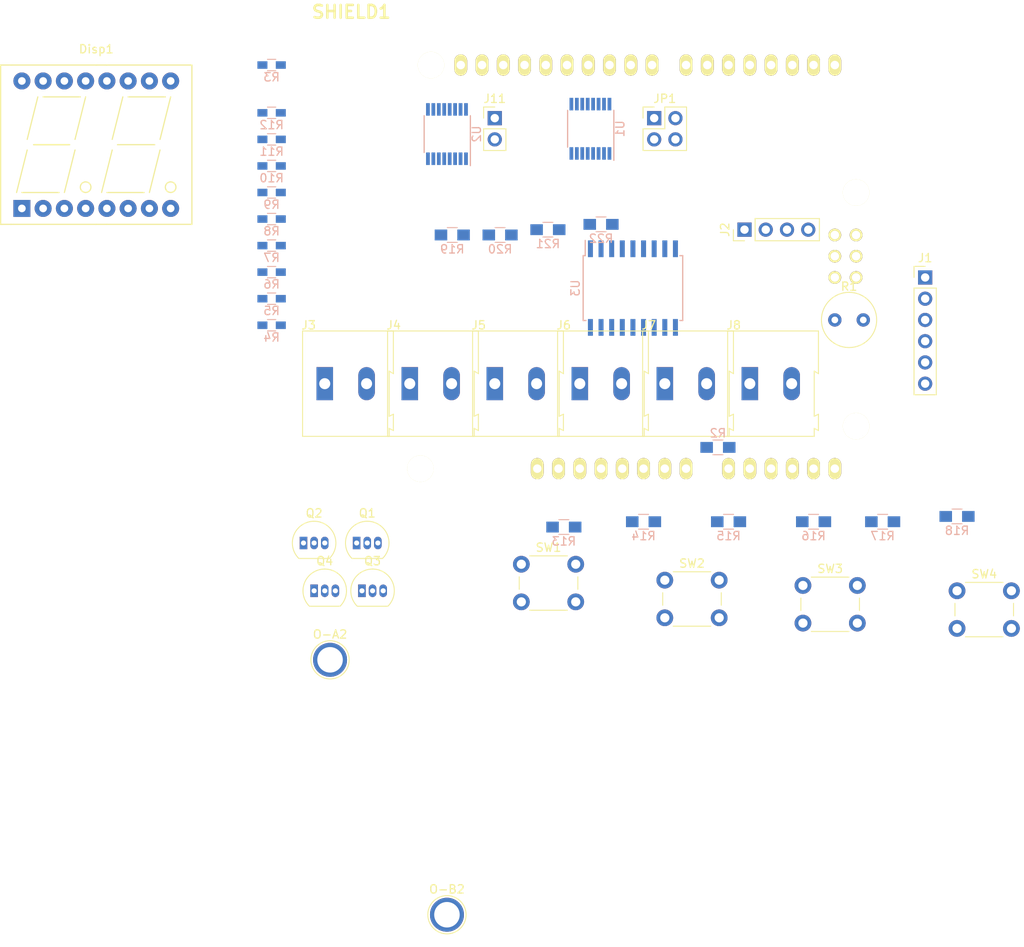
<source format=kicad_pcb>
(kicad_pcb (version 4) (host pcbnew 4.0.6)

  (general
    (links 123)
    (no_connects 123)
    (area 0 0 0 0)
    (thickness 1.6)
    (drawings 0)
    (tracks 0)
    (zones 0)
    (modules 47)
    (nets 67)
  )

  (page A4)
  (layers
    (0 F.Cu signal)
    (31 B.Cu signal)
    (32 B.Adhes user)
    (33 F.Adhes user)
    (34 B.Paste user)
    (35 F.Paste user)
    (36 B.SilkS user)
    (37 F.SilkS user)
    (38 B.Mask user)
    (39 F.Mask user)
    (40 Dwgs.User user)
    (41 Cmts.User user)
    (42 Eco1.User user)
    (43 Eco2.User user)
    (44 Edge.Cuts user)
    (45 Margin user)
    (46 B.CrtYd user)
    (47 F.CrtYd user)
    (48 B.Fab user)
    (49 F.Fab user)
  )

  (setup
    (last_trace_width 0.25)
    (trace_clearance 0.2)
    (zone_clearance 0.508)
    (zone_45_only no)
    (trace_min 0.2)
    (segment_width 0.2)
    (edge_width 0.1)
    (via_size 0.6)
    (via_drill 0.4)
    (via_min_size 0.4)
    (via_min_drill 0.3)
    (uvia_size 0.3)
    (uvia_drill 0.1)
    (uvias_allowed no)
    (uvia_min_size 0.2)
    (uvia_min_drill 0.1)
    (pcb_text_width 0.3)
    (pcb_text_size 1.5 1.5)
    (mod_edge_width 0.15)
    (mod_text_size 1 1)
    (mod_text_width 0.15)
    (pad_size 1.5 1.5)
    (pad_drill 0.6)
    (pad_to_mask_clearance 0)
    (aux_axis_origin 0 0)
    (visible_elements FFFFFF7F)
    (pcbplotparams
      (layerselection 0x00030_80000001)
      (usegerberextensions false)
      (excludeedgelayer true)
      (linewidth 0.100000)
      (plotframeref false)
      (viasonmask false)
      (mode 1)
      (useauxorigin false)
      (hpglpennumber 1)
      (hpglpenspeed 20)
      (hpglpendiameter 15)
      (hpglpenoverlay 2)
      (psnegative false)
      (psa4output false)
      (plotreference true)
      (plotvalue true)
      (plotinvisibletext false)
      (padsonsilk false)
      (subtractmaskfromsilk false)
      (outputformat 1)
      (mirror false)
      (drillshape 1)
      (scaleselection 1)
      (outputdirectory ""))
  )

  (net 0 "")
  (net 1 Dig4)
  (net 2 Dig3)
  (net 3 "Net-(Disp1-Pad3)")
  (net 4 Dig1)
  (net 5 "Net-(Disp1-Pad13)")
  (net 6 "Net-(Disp1-Pad14)")
  (net 7 "Net-(Disp1-Pad15)")
  (net 8 "Net-(Disp1-Pad16)")
  (net 9 "Net-(Disp1-Pad5)")
  (net 10 Dig2)
  (net 11 "Net-(Disp1-Pad7)")
  (net 12 "Net-(Disp1-Pad12)")
  (net 13 "Net-(Disp1-Pad11)")
  (net 14 "Net-(Disp1-Pad9)")
  (net 15 Trig-A)
  (net 16 Trig-B)
  (net 17 GND)
  (net 18 +5V)
  (net 19 "Net-(J1-Pad3)")
  (net 20 "Net-(J1-Pad4)")
  (net 21 "Net-(J1-Pad5)")
  (net 22 "Net-(J1-Pad6)")
  (net 23 Temp-Data)
  (net 24 /Out-A)
  (net 25 VCC)
  (net 26 /Out-B)
  (net 27 /Out-C)
  (net 28 /Out-D)
  (net 29 /Out-E)
  (net 30 /Out-F)
  (net 31 "Net-(J11-Pad1)")
  (net 32 "Net-(J11-Pad2)")
  (net 33 "Net-(Q1-Pad1)")
  (net 34 "Net-(Q2-Pad1)")
  (net 35 "Net-(Q3-Pad1)")
  (net 36 "Net-(Q4-Pad1)")
  (net 37 Light)
  (net 38 A)
  (net 39 B)
  (net 40 C)
  (net 41 D)
  (net 42 E)
  (net 43 F)
  (net 44 G)
  (net 45 DP)
  (net 46 Colon)
  (net 47 Degree)
  (net 48 "Net-(R13-Pad2)")
  (net 49 "Net-(R14-Pad2)")
  (net 50 "Net-(R15-Pad2)")
  (net 51 "Net-(R16-Pad2)")
  (net 52 Buttons)
  (net 53 Dig1_En)
  (net 54 Dig2_En)
  (net 55 Dig3_En)
  (net 56 Dig4_En)
  (net 57 Trig-F)
  (net 58 Trig-E)
  (net 59 Trig-D)
  (net 60 Trig-C)
  (net 61 SS)
  (net 62 MOSI)
  (net 63 SCK)
  (net 64 "Net-(U1-Pad9)")
  (net 65 "Net-(JP1-Pad1)")
  (net 66 "Net-(JP1-Pad3)")

  (net_class Default "This is the default net class."
    (clearance 0.2)
    (trace_width 0.25)
    (via_dia 0.6)
    (via_drill 0.4)
    (uvia_dia 0.3)
    (uvia_drill 0.1)
    (add_net +5V)
    (add_net /Out-A)
    (add_net /Out-B)
    (add_net /Out-C)
    (add_net /Out-D)
    (add_net /Out-E)
    (add_net /Out-F)
    (add_net A)
    (add_net B)
    (add_net Buttons)
    (add_net C)
    (add_net Colon)
    (add_net D)
    (add_net DP)
    (add_net Degree)
    (add_net Dig1)
    (add_net Dig1_En)
    (add_net Dig2)
    (add_net Dig2_En)
    (add_net Dig3)
    (add_net Dig3_En)
    (add_net Dig4)
    (add_net Dig4_En)
    (add_net E)
    (add_net F)
    (add_net G)
    (add_net GND)
    (add_net Light)
    (add_net MOSI)
    (add_net "Net-(Disp1-Pad11)")
    (add_net "Net-(Disp1-Pad12)")
    (add_net "Net-(Disp1-Pad13)")
    (add_net "Net-(Disp1-Pad14)")
    (add_net "Net-(Disp1-Pad15)")
    (add_net "Net-(Disp1-Pad16)")
    (add_net "Net-(Disp1-Pad3)")
    (add_net "Net-(Disp1-Pad5)")
    (add_net "Net-(Disp1-Pad7)")
    (add_net "Net-(Disp1-Pad9)")
    (add_net "Net-(J1-Pad3)")
    (add_net "Net-(J1-Pad4)")
    (add_net "Net-(J1-Pad5)")
    (add_net "Net-(J1-Pad6)")
    (add_net "Net-(J11-Pad1)")
    (add_net "Net-(J11-Pad2)")
    (add_net "Net-(JP1-Pad1)")
    (add_net "Net-(JP1-Pad3)")
    (add_net "Net-(Q1-Pad1)")
    (add_net "Net-(Q2-Pad1)")
    (add_net "Net-(Q3-Pad1)")
    (add_net "Net-(Q4-Pad1)")
    (add_net "Net-(R13-Pad2)")
    (add_net "Net-(R14-Pad2)")
    (add_net "Net-(R15-Pad2)")
    (add_net "Net-(R16-Pad2)")
    (add_net "Net-(U1-Pad9)")
    (add_net SCK)
    (add_net SS)
    (add_net Temp-Data)
    (add_net Trig-A)
    (add_net Trig-B)
    (add_net Trig-C)
    (add_net Trig-D)
    (add_net Trig-E)
    (add_net Trig-F)
    (add_net VCC)
  )

  (module Displays_7-Segment:AFF_2x7SEG-DIGIT_10mm (layer F.Cu) (tedit 5470F570) (tstamp 59508FE0)
    (at 123.825 64.135)
    (descr "Afficheur 7 segments 10mm DIGIT")
    (tags AFFICHEUR)
    (path /5941F540)
    (fp_text reference Disp1 (at 0 -11.43) (layer F.SilkS)
      (effects (font (size 1 1) (thickness 0.15)))
    )
    (fp_text value 4x7Seg (at -1.27 11.43) (layer F.Fab)
      (effects (font (size 1 1) (thickness 0.15)))
    )
    (fp_line (start -6.35 -5.715) (end -1.905 -5.715) (layer F.SilkS) (width 0.15))
    (fp_line (start -2.54 -0.635) (end -1.27 -5.715) (layer F.SilkS) (width 0.15))
    (fp_line (start -8.255 -0.635) (end -6.985 -5.715) (layer F.SilkS) (width 0.15))
    (fp_line (start -8.89 5.715) (end -4.445 5.715) (layer F.SilkS) (width 0.15))
    (fp_line (start -8.255 0.635) (end -9.525 5.715) (layer F.SilkS) (width 0.15))
    (fp_line (start -2.54 0.635) (end -3.81 5.715) (layer F.SilkS) (width 0.15))
    (fp_circle (center 8.89 5.08) (end 9.525 5.08) (layer F.SilkS) (width 0.15))
    (fp_line (start 3.81 -5.715) (end 8.255 -5.715) (layer F.SilkS) (width 0.15))
    (fp_line (start 1.27 5.715) (end 5.715 5.715) (layer F.SilkS) (width 0.15))
    (fp_line (start 7.62 0.635) (end 6.35 5.715) (layer F.SilkS) (width 0.15))
    (fp_line (start 0.635 5.715) (end 1.905 0.635) (layer F.SilkS) (width 0.15))
    (fp_line (start 7.62 -0.635) (end 8.89 -5.715) (layer F.SilkS) (width 0.15))
    (fp_line (start 1.905 -0.635) (end 3.175 -5.715) (layer F.SilkS) (width 0.15))
    (fp_line (start 2.54 0) (end 6.985 0) (layer F.SilkS) (width 0.15))
    (fp_line (start 1.27 -9.525) (end 11.43 -9.525) (layer F.SilkS) (width 0.15))
    (fp_line (start 11.43 -9.525) (end 11.43 9.525) (layer F.SilkS) (width 0.15))
    (fp_line (start 11.43 9.525) (end 1.27 9.525) (layer F.SilkS) (width 0.15))
    (fp_line (start -7.366 0) (end -3.302 0) (layer F.SilkS) (width 0.15))
    (fp_circle (center -1.27 5.08) (end -0.635 5.08) (layer F.SilkS) (width 0.15))
    (fp_line (start -10.16 -9.525) (end -11.43 -9.525) (layer F.SilkS) (width 0.15))
    (fp_line (start -11.43 -9.525) (end -11.43 9.525) (layer F.SilkS) (width 0.15))
    (fp_line (start -11.43 9.525) (end -10.16 9.525) (layer F.SilkS) (width 0.15))
    (fp_line (start 0 9.525) (end 1.27 9.525) (layer F.SilkS) (width 0.15))
    (fp_line (start 1.27 -9.525) (end 0 -9.525) (layer F.SilkS) (width 0.15))
    (fp_line (start -10.16 9.525) (end 0 9.525) (layer F.SilkS) (width 0.15))
    (fp_line (start 0 -9.525) (end -10.16 -9.525) (layer F.SilkS) (width 0.15))
    (fp_line (start -7.493 0) (end -3.175 0) (layer F.SilkS) (width 0.15))
    (pad 1 thru_hole rect (at -8.89 7.62) (size 2.032 2.032) (drill 0.9144) (layers *.Cu *.Mask)
      (net 1 Dig4))
    (pad 2 thru_hole circle (at -6.35 7.62) (size 2.032 2.032) (drill 0.9144) (layers *.Cu *.Mask)
      (net 2 Dig3))
    (pad 3 thru_hole circle (at -3.81 7.62) (size 2.032 2.032) (drill 0.9144) (layers *.Cu *.Mask)
      (net 3 "Net-(Disp1-Pad3)"))
    (pad 4 thru_hole circle (at -1.27 7.62) (size 2.032 2.032) (drill 0.9144) (layers *.Cu *.Mask)
      (net 4 Dig1))
    (pad 13 thru_hole circle (at -1.27 -7.62) (size 2.032 2.032) (drill 0.9144) (layers *.Cu *.Mask)
      (net 5 "Net-(Disp1-Pad13)"))
    (pad 14 thru_hole circle (at -3.81 -7.62) (size 2.032 2.032) (drill 0.9144) (layers *.Cu *.Mask)
      (net 6 "Net-(Disp1-Pad14)"))
    (pad 15 thru_hole circle (at -6.35 -7.62) (size 2.032 2.032) (drill 0.9144) (layers *.Cu *.Mask)
      (net 7 "Net-(Disp1-Pad15)"))
    (pad 16 thru_hole circle (at -8.89 -7.62) (size 2.032 2.032) (drill 0.9144) (layers *.Cu *.Mask)
      (net 8 "Net-(Disp1-Pad16)"))
    (pad 5 thru_hole circle (at 1.27 7.62) (size 2.032 2.032) (drill 0.9144) (layers *.Cu *.Mask)
      (net 9 "Net-(Disp1-Pad5)"))
    (pad 6 thru_hole circle (at 3.81 7.62) (size 2.032 2.032) (drill 0.9144) (layers *.Cu *.Mask)
      (net 10 Dig2))
    (pad 7 thru_hole circle (at 6.35 7.62) (size 2.032 2.032) (drill 0.9144) (layers *.Cu *.Mask)
      (net 11 "Net-(Disp1-Pad7)"))
    (pad 8 thru_hole circle (at 8.89 7.62) (size 2.032 2.032) (drill 0.9144) (layers *.Cu *.Mask)
      (net 4 Dig1))
    (pad 12 thru_hole circle (at 1.27 -7.62) (size 2.032 2.032) (drill 0.9144) (layers *.Cu *.Mask)
      (net 12 "Net-(Disp1-Pad12)"))
    (pad 11 thru_hole circle (at 3.81 -7.62) (size 2.032 2.032) (drill 0.9144) (layers *.Cu *.Mask)
      (net 13 "Net-(Disp1-Pad11)"))
    (pad 10 thru_hole circle (at 6.35 -7.62) (size 2.032 2.032) (drill 0.9144) (layers *.Cu *.Mask)
      (net 10 Dig2))
    (pad 9 thru_hole circle (at 8.89 -7.62) (size 2.032 2.032) (drill 0.9144) (layers *.Cu *.Mask)
      (net 14 "Net-(Disp1-Pad9)"))
  )

  (module Pin_Headers:Pin_Header_Straight_1x06_Pitch2.54mm (layer F.Cu) (tedit 58CD4EC1) (tstamp 59508FF4)
    (at 222.885 80.01)
    (descr "Through hole straight pin header, 1x06, 2.54mm pitch, single row")
    (tags "Through hole pin header THT 1x06 2.54mm single row")
    (path /594A71D7)
    (fp_text reference J1 (at 0 -2.33) (layer F.SilkS)
      (effects (font (size 1 1) (thickness 0.15)))
    )
    (fp_text value Analog/I2C (at 0 15.03) (layer F.Fab)
      (effects (font (size 1 1) (thickness 0.15)))
    )
    (fp_line (start -1.27 -1.27) (end -1.27 13.97) (layer F.Fab) (width 0.1))
    (fp_line (start -1.27 13.97) (end 1.27 13.97) (layer F.Fab) (width 0.1))
    (fp_line (start 1.27 13.97) (end 1.27 -1.27) (layer F.Fab) (width 0.1))
    (fp_line (start 1.27 -1.27) (end -1.27 -1.27) (layer F.Fab) (width 0.1))
    (fp_line (start -1.33 1.27) (end -1.33 14.03) (layer F.SilkS) (width 0.12))
    (fp_line (start -1.33 14.03) (end 1.33 14.03) (layer F.SilkS) (width 0.12))
    (fp_line (start 1.33 14.03) (end 1.33 1.27) (layer F.SilkS) (width 0.12))
    (fp_line (start 1.33 1.27) (end -1.33 1.27) (layer F.SilkS) (width 0.12))
    (fp_line (start -1.33 0) (end -1.33 -1.33) (layer F.SilkS) (width 0.12))
    (fp_line (start -1.33 -1.33) (end 0 -1.33) (layer F.SilkS) (width 0.12))
    (fp_line (start -1.8 -1.8) (end -1.8 14.5) (layer F.CrtYd) (width 0.05))
    (fp_line (start -1.8 14.5) (end 1.8 14.5) (layer F.CrtYd) (width 0.05))
    (fp_line (start 1.8 14.5) (end 1.8 -1.8) (layer F.CrtYd) (width 0.05))
    (fp_line (start 1.8 -1.8) (end -1.8 -1.8) (layer F.CrtYd) (width 0.05))
    (fp_text user %R (at 0 -2.33) (layer F.Fab)
      (effects (font (size 1 1) (thickness 0.15)))
    )
    (pad 1 thru_hole rect (at 0 0) (size 1.7 1.7) (drill 1) (layers *.Cu *.Mask)
      (net 17 GND))
    (pad 2 thru_hole oval (at 0 2.54) (size 1.7 1.7) (drill 1) (layers *.Cu *.Mask)
      (net 18 +5V))
    (pad 3 thru_hole oval (at 0 5.08) (size 1.7 1.7) (drill 1) (layers *.Cu *.Mask)
      (net 19 "Net-(J1-Pad3)"))
    (pad 4 thru_hole oval (at 0 7.62) (size 1.7 1.7) (drill 1) (layers *.Cu *.Mask)
      (net 20 "Net-(J1-Pad4)"))
    (pad 5 thru_hole oval (at 0 10.16) (size 1.7 1.7) (drill 1) (layers *.Cu *.Mask)
      (net 21 "Net-(J1-Pad5)"))
    (pad 6 thru_hole oval (at 0 12.7) (size 1.7 1.7) (drill 1) (layers *.Cu *.Mask)
      (net 22 "Net-(J1-Pad6)"))
    (model ${KISYS3DMOD}/Pin_Headers.3dshapes/Pin_Header_Straight_1x06_Pitch2.54mm.wrl
      (at (xyz 0 -0.25 0))
      (scale (xyz 1 1 1))
      (rotate (xyz 0 0 90))
    )
  )

  (module Pin_Headers:Pin_Header_Straight_1x04_Pitch2.54mm (layer F.Cu) (tedit 59511110) (tstamp 59508FFC)
    (at 201.295 74.295 90)
    (descr "Through hole straight pin header, 1x04, 2.54mm pitch, single row")
    (tags "Through hole pin header THT 1x04 2.54mm single row")
    (path /593770A2)
    (fp_text reference J2 (at 0 -2.33 90) (layer F.SilkS)
      (effects (font (size 1 1) (thickness 0.15)))
    )
    (fp_text value TempSensor (at -1.905 3.175 180) (layer F.Fab)
      (effects (font (size 1 1) (thickness 0.15)))
    )
    (fp_line (start -1.27 -1.27) (end -1.27 8.89) (layer F.Fab) (width 0.1))
    (fp_line (start -1.27 8.89) (end 1.27 8.89) (layer F.Fab) (width 0.1))
    (fp_line (start 1.27 8.89) (end 1.27 -1.27) (layer F.Fab) (width 0.1))
    (fp_line (start 1.27 -1.27) (end -1.27 -1.27) (layer F.Fab) (width 0.1))
    (fp_line (start -1.33 1.27) (end -1.33 8.95) (layer F.SilkS) (width 0.12))
    (fp_line (start -1.33 8.95) (end 1.33 8.95) (layer F.SilkS) (width 0.12))
    (fp_line (start 1.33 8.95) (end 1.33 1.27) (layer F.SilkS) (width 0.12))
    (fp_line (start 1.33 1.27) (end -1.33 1.27) (layer F.SilkS) (width 0.12))
    (fp_line (start -1.33 0) (end -1.33 -1.33) (layer F.SilkS) (width 0.12))
    (fp_line (start -1.33 -1.33) (end 0 -1.33) (layer F.SilkS) (width 0.12))
    (fp_line (start -1.8 -1.8) (end -1.8 9.4) (layer F.CrtYd) (width 0.05))
    (fp_line (start -1.8 9.4) (end 1.8 9.4) (layer F.CrtYd) (width 0.05))
    (fp_line (start 1.8 9.4) (end 1.8 -1.8) (layer F.CrtYd) (width 0.05))
    (fp_line (start 1.8 -1.8) (end -1.8 -1.8) (layer F.CrtYd) (width 0.05))
    (fp_text user %R (at 0 -2.33 90) (layer F.Fab)
      (effects (font (size 1 1) (thickness 0.15)))
    )
    (pad 1 thru_hole rect (at 0 0 90) (size 1.7 1.7) (drill 1) (layers *.Cu *.Mask)
      (net 18 +5V))
    (pad 2 thru_hole oval (at 0 2.54 90) (size 1.7 1.7) (drill 1) (layers *.Cu *.Mask)
      (net 23 Temp-Data))
    (pad 3 thru_hole oval (at 0 5.08 90) (size 1.7 1.7) (drill 1) (layers *.Cu *.Mask))
    (pad 4 thru_hole oval (at 0 7.62 90) (size 1.7 1.7) (drill 1) (layers *.Cu *.Mask)
      (net 17 GND))
    (model ${KISYS3DMOD}/Pin_Headers.3dshapes/Pin_Header_Straight_1x04_Pitch2.54mm.wrl
      (at (xyz 0 -0.15 0))
      (scale (xyz 1 1 1))
      (rotate (xyz 0 0 90))
    )
  )

  (module Connectors:AK300-2 (layer F.Cu) (tedit 587FD45E) (tstamp 59509062)
    (at 151.13 92.71)
    (descr CONNECTOR)
    (tags CONNECTOR)
    (path /59429CE1)
    (fp_text reference J3 (at -1.92 -6.99) (layer F.SilkS)
      (effects (font (size 1 1) (thickness 0.15)))
    )
    (fp_text value Out-A (at 2.78 7.75) (layer F.Fab)
      (effects (font (size 1 1) (thickness 0.15)))
    )
    (fp_line (start -2.65 -6.3) (end -2.65 6.3) (layer F.SilkS) (width 0.12))
    (fp_line (start -2.65 6.3) (end 7.7 6.3) (layer F.SilkS) (width 0.12))
    (fp_line (start 7.7 6.3) (end 7.7 5.35) (layer F.SilkS) (width 0.12))
    (fp_line (start 7.7 5.35) (end 8.2 5.6) (layer F.SilkS) (width 0.12))
    (fp_line (start 8.2 5.6) (end 8.2 3.7) (layer F.SilkS) (width 0.12))
    (fp_line (start 8.2 3.7) (end 8.2 3.65) (layer F.SilkS) (width 0.12))
    (fp_line (start 8.2 3.65) (end 7.7 3.9) (layer F.SilkS) (width 0.12))
    (fp_line (start 7.7 3.9) (end 7.7 -1.5) (layer F.SilkS) (width 0.12))
    (fp_line (start 7.7 -1.5) (end 8.2 -1.2) (layer F.SilkS) (width 0.12))
    (fp_line (start 8.2 -1.2) (end 8.2 -6.3) (layer F.SilkS) (width 0.12))
    (fp_line (start 8.2 -6.3) (end -2.65 -6.3) (layer F.SilkS) (width 0.12))
    (fp_line (start 8.36 -6.47) (end -2.83 -6.47) (layer F.CrtYd) (width 0.05))
    (fp_line (start 8.36 6.47) (end 8.36 -6.47) (layer F.CrtYd) (width 0.05))
    (fp_line (start -2.83 6.47) (end 8.36 6.47) (layer F.CrtYd) (width 0.05))
    (fp_line (start -2.83 -6.47) (end -2.83 6.47) (layer F.CrtYd) (width 0.05))
    (fp_line (start -1.26 2.54) (end 1.28 2.54) (layer F.Fab) (width 0.1))
    (fp_line (start 1.28 2.54) (end 1.28 -0.25) (layer F.Fab) (width 0.1))
    (fp_line (start -1.26 -0.25) (end 1.28 -0.25) (layer F.Fab) (width 0.1))
    (fp_line (start -1.26 2.54) (end -1.26 -0.25) (layer F.Fab) (width 0.1))
    (fp_line (start 3.74 2.54) (end 6.28 2.54) (layer F.Fab) (width 0.1))
    (fp_line (start 6.28 2.54) (end 6.28 -0.25) (layer F.Fab) (width 0.1))
    (fp_line (start 3.74 -0.25) (end 6.28 -0.25) (layer F.Fab) (width 0.1))
    (fp_line (start 3.74 2.54) (end 3.74 -0.25) (layer F.Fab) (width 0.1))
    (fp_line (start 7.61 -6.22) (end 7.61 -3.17) (layer F.Fab) (width 0.1))
    (fp_line (start 7.61 -6.22) (end -2.58 -6.22) (layer F.Fab) (width 0.1))
    (fp_line (start 7.61 -6.22) (end 8.11 -6.22) (layer F.Fab) (width 0.1))
    (fp_line (start 8.11 -6.22) (end 8.11 -1.4) (layer F.Fab) (width 0.1))
    (fp_line (start 8.11 -1.4) (end 7.61 -1.65) (layer F.Fab) (width 0.1))
    (fp_line (start 8.11 5.46) (end 7.61 5.21) (layer F.Fab) (width 0.1))
    (fp_line (start 7.61 5.21) (end 7.61 6.22) (layer F.Fab) (width 0.1))
    (fp_line (start 8.11 3.81) (end 7.61 4.06) (layer F.Fab) (width 0.1))
    (fp_line (start 7.61 4.06) (end 7.61 5.21) (layer F.Fab) (width 0.1))
    (fp_line (start 8.11 3.81) (end 8.11 5.46) (layer F.Fab) (width 0.1))
    (fp_line (start 2.98 6.22) (end 2.98 4.32) (layer F.Fab) (width 0.1))
    (fp_line (start 7.05 -0.25) (end 7.05 4.32) (layer F.Fab) (width 0.1))
    (fp_line (start 2.98 6.22) (end 7.05 6.22) (layer F.Fab) (width 0.1))
    (fp_line (start 7.05 6.22) (end 7.61 6.22) (layer F.Fab) (width 0.1))
    (fp_line (start 2.04 6.22) (end 2.04 4.32) (layer F.Fab) (width 0.1))
    (fp_line (start 2.04 6.22) (end 2.98 6.22) (layer F.Fab) (width 0.1))
    (fp_line (start -2.02 -0.25) (end -2.02 4.32) (layer F.Fab) (width 0.1))
    (fp_line (start -2.58 6.22) (end -2.02 6.22) (layer F.Fab) (width 0.1))
    (fp_line (start -2.02 6.22) (end 2.04 6.22) (layer F.Fab) (width 0.1))
    (fp_line (start 2.98 4.32) (end 7.05 4.32) (layer F.Fab) (width 0.1))
    (fp_line (start 2.98 4.32) (end 2.98 -0.25) (layer F.Fab) (width 0.1))
    (fp_line (start 7.05 4.32) (end 7.05 6.22) (layer F.Fab) (width 0.1))
    (fp_line (start 2.04 4.32) (end -2.02 4.32) (layer F.Fab) (width 0.1))
    (fp_line (start 2.04 4.32) (end 2.04 -0.25) (layer F.Fab) (width 0.1))
    (fp_line (start -2.02 4.32) (end -2.02 6.22) (layer F.Fab) (width 0.1))
    (fp_line (start 6.67 3.68) (end 6.67 0.51) (layer F.Fab) (width 0.1))
    (fp_line (start 6.67 3.68) (end 3.36 3.68) (layer F.Fab) (width 0.1))
    (fp_line (start 3.36 3.68) (end 3.36 0.51) (layer F.Fab) (width 0.1))
    (fp_line (start 1.66 3.68) (end 1.66 0.51) (layer F.Fab) (width 0.1))
    (fp_line (start 1.66 3.68) (end -1.64 3.68) (layer F.Fab) (width 0.1))
    (fp_line (start -1.64 3.68) (end -1.64 0.51) (layer F.Fab) (width 0.1))
    (fp_line (start -1.64 0.51) (end -1.26 0.51) (layer F.Fab) (width 0.1))
    (fp_line (start 1.66 0.51) (end 1.28 0.51) (layer F.Fab) (width 0.1))
    (fp_line (start 3.36 0.51) (end 3.74 0.51) (layer F.Fab) (width 0.1))
    (fp_line (start 6.67 0.51) (end 6.28 0.51) (layer F.Fab) (width 0.1))
    (fp_line (start -2.58 6.22) (end -2.58 -0.64) (layer F.Fab) (width 0.1))
    (fp_line (start -2.58 -0.64) (end -2.58 -3.17) (layer F.Fab) (width 0.1))
    (fp_line (start 7.61 -1.65) (end 7.61 -0.64) (layer F.Fab) (width 0.1))
    (fp_line (start 7.61 -0.64) (end 7.61 4.06) (layer F.Fab) (width 0.1))
    (fp_line (start -2.58 -3.17) (end 7.61 -3.17) (layer F.Fab) (width 0.1))
    (fp_line (start -2.58 -3.17) (end -2.58 -6.22) (layer F.Fab) (width 0.1))
    (fp_line (start 7.61 -3.17) (end 7.61 -1.65) (layer F.Fab) (width 0.1))
    (fp_line (start 2.98 -3.43) (end 2.98 -5.97) (layer F.Fab) (width 0.1))
    (fp_line (start 2.98 -5.97) (end 7.05 -5.97) (layer F.Fab) (width 0.1))
    (fp_line (start 7.05 -5.97) (end 7.05 -3.43) (layer F.Fab) (width 0.1))
    (fp_line (start 7.05 -3.43) (end 2.98 -3.43) (layer F.Fab) (width 0.1))
    (fp_line (start 2.04 -3.43) (end 2.04 -5.97) (layer F.Fab) (width 0.1))
    (fp_line (start 2.04 -3.43) (end -2.02 -3.43) (layer F.Fab) (width 0.1))
    (fp_line (start -2.02 -3.43) (end -2.02 -5.97) (layer F.Fab) (width 0.1))
    (fp_line (start 2.04 -5.97) (end -2.02 -5.97) (layer F.Fab) (width 0.1))
    (fp_line (start 3.39 -4.45) (end 6.44 -5.08) (layer F.Fab) (width 0.1))
    (fp_line (start 3.52 -4.32) (end 6.56 -4.95) (layer F.Fab) (width 0.1))
    (fp_line (start -1.62 -4.45) (end 1.44 -5.08) (layer F.Fab) (width 0.1))
    (fp_line (start -1.49 -4.32) (end 1.56 -4.95) (layer F.Fab) (width 0.1))
    (fp_line (start -2.02 -0.25) (end -1.64 -0.25) (layer F.Fab) (width 0.1))
    (fp_line (start 2.04 -0.25) (end 1.66 -0.25) (layer F.Fab) (width 0.1))
    (fp_line (start 1.66 -0.25) (end -1.64 -0.25) (layer F.Fab) (width 0.1))
    (fp_line (start -2.58 -0.64) (end -1.64 -0.64) (layer F.Fab) (width 0.1))
    (fp_line (start -1.64 -0.64) (end 1.66 -0.64) (layer F.Fab) (width 0.1))
    (fp_line (start 1.66 -0.64) (end 3.36 -0.64) (layer F.Fab) (width 0.1))
    (fp_line (start 7.61 -0.64) (end 6.67 -0.64) (layer F.Fab) (width 0.1))
    (fp_line (start 6.67 -0.64) (end 3.36 -0.64) (layer F.Fab) (width 0.1))
    (fp_line (start 7.05 -0.25) (end 6.67 -0.25) (layer F.Fab) (width 0.1))
    (fp_line (start 2.98 -0.25) (end 3.36 -0.25) (layer F.Fab) (width 0.1))
    (fp_line (start 3.36 -0.25) (end 6.67 -0.25) (layer F.Fab) (width 0.1))
    (fp_arc (start 6.03 -4.59) (end 6.54 -5.05) (angle 90.5) (layer F.Fab) (width 0.1))
    (fp_arc (start 5.07 -6.07) (end 6.53 -4.12) (angle 75.5) (layer F.Fab) (width 0.1))
    (fp_arc (start 4.99 -3.71) (end 3.39 -5) (angle 100) (layer F.Fab) (width 0.1))
    (fp_arc (start 3.87 -4.65) (end 3.58 -4.13) (angle 104.2) (layer F.Fab) (width 0.1))
    (fp_arc (start 1.03 -4.59) (end 1.53 -5.05) (angle 90.5) (layer F.Fab) (width 0.1))
    (fp_arc (start 0.06 -6.07) (end 1.53 -4.12) (angle 75.5) (layer F.Fab) (width 0.1))
    (fp_arc (start -0.01 -3.71) (end -1.62 -5) (angle 100) (layer F.Fab) (width 0.1))
    (fp_arc (start -1.13 -4.65) (end -1.42 -4.13) (angle 104.2) (layer F.Fab) (width 0.1))
    (pad 1 thru_hole rect (at 0 0) (size 1.98 3.96) (drill 1.32) (layers *.Cu F.Paste F.Mask)
      (net 24 /Out-A))
    (pad 2 thru_hole oval (at 5 0) (size 1.98 3.96) (drill 1.32) (layers *.Cu F.Paste F.Mask)
      (net 25 VCC))
  )

  (module Connectors:AK300-2 (layer F.Cu) (tedit 587FD45E) (tstamp 595090C8)
    (at 161.29 92.71)
    (descr CONNECTOR)
    (tags CONNECTOR)
    (path /5942AE9B)
    (fp_text reference J4 (at -1.92 -6.99) (layer F.SilkS)
      (effects (font (size 1 1) (thickness 0.15)))
    )
    (fp_text value Out-B (at 2.78 7.75) (layer F.Fab)
      (effects (font (size 1 1) (thickness 0.15)))
    )
    (fp_line (start -2.65 -6.3) (end -2.65 6.3) (layer F.SilkS) (width 0.12))
    (fp_line (start -2.65 6.3) (end 7.7 6.3) (layer F.SilkS) (width 0.12))
    (fp_line (start 7.7 6.3) (end 7.7 5.35) (layer F.SilkS) (width 0.12))
    (fp_line (start 7.7 5.35) (end 8.2 5.6) (layer F.SilkS) (width 0.12))
    (fp_line (start 8.2 5.6) (end 8.2 3.7) (layer F.SilkS) (width 0.12))
    (fp_line (start 8.2 3.7) (end 8.2 3.65) (layer F.SilkS) (width 0.12))
    (fp_line (start 8.2 3.65) (end 7.7 3.9) (layer F.SilkS) (width 0.12))
    (fp_line (start 7.7 3.9) (end 7.7 -1.5) (layer F.SilkS) (width 0.12))
    (fp_line (start 7.7 -1.5) (end 8.2 -1.2) (layer F.SilkS) (width 0.12))
    (fp_line (start 8.2 -1.2) (end 8.2 -6.3) (layer F.SilkS) (width 0.12))
    (fp_line (start 8.2 -6.3) (end -2.65 -6.3) (layer F.SilkS) (width 0.12))
    (fp_line (start 8.36 -6.47) (end -2.83 -6.47) (layer F.CrtYd) (width 0.05))
    (fp_line (start 8.36 6.47) (end 8.36 -6.47) (layer F.CrtYd) (width 0.05))
    (fp_line (start -2.83 6.47) (end 8.36 6.47) (layer F.CrtYd) (width 0.05))
    (fp_line (start -2.83 -6.47) (end -2.83 6.47) (layer F.CrtYd) (width 0.05))
    (fp_line (start -1.26 2.54) (end 1.28 2.54) (layer F.Fab) (width 0.1))
    (fp_line (start 1.28 2.54) (end 1.28 -0.25) (layer F.Fab) (width 0.1))
    (fp_line (start -1.26 -0.25) (end 1.28 -0.25) (layer F.Fab) (width 0.1))
    (fp_line (start -1.26 2.54) (end -1.26 -0.25) (layer F.Fab) (width 0.1))
    (fp_line (start 3.74 2.54) (end 6.28 2.54) (layer F.Fab) (width 0.1))
    (fp_line (start 6.28 2.54) (end 6.28 -0.25) (layer F.Fab) (width 0.1))
    (fp_line (start 3.74 -0.25) (end 6.28 -0.25) (layer F.Fab) (width 0.1))
    (fp_line (start 3.74 2.54) (end 3.74 -0.25) (layer F.Fab) (width 0.1))
    (fp_line (start 7.61 -6.22) (end 7.61 -3.17) (layer F.Fab) (width 0.1))
    (fp_line (start 7.61 -6.22) (end -2.58 -6.22) (layer F.Fab) (width 0.1))
    (fp_line (start 7.61 -6.22) (end 8.11 -6.22) (layer F.Fab) (width 0.1))
    (fp_line (start 8.11 -6.22) (end 8.11 -1.4) (layer F.Fab) (width 0.1))
    (fp_line (start 8.11 -1.4) (end 7.61 -1.65) (layer F.Fab) (width 0.1))
    (fp_line (start 8.11 5.46) (end 7.61 5.21) (layer F.Fab) (width 0.1))
    (fp_line (start 7.61 5.21) (end 7.61 6.22) (layer F.Fab) (width 0.1))
    (fp_line (start 8.11 3.81) (end 7.61 4.06) (layer F.Fab) (width 0.1))
    (fp_line (start 7.61 4.06) (end 7.61 5.21) (layer F.Fab) (width 0.1))
    (fp_line (start 8.11 3.81) (end 8.11 5.46) (layer F.Fab) (width 0.1))
    (fp_line (start 2.98 6.22) (end 2.98 4.32) (layer F.Fab) (width 0.1))
    (fp_line (start 7.05 -0.25) (end 7.05 4.32) (layer F.Fab) (width 0.1))
    (fp_line (start 2.98 6.22) (end 7.05 6.22) (layer F.Fab) (width 0.1))
    (fp_line (start 7.05 6.22) (end 7.61 6.22) (layer F.Fab) (width 0.1))
    (fp_line (start 2.04 6.22) (end 2.04 4.32) (layer F.Fab) (width 0.1))
    (fp_line (start 2.04 6.22) (end 2.98 6.22) (layer F.Fab) (width 0.1))
    (fp_line (start -2.02 -0.25) (end -2.02 4.32) (layer F.Fab) (width 0.1))
    (fp_line (start -2.58 6.22) (end -2.02 6.22) (layer F.Fab) (width 0.1))
    (fp_line (start -2.02 6.22) (end 2.04 6.22) (layer F.Fab) (width 0.1))
    (fp_line (start 2.98 4.32) (end 7.05 4.32) (layer F.Fab) (width 0.1))
    (fp_line (start 2.98 4.32) (end 2.98 -0.25) (layer F.Fab) (width 0.1))
    (fp_line (start 7.05 4.32) (end 7.05 6.22) (layer F.Fab) (width 0.1))
    (fp_line (start 2.04 4.32) (end -2.02 4.32) (layer F.Fab) (width 0.1))
    (fp_line (start 2.04 4.32) (end 2.04 -0.25) (layer F.Fab) (width 0.1))
    (fp_line (start -2.02 4.32) (end -2.02 6.22) (layer F.Fab) (width 0.1))
    (fp_line (start 6.67 3.68) (end 6.67 0.51) (layer F.Fab) (width 0.1))
    (fp_line (start 6.67 3.68) (end 3.36 3.68) (layer F.Fab) (width 0.1))
    (fp_line (start 3.36 3.68) (end 3.36 0.51) (layer F.Fab) (width 0.1))
    (fp_line (start 1.66 3.68) (end 1.66 0.51) (layer F.Fab) (width 0.1))
    (fp_line (start 1.66 3.68) (end -1.64 3.68) (layer F.Fab) (width 0.1))
    (fp_line (start -1.64 3.68) (end -1.64 0.51) (layer F.Fab) (width 0.1))
    (fp_line (start -1.64 0.51) (end -1.26 0.51) (layer F.Fab) (width 0.1))
    (fp_line (start 1.66 0.51) (end 1.28 0.51) (layer F.Fab) (width 0.1))
    (fp_line (start 3.36 0.51) (end 3.74 0.51) (layer F.Fab) (width 0.1))
    (fp_line (start 6.67 0.51) (end 6.28 0.51) (layer F.Fab) (width 0.1))
    (fp_line (start -2.58 6.22) (end -2.58 -0.64) (layer F.Fab) (width 0.1))
    (fp_line (start -2.58 -0.64) (end -2.58 -3.17) (layer F.Fab) (width 0.1))
    (fp_line (start 7.61 -1.65) (end 7.61 -0.64) (layer F.Fab) (width 0.1))
    (fp_line (start 7.61 -0.64) (end 7.61 4.06) (layer F.Fab) (width 0.1))
    (fp_line (start -2.58 -3.17) (end 7.61 -3.17) (layer F.Fab) (width 0.1))
    (fp_line (start -2.58 -3.17) (end -2.58 -6.22) (layer F.Fab) (width 0.1))
    (fp_line (start 7.61 -3.17) (end 7.61 -1.65) (layer F.Fab) (width 0.1))
    (fp_line (start 2.98 -3.43) (end 2.98 -5.97) (layer F.Fab) (width 0.1))
    (fp_line (start 2.98 -5.97) (end 7.05 -5.97) (layer F.Fab) (width 0.1))
    (fp_line (start 7.05 -5.97) (end 7.05 -3.43) (layer F.Fab) (width 0.1))
    (fp_line (start 7.05 -3.43) (end 2.98 -3.43) (layer F.Fab) (width 0.1))
    (fp_line (start 2.04 -3.43) (end 2.04 -5.97) (layer F.Fab) (width 0.1))
    (fp_line (start 2.04 -3.43) (end -2.02 -3.43) (layer F.Fab) (width 0.1))
    (fp_line (start -2.02 -3.43) (end -2.02 -5.97) (layer F.Fab) (width 0.1))
    (fp_line (start 2.04 -5.97) (end -2.02 -5.97) (layer F.Fab) (width 0.1))
    (fp_line (start 3.39 -4.45) (end 6.44 -5.08) (layer F.Fab) (width 0.1))
    (fp_line (start 3.52 -4.32) (end 6.56 -4.95) (layer F.Fab) (width 0.1))
    (fp_line (start -1.62 -4.45) (end 1.44 -5.08) (layer F.Fab) (width 0.1))
    (fp_line (start -1.49 -4.32) (end 1.56 -4.95) (layer F.Fab) (width 0.1))
    (fp_line (start -2.02 -0.25) (end -1.64 -0.25) (layer F.Fab) (width 0.1))
    (fp_line (start 2.04 -0.25) (end 1.66 -0.25) (layer F.Fab) (width 0.1))
    (fp_line (start 1.66 -0.25) (end -1.64 -0.25) (layer F.Fab) (width 0.1))
    (fp_line (start -2.58 -0.64) (end -1.64 -0.64) (layer F.Fab) (width 0.1))
    (fp_line (start -1.64 -0.64) (end 1.66 -0.64) (layer F.Fab) (width 0.1))
    (fp_line (start 1.66 -0.64) (end 3.36 -0.64) (layer F.Fab) (width 0.1))
    (fp_line (start 7.61 -0.64) (end 6.67 -0.64) (layer F.Fab) (width 0.1))
    (fp_line (start 6.67 -0.64) (end 3.36 -0.64) (layer F.Fab) (width 0.1))
    (fp_line (start 7.05 -0.25) (end 6.67 -0.25) (layer F.Fab) (width 0.1))
    (fp_line (start 2.98 -0.25) (end 3.36 -0.25) (layer F.Fab) (width 0.1))
    (fp_line (start 3.36 -0.25) (end 6.67 -0.25) (layer F.Fab) (width 0.1))
    (fp_arc (start 6.03 -4.59) (end 6.54 -5.05) (angle 90.5) (layer F.Fab) (width 0.1))
    (fp_arc (start 5.07 -6.07) (end 6.53 -4.12) (angle 75.5) (layer F.Fab) (width 0.1))
    (fp_arc (start 4.99 -3.71) (end 3.39 -5) (angle 100) (layer F.Fab) (width 0.1))
    (fp_arc (start 3.87 -4.65) (end 3.58 -4.13) (angle 104.2) (layer F.Fab) (width 0.1))
    (fp_arc (start 1.03 -4.59) (end 1.53 -5.05) (angle 90.5) (layer F.Fab) (width 0.1))
    (fp_arc (start 0.06 -6.07) (end 1.53 -4.12) (angle 75.5) (layer F.Fab) (width 0.1))
    (fp_arc (start -0.01 -3.71) (end -1.62 -5) (angle 100) (layer F.Fab) (width 0.1))
    (fp_arc (start -1.13 -4.65) (end -1.42 -4.13) (angle 104.2) (layer F.Fab) (width 0.1))
    (pad 1 thru_hole rect (at 0 0) (size 1.98 3.96) (drill 1.32) (layers *.Cu F.Paste F.Mask)
      (net 26 /Out-B))
    (pad 2 thru_hole oval (at 5 0) (size 1.98 3.96) (drill 1.32) (layers *.Cu F.Paste F.Mask)
      (net 25 VCC))
  )

  (module Connectors:AK300-2 (layer F.Cu) (tedit 587FD45E) (tstamp 5950912E)
    (at 171.45 92.71)
    (descr CONNECTOR)
    (tags CONNECTOR)
    (path /5942B095)
    (fp_text reference J5 (at -1.92 -6.99) (layer F.SilkS)
      (effects (font (size 1 1) (thickness 0.15)))
    )
    (fp_text value Out-C (at 2.78 7.75) (layer F.Fab)
      (effects (font (size 1 1) (thickness 0.15)))
    )
    (fp_line (start -2.65 -6.3) (end -2.65 6.3) (layer F.SilkS) (width 0.12))
    (fp_line (start -2.65 6.3) (end 7.7 6.3) (layer F.SilkS) (width 0.12))
    (fp_line (start 7.7 6.3) (end 7.7 5.35) (layer F.SilkS) (width 0.12))
    (fp_line (start 7.7 5.35) (end 8.2 5.6) (layer F.SilkS) (width 0.12))
    (fp_line (start 8.2 5.6) (end 8.2 3.7) (layer F.SilkS) (width 0.12))
    (fp_line (start 8.2 3.7) (end 8.2 3.65) (layer F.SilkS) (width 0.12))
    (fp_line (start 8.2 3.65) (end 7.7 3.9) (layer F.SilkS) (width 0.12))
    (fp_line (start 7.7 3.9) (end 7.7 -1.5) (layer F.SilkS) (width 0.12))
    (fp_line (start 7.7 -1.5) (end 8.2 -1.2) (layer F.SilkS) (width 0.12))
    (fp_line (start 8.2 -1.2) (end 8.2 -6.3) (layer F.SilkS) (width 0.12))
    (fp_line (start 8.2 -6.3) (end -2.65 -6.3) (layer F.SilkS) (width 0.12))
    (fp_line (start 8.36 -6.47) (end -2.83 -6.47) (layer F.CrtYd) (width 0.05))
    (fp_line (start 8.36 6.47) (end 8.36 -6.47) (layer F.CrtYd) (width 0.05))
    (fp_line (start -2.83 6.47) (end 8.36 6.47) (layer F.CrtYd) (width 0.05))
    (fp_line (start -2.83 -6.47) (end -2.83 6.47) (layer F.CrtYd) (width 0.05))
    (fp_line (start -1.26 2.54) (end 1.28 2.54) (layer F.Fab) (width 0.1))
    (fp_line (start 1.28 2.54) (end 1.28 -0.25) (layer F.Fab) (width 0.1))
    (fp_line (start -1.26 -0.25) (end 1.28 -0.25) (layer F.Fab) (width 0.1))
    (fp_line (start -1.26 2.54) (end -1.26 -0.25) (layer F.Fab) (width 0.1))
    (fp_line (start 3.74 2.54) (end 6.28 2.54) (layer F.Fab) (width 0.1))
    (fp_line (start 6.28 2.54) (end 6.28 -0.25) (layer F.Fab) (width 0.1))
    (fp_line (start 3.74 -0.25) (end 6.28 -0.25) (layer F.Fab) (width 0.1))
    (fp_line (start 3.74 2.54) (end 3.74 -0.25) (layer F.Fab) (width 0.1))
    (fp_line (start 7.61 -6.22) (end 7.61 -3.17) (layer F.Fab) (width 0.1))
    (fp_line (start 7.61 -6.22) (end -2.58 -6.22) (layer F.Fab) (width 0.1))
    (fp_line (start 7.61 -6.22) (end 8.11 -6.22) (layer F.Fab) (width 0.1))
    (fp_line (start 8.11 -6.22) (end 8.11 -1.4) (layer F.Fab) (width 0.1))
    (fp_line (start 8.11 -1.4) (end 7.61 -1.65) (layer F.Fab) (width 0.1))
    (fp_line (start 8.11 5.46) (end 7.61 5.21) (layer F.Fab) (width 0.1))
    (fp_line (start 7.61 5.21) (end 7.61 6.22) (layer F.Fab) (width 0.1))
    (fp_line (start 8.11 3.81) (end 7.61 4.06) (layer F.Fab) (width 0.1))
    (fp_line (start 7.61 4.06) (end 7.61 5.21) (layer F.Fab) (width 0.1))
    (fp_line (start 8.11 3.81) (end 8.11 5.46) (layer F.Fab) (width 0.1))
    (fp_line (start 2.98 6.22) (end 2.98 4.32) (layer F.Fab) (width 0.1))
    (fp_line (start 7.05 -0.25) (end 7.05 4.32) (layer F.Fab) (width 0.1))
    (fp_line (start 2.98 6.22) (end 7.05 6.22) (layer F.Fab) (width 0.1))
    (fp_line (start 7.05 6.22) (end 7.61 6.22) (layer F.Fab) (width 0.1))
    (fp_line (start 2.04 6.22) (end 2.04 4.32) (layer F.Fab) (width 0.1))
    (fp_line (start 2.04 6.22) (end 2.98 6.22) (layer F.Fab) (width 0.1))
    (fp_line (start -2.02 -0.25) (end -2.02 4.32) (layer F.Fab) (width 0.1))
    (fp_line (start -2.58 6.22) (end -2.02 6.22) (layer F.Fab) (width 0.1))
    (fp_line (start -2.02 6.22) (end 2.04 6.22) (layer F.Fab) (width 0.1))
    (fp_line (start 2.98 4.32) (end 7.05 4.32) (layer F.Fab) (width 0.1))
    (fp_line (start 2.98 4.32) (end 2.98 -0.25) (layer F.Fab) (width 0.1))
    (fp_line (start 7.05 4.32) (end 7.05 6.22) (layer F.Fab) (width 0.1))
    (fp_line (start 2.04 4.32) (end -2.02 4.32) (layer F.Fab) (width 0.1))
    (fp_line (start 2.04 4.32) (end 2.04 -0.25) (layer F.Fab) (width 0.1))
    (fp_line (start -2.02 4.32) (end -2.02 6.22) (layer F.Fab) (width 0.1))
    (fp_line (start 6.67 3.68) (end 6.67 0.51) (layer F.Fab) (width 0.1))
    (fp_line (start 6.67 3.68) (end 3.36 3.68) (layer F.Fab) (width 0.1))
    (fp_line (start 3.36 3.68) (end 3.36 0.51) (layer F.Fab) (width 0.1))
    (fp_line (start 1.66 3.68) (end 1.66 0.51) (layer F.Fab) (width 0.1))
    (fp_line (start 1.66 3.68) (end -1.64 3.68) (layer F.Fab) (width 0.1))
    (fp_line (start -1.64 3.68) (end -1.64 0.51) (layer F.Fab) (width 0.1))
    (fp_line (start -1.64 0.51) (end -1.26 0.51) (layer F.Fab) (width 0.1))
    (fp_line (start 1.66 0.51) (end 1.28 0.51) (layer F.Fab) (width 0.1))
    (fp_line (start 3.36 0.51) (end 3.74 0.51) (layer F.Fab) (width 0.1))
    (fp_line (start 6.67 0.51) (end 6.28 0.51) (layer F.Fab) (width 0.1))
    (fp_line (start -2.58 6.22) (end -2.58 -0.64) (layer F.Fab) (width 0.1))
    (fp_line (start -2.58 -0.64) (end -2.58 -3.17) (layer F.Fab) (width 0.1))
    (fp_line (start 7.61 -1.65) (end 7.61 -0.64) (layer F.Fab) (width 0.1))
    (fp_line (start 7.61 -0.64) (end 7.61 4.06) (layer F.Fab) (width 0.1))
    (fp_line (start -2.58 -3.17) (end 7.61 -3.17) (layer F.Fab) (width 0.1))
    (fp_line (start -2.58 -3.17) (end -2.58 -6.22) (layer F.Fab) (width 0.1))
    (fp_line (start 7.61 -3.17) (end 7.61 -1.65) (layer F.Fab) (width 0.1))
    (fp_line (start 2.98 -3.43) (end 2.98 -5.97) (layer F.Fab) (width 0.1))
    (fp_line (start 2.98 -5.97) (end 7.05 -5.97) (layer F.Fab) (width 0.1))
    (fp_line (start 7.05 -5.97) (end 7.05 -3.43) (layer F.Fab) (width 0.1))
    (fp_line (start 7.05 -3.43) (end 2.98 -3.43) (layer F.Fab) (width 0.1))
    (fp_line (start 2.04 -3.43) (end 2.04 -5.97) (layer F.Fab) (width 0.1))
    (fp_line (start 2.04 -3.43) (end -2.02 -3.43) (layer F.Fab) (width 0.1))
    (fp_line (start -2.02 -3.43) (end -2.02 -5.97) (layer F.Fab) (width 0.1))
    (fp_line (start 2.04 -5.97) (end -2.02 -5.97) (layer F.Fab) (width 0.1))
    (fp_line (start 3.39 -4.45) (end 6.44 -5.08) (layer F.Fab) (width 0.1))
    (fp_line (start 3.52 -4.32) (end 6.56 -4.95) (layer F.Fab) (width 0.1))
    (fp_line (start -1.62 -4.45) (end 1.44 -5.08) (layer F.Fab) (width 0.1))
    (fp_line (start -1.49 -4.32) (end 1.56 -4.95) (layer F.Fab) (width 0.1))
    (fp_line (start -2.02 -0.25) (end -1.64 -0.25) (layer F.Fab) (width 0.1))
    (fp_line (start 2.04 -0.25) (end 1.66 -0.25) (layer F.Fab) (width 0.1))
    (fp_line (start 1.66 -0.25) (end -1.64 -0.25) (layer F.Fab) (width 0.1))
    (fp_line (start -2.58 -0.64) (end -1.64 -0.64) (layer F.Fab) (width 0.1))
    (fp_line (start -1.64 -0.64) (end 1.66 -0.64) (layer F.Fab) (width 0.1))
    (fp_line (start 1.66 -0.64) (end 3.36 -0.64) (layer F.Fab) (width 0.1))
    (fp_line (start 7.61 -0.64) (end 6.67 -0.64) (layer F.Fab) (width 0.1))
    (fp_line (start 6.67 -0.64) (end 3.36 -0.64) (layer F.Fab) (width 0.1))
    (fp_line (start 7.05 -0.25) (end 6.67 -0.25) (layer F.Fab) (width 0.1))
    (fp_line (start 2.98 -0.25) (end 3.36 -0.25) (layer F.Fab) (width 0.1))
    (fp_line (start 3.36 -0.25) (end 6.67 -0.25) (layer F.Fab) (width 0.1))
    (fp_arc (start 6.03 -4.59) (end 6.54 -5.05) (angle 90.5) (layer F.Fab) (width 0.1))
    (fp_arc (start 5.07 -6.07) (end 6.53 -4.12) (angle 75.5) (layer F.Fab) (width 0.1))
    (fp_arc (start 4.99 -3.71) (end 3.39 -5) (angle 100) (layer F.Fab) (width 0.1))
    (fp_arc (start 3.87 -4.65) (end 3.58 -4.13) (angle 104.2) (layer F.Fab) (width 0.1))
    (fp_arc (start 1.03 -4.59) (end 1.53 -5.05) (angle 90.5) (layer F.Fab) (width 0.1))
    (fp_arc (start 0.06 -6.07) (end 1.53 -4.12) (angle 75.5) (layer F.Fab) (width 0.1))
    (fp_arc (start -0.01 -3.71) (end -1.62 -5) (angle 100) (layer F.Fab) (width 0.1))
    (fp_arc (start -1.13 -4.65) (end -1.42 -4.13) (angle 104.2) (layer F.Fab) (width 0.1))
    (pad 1 thru_hole rect (at 0 0) (size 1.98 3.96) (drill 1.32) (layers *.Cu F.Paste F.Mask)
      (net 27 /Out-C))
    (pad 2 thru_hole oval (at 5 0) (size 1.98 3.96) (drill 1.32) (layers *.Cu F.Paste F.Mask)
      (net 25 VCC))
  )

  (module Connectors:AK300-2 (layer F.Cu) (tedit 587FD45E) (tstamp 59509194)
    (at 181.61 92.71)
    (descr CONNECTOR)
    (tags CONNECTOR)
    (path /5942B674)
    (fp_text reference J6 (at -1.92 -6.99) (layer F.SilkS)
      (effects (font (size 1 1) (thickness 0.15)))
    )
    (fp_text value Out-D (at 2.78 7.75) (layer F.Fab)
      (effects (font (size 1 1) (thickness 0.15)))
    )
    (fp_line (start -2.65 -6.3) (end -2.65 6.3) (layer F.SilkS) (width 0.12))
    (fp_line (start -2.65 6.3) (end 7.7 6.3) (layer F.SilkS) (width 0.12))
    (fp_line (start 7.7 6.3) (end 7.7 5.35) (layer F.SilkS) (width 0.12))
    (fp_line (start 7.7 5.35) (end 8.2 5.6) (layer F.SilkS) (width 0.12))
    (fp_line (start 8.2 5.6) (end 8.2 3.7) (layer F.SilkS) (width 0.12))
    (fp_line (start 8.2 3.7) (end 8.2 3.65) (layer F.SilkS) (width 0.12))
    (fp_line (start 8.2 3.65) (end 7.7 3.9) (layer F.SilkS) (width 0.12))
    (fp_line (start 7.7 3.9) (end 7.7 -1.5) (layer F.SilkS) (width 0.12))
    (fp_line (start 7.7 -1.5) (end 8.2 -1.2) (layer F.SilkS) (width 0.12))
    (fp_line (start 8.2 -1.2) (end 8.2 -6.3) (layer F.SilkS) (width 0.12))
    (fp_line (start 8.2 -6.3) (end -2.65 -6.3) (layer F.SilkS) (width 0.12))
    (fp_line (start 8.36 -6.47) (end -2.83 -6.47) (layer F.CrtYd) (width 0.05))
    (fp_line (start 8.36 6.47) (end 8.36 -6.47) (layer F.CrtYd) (width 0.05))
    (fp_line (start -2.83 6.47) (end 8.36 6.47) (layer F.CrtYd) (width 0.05))
    (fp_line (start -2.83 -6.47) (end -2.83 6.47) (layer F.CrtYd) (width 0.05))
    (fp_line (start -1.26 2.54) (end 1.28 2.54) (layer F.Fab) (width 0.1))
    (fp_line (start 1.28 2.54) (end 1.28 -0.25) (layer F.Fab) (width 0.1))
    (fp_line (start -1.26 -0.25) (end 1.28 -0.25) (layer F.Fab) (width 0.1))
    (fp_line (start -1.26 2.54) (end -1.26 -0.25) (layer F.Fab) (width 0.1))
    (fp_line (start 3.74 2.54) (end 6.28 2.54) (layer F.Fab) (width 0.1))
    (fp_line (start 6.28 2.54) (end 6.28 -0.25) (layer F.Fab) (width 0.1))
    (fp_line (start 3.74 -0.25) (end 6.28 -0.25) (layer F.Fab) (width 0.1))
    (fp_line (start 3.74 2.54) (end 3.74 -0.25) (layer F.Fab) (width 0.1))
    (fp_line (start 7.61 -6.22) (end 7.61 -3.17) (layer F.Fab) (width 0.1))
    (fp_line (start 7.61 -6.22) (end -2.58 -6.22) (layer F.Fab) (width 0.1))
    (fp_line (start 7.61 -6.22) (end 8.11 -6.22) (layer F.Fab) (width 0.1))
    (fp_line (start 8.11 -6.22) (end 8.11 -1.4) (layer F.Fab) (width 0.1))
    (fp_line (start 8.11 -1.4) (end 7.61 -1.65) (layer F.Fab) (width 0.1))
    (fp_line (start 8.11 5.46) (end 7.61 5.21) (layer F.Fab) (width 0.1))
    (fp_line (start 7.61 5.21) (end 7.61 6.22) (layer F.Fab) (width 0.1))
    (fp_line (start 8.11 3.81) (end 7.61 4.06) (layer F.Fab) (width 0.1))
    (fp_line (start 7.61 4.06) (end 7.61 5.21) (layer F.Fab) (width 0.1))
    (fp_line (start 8.11 3.81) (end 8.11 5.46) (layer F.Fab) (width 0.1))
    (fp_line (start 2.98 6.22) (end 2.98 4.32) (layer F.Fab) (width 0.1))
    (fp_line (start 7.05 -0.25) (end 7.05 4.32) (layer F.Fab) (width 0.1))
    (fp_line (start 2.98 6.22) (end 7.05 6.22) (layer F.Fab) (width 0.1))
    (fp_line (start 7.05 6.22) (end 7.61 6.22) (layer F.Fab) (width 0.1))
    (fp_line (start 2.04 6.22) (end 2.04 4.32) (layer F.Fab) (width 0.1))
    (fp_line (start 2.04 6.22) (end 2.98 6.22) (layer F.Fab) (width 0.1))
    (fp_line (start -2.02 -0.25) (end -2.02 4.32) (layer F.Fab) (width 0.1))
    (fp_line (start -2.58 6.22) (end -2.02 6.22) (layer F.Fab) (width 0.1))
    (fp_line (start -2.02 6.22) (end 2.04 6.22) (layer F.Fab) (width 0.1))
    (fp_line (start 2.98 4.32) (end 7.05 4.32) (layer F.Fab) (width 0.1))
    (fp_line (start 2.98 4.32) (end 2.98 -0.25) (layer F.Fab) (width 0.1))
    (fp_line (start 7.05 4.32) (end 7.05 6.22) (layer F.Fab) (width 0.1))
    (fp_line (start 2.04 4.32) (end -2.02 4.32) (layer F.Fab) (width 0.1))
    (fp_line (start 2.04 4.32) (end 2.04 -0.25) (layer F.Fab) (width 0.1))
    (fp_line (start -2.02 4.32) (end -2.02 6.22) (layer F.Fab) (width 0.1))
    (fp_line (start 6.67 3.68) (end 6.67 0.51) (layer F.Fab) (width 0.1))
    (fp_line (start 6.67 3.68) (end 3.36 3.68) (layer F.Fab) (width 0.1))
    (fp_line (start 3.36 3.68) (end 3.36 0.51) (layer F.Fab) (width 0.1))
    (fp_line (start 1.66 3.68) (end 1.66 0.51) (layer F.Fab) (width 0.1))
    (fp_line (start 1.66 3.68) (end -1.64 3.68) (layer F.Fab) (width 0.1))
    (fp_line (start -1.64 3.68) (end -1.64 0.51) (layer F.Fab) (width 0.1))
    (fp_line (start -1.64 0.51) (end -1.26 0.51) (layer F.Fab) (width 0.1))
    (fp_line (start 1.66 0.51) (end 1.28 0.51) (layer F.Fab) (width 0.1))
    (fp_line (start 3.36 0.51) (end 3.74 0.51) (layer F.Fab) (width 0.1))
    (fp_line (start 6.67 0.51) (end 6.28 0.51) (layer F.Fab) (width 0.1))
    (fp_line (start -2.58 6.22) (end -2.58 -0.64) (layer F.Fab) (width 0.1))
    (fp_line (start -2.58 -0.64) (end -2.58 -3.17) (layer F.Fab) (width 0.1))
    (fp_line (start 7.61 -1.65) (end 7.61 -0.64) (layer F.Fab) (width 0.1))
    (fp_line (start 7.61 -0.64) (end 7.61 4.06) (layer F.Fab) (width 0.1))
    (fp_line (start -2.58 -3.17) (end 7.61 -3.17) (layer F.Fab) (width 0.1))
    (fp_line (start -2.58 -3.17) (end -2.58 -6.22) (layer F.Fab) (width 0.1))
    (fp_line (start 7.61 -3.17) (end 7.61 -1.65) (layer F.Fab) (width 0.1))
    (fp_line (start 2.98 -3.43) (end 2.98 -5.97) (layer F.Fab) (width 0.1))
    (fp_line (start 2.98 -5.97) (end 7.05 -5.97) (layer F.Fab) (width 0.1))
    (fp_line (start 7.05 -5.97) (end 7.05 -3.43) (layer F.Fab) (width 0.1))
    (fp_line (start 7.05 -3.43) (end 2.98 -3.43) (layer F.Fab) (width 0.1))
    (fp_line (start 2.04 -3.43) (end 2.04 -5.97) (layer F.Fab) (width 0.1))
    (fp_line (start 2.04 -3.43) (end -2.02 -3.43) (layer F.Fab) (width 0.1))
    (fp_line (start -2.02 -3.43) (end -2.02 -5.97) (layer F.Fab) (width 0.1))
    (fp_line (start 2.04 -5.97) (end -2.02 -5.97) (layer F.Fab) (width 0.1))
    (fp_line (start 3.39 -4.45) (end 6.44 -5.08) (layer F.Fab) (width 0.1))
    (fp_line (start 3.52 -4.32) (end 6.56 -4.95) (layer F.Fab) (width 0.1))
    (fp_line (start -1.62 -4.45) (end 1.44 -5.08) (layer F.Fab) (width 0.1))
    (fp_line (start -1.49 -4.32) (end 1.56 -4.95) (layer F.Fab) (width 0.1))
    (fp_line (start -2.02 -0.25) (end -1.64 -0.25) (layer F.Fab) (width 0.1))
    (fp_line (start 2.04 -0.25) (end 1.66 -0.25) (layer F.Fab) (width 0.1))
    (fp_line (start 1.66 -0.25) (end -1.64 -0.25) (layer F.Fab) (width 0.1))
    (fp_line (start -2.58 -0.64) (end -1.64 -0.64) (layer F.Fab) (width 0.1))
    (fp_line (start -1.64 -0.64) (end 1.66 -0.64) (layer F.Fab) (width 0.1))
    (fp_line (start 1.66 -0.64) (end 3.36 -0.64) (layer F.Fab) (width 0.1))
    (fp_line (start 7.61 -0.64) (end 6.67 -0.64) (layer F.Fab) (width 0.1))
    (fp_line (start 6.67 -0.64) (end 3.36 -0.64) (layer F.Fab) (width 0.1))
    (fp_line (start 7.05 -0.25) (end 6.67 -0.25) (layer F.Fab) (width 0.1))
    (fp_line (start 2.98 -0.25) (end 3.36 -0.25) (layer F.Fab) (width 0.1))
    (fp_line (start 3.36 -0.25) (end 6.67 -0.25) (layer F.Fab) (width 0.1))
    (fp_arc (start 6.03 -4.59) (end 6.54 -5.05) (angle 90.5) (layer F.Fab) (width 0.1))
    (fp_arc (start 5.07 -6.07) (end 6.53 -4.12) (angle 75.5) (layer F.Fab) (width 0.1))
    (fp_arc (start 4.99 -3.71) (end 3.39 -5) (angle 100) (layer F.Fab) (width 0.1))
    (fp_arc (start 3.87 -4.65) (end 3.58 -4.13) (angle 104.2) (layer F.Fab) (width 0.1))
    (fp_arc (start 1.03 -4.59) (end 1.53 -5.05) (angle 90.5) (layer F.Fab) (width 0.1))
    (fp_arc (start 0.06 -6.07) (end 1.53 -4.12) (angle 75.5) (layer F.Fab) (width 0.1))
    (fp_arc (start -0.01 -3.71) (end -1.62 -5) (angle 100) (layer F.Fab) (width 0.1))
    (fp_arc (start -1.13 -4.65) (end -1.42 -4.13) (angle 104.2) (layer F.Fab) (width 0.1))
    (pad 1 thru_hole rect (at 0 0) (size 1.98 3.96) (drill 1.32) (layers *.Cu F.Paste F.Mask)
      (net 28 /Out-D))
    (pad 2 thru_hole oval (at 5 0) (size 1.98 3.96) (drill 1.32) (layers *.Cu F.Paste F.Mask)
      (net 25 VCC))
  )

  (module Connectors:AK300-2 (layer F.Cu) (tedit 587FD45E) (tstamp 595091FA)
    (at 191.77 92.71)
    (descr CONNECTOR)
    (tags CONNECTOR)
    (path /5950A993)
    (fp_text reference J7 (at -1.92 -6.99) (layer F.SilkS)
      (effects (font (size 1 1) (thickness 0.15)))
    )
    (fp_text value Out-E (at 2.78 7.75) (layer F.Fab)
      (effects (font (size 1 1) (thickness 0.15)))
    )
    (fp_line (start -2.65 -6.3) (end -2.65 6.3) (layer F.SilkS) (width 0.12))
    (fp_line (start -2.65 6.3) (end 7.7 6.3) (layer F.SilkS) (width 0.12))
    (fp_line (start 7.7 6.3) (end 7.7 5.35) (layer F.SilkS) (width 0.12))
    (fp_line (start 7.7 5.35) (end 8.2 5.6) (layer F.SilkS) (width 0.12))
    (fp_line (start 8.2 5.6) (end 8.2 3.7) (layer F.SilkS) (width 0.12))
    (fp_line (start 8.2 3.7) (end 8.2 3.65) (layer F.SilkS) (width 0.12))
    (fp_line (start 8.2 3.65) (end 7.7 3.9) (layer F.SilkS) (width 0.12))
    (fp_line (start 7.7 3.9) (end 7.7 -1.5) (layer F.SilkS) (width 0.12))
    (fp_line (start 7.7 -1.5) (end 8.2 -1.2) (layer F.SilkS) (width 0.12))
    (fp_line (start 8.2 -1.2) (end 8.2 -6.3) (layer F.SilkS) (width 0.12))
    (fp_line (start 8.2 -6.3) (end -2.65 -6.3) (layer F.SilkS) (width 0.12))
    (fp_line (start 8.36 -6.47) (end -2.83 -6.47) (layer F.CrtYd) (width 0.05))
    (fp_line (start 8.36 6.47) (end 8.36 -6.47) (layer F.CrtYd) (width 0.05))
    (fp_line (start -2.83 6.47) (end 8.36 6.47) (layer F.CrtYd) (width 0.05))
    (fp_line (start -2.83 -6.47) (end -2.83 6.47) (layer F.CrtYd) (width 0.05))
    (fp_line (start -1.26 2.54) (end 1.28 2.54) (layer F.Fab) (width 0.1))
    (fp_line (start 1.28 2.54) (end 1.28 -0.25) (layer F.Fab) (width 0.1))
    (fp_line (start -1.26 -0.25) (end 1.28 -0.25) (layer F.Fab) (width 0.1))
    (fp_line (start -1.26 2.54) (end -1.26 -0.25) (layer F.Fab) (width 0.1))
    (fp_line (start 3.74 2.54) (end 6.28 2.54) (layer F.Fab) (width 0.1))
    (fp_line (start 6.28 2.54) (end 6.28 -0.25) (layer F.Fab) (width 0.1))
    (fp_line (start 3.74 -0.25) (end 6.28 -0.25) (layer F.Fab) (width 0.1))
    (fp_line (start 3.74 2.54) (end 3.74 -0.25) (layer F.Fab) (width 0.1))
    (fp_line (start 7.61 -6.22) (end 7.61 -3.17) (layer F.Fab) (width 0.1))
    (fp_line (start 7.61 -6.22) (end -2.58 -6.22) (layer F.Fab) (width 0.1))
    (fp_line (start 7.61 -6.22) (end 8.11 -6.22) (layer F.Fab) (width 0.1))
    (fp_line (start 8.11 -6.22) (end 8.11 -1.4) (layer F.Fab) (width 0.1))
    (fp_line (start 8.11 -1.4) (end 7.61 -1.65) (layer F.Fab) (width 0.1))
    (fp_line (start 8.11 5.46) (end 7.61 5.21) (layer F.Fab) (width 0.1))
    (fp_line (start 7.61 5.21) (end 7.61 6.22) (layer F.Fab) (width 0.1))
    (fp_line (start 8.11 3.81) (end 7.61 4.06) (layer F.Fab) (width 0.1))
    (fp_line (start 7.61 4.06) (end 7.61 5.21) (layer F.Fab) (width 0.1))
    (fp_line (start 8.11 3.81) (end 8.11 5.46) (layer F.Fab) (width 0.1))
    (fp_line (start 2.98 6.22) (end 2.98 4.32) (layer F.Fab) (width 0.1))
    (fp_line (start 7.05 -0.25) (end 7.05 4.32) (layer F.Fab) (width 0.1))
    (fp_line (start 2.98 6.22) (end 7.05 6.22) (layer F.Fab) (width 0.1))
    (fp_line (start 7.05 6.22) (end 7.61 6.22) (layer F.Fab) (width 0.1))
    (fp_line (start 2.04 6.22) (end 2.04 4.32) (layer F.Fab) (width 0.1))
    (fp_line (start 2.04 6.22) (end 2.98 6.22) (layer F.Fab) (width 0.1))
    (fp_line (start -2.02 -0.25) (end -2.02 4.32) (layer F.Fab) (width 0.1))
    (fp_line (start -2.58 6.22) (end -2.02 6.22) (layer F.Fab) (width 0.1))
    (fp_line (start -2.02 6.22) (end 2.04 6.22) (layer F.Fab) (width 0.1))
    (fp_line (start 2.98 4.32) (end 7.05 4.32) (layer F.Fab) (width 0.1))
    (fp_line (start 2.98 4.32) (end 2.98 -0.25) (layer F.Fab) (width 0.1))
    (fp_line (start 7.05 4.32) (end 7.05 6.22) (layer F.Fab) (width 0.1))
    (fp_line (start 2.04 4.32) (end -2.02 4.32) (layer F.Fab) (width 0.1))
    (fp_line (start 2.04 4.32) (end 2.04 -0.25) (layer F.Fab) (width 0.1))
    (fp_line (start -2.02 4.32) (end -2.02 6.22) (layer F.Fab) (width 0.1))
    (fp_line (start 6.67 3.68) (end 6.67 0.51) (layer F.Fab) (width 0.1))
    (fp_line (start 6.67 3.68) (end 3.36 3.68) (layer F.Fab) (width 0.1))
    (fp_line (start 3.36 3.68) (end 3.36 0.51) (layer F.Fab) (width 0.1))
    (fp_line (start 1.66 3.68) (end 1.66 0.51) (layer F.Fab) (width 0.1))
    (fp_line (start 1.66 3.68) (end -1.64 3.68) (layer F.Fab) (width 0.1))
    (fp_line (start -1.64 3.68) (end -1.64 0.51) (layer F.Fab) (width 0.1))
    (fp_line (start -1.64 0.51) (end -1.26 0.51) (layer F.Fab) (width 0.1))
    (fp_line (start 1.66 0.51) (end 1.28 0.51) (layer F.Fab) (width 0.1))
    (fp_line (start 3.36 0.51) (end 3.74 0.51) (layer F.Fab) (width 0.1))
    (fp_line (start 6.67 0.51) (end 6.28 0.51) (layer F.Fab) (width 0.1))
    (fp_line (start -2.58 6.22) (end -2.58 -0.64) (layer F.Fab) (width 0.1))
    (fp_line (start -2.58 -0.64) (end -2.58 -3.17) (layer F.Fab) (width 0.1))
    (fp_line (start 7.61 -1.65) (end 7.61 -0.64) (layer F.Fab) (width 0.1))
    (fp_line (start 7.61 -0.64) (end 7.61 4.06) (layer F.Fab) (width 0.1))
    (fp_line (start -2.58 -3.17) (end 7.61 -3.17) (layer F.Fab) (width 0.1))
    (fp_line (start -2.58 -3.17) (end -2.58 -6.22) (layer F.Fab) (width 0.1))
    (fp_line (start 7.61 -3.17) (end 7.61 -1.65) (layer F.Fab) (width 0.1))
    (fp_line (start 2.98 -3.43) (end 2.98 -5.97) (layer F.Fab) (width 0.1))
    (fp_line (start 2.98 -5.97) (end 7.05 -5.97) (layer F.Fab) (width 0.1))
    (fp_line (start 7.05 -5.97) (end 7.05 -3.43) (layer F.Fab) (width 0.1))
    (fp_line (start 7.05 -3.43) (end 2.98 -3.43) (layer F.Fab) (width 0.1))
    (fp_line (start 2.04 -3.43) (end 2.04 -5.97) (layer F.Fab) (width 0.1))
    (fp_line (start 2.04 -3.43) (end -2.02 -3.43) (layer F.Fab) (width 0.1))
    (fp_line (start -2.02 -3.43) (end -2.02 -5.97) (layer F.Fab) (width 0.1))
    (fp_line (start 2.04 -5.97) (end -2.02 -5.97) (layer F.Fab) (width 0.1))
    (fp_line (start 3.39 -4.45) (end 6.44 -5.08) (layer F.Fab) (width 0.1))
    (fp_line (start 3.52 -4.32) (end 6.56 -4.95) (layer F.Fab) (width 0.1))
    (fp_line (start -1.62 -4.45) (end 1.44 -5.08) (layer F.Fab) (width 0.1))
    (fp_line (start -1.49 -4.32) (end 1.56 -4.95) (layer F.Fab) (width 0.1))
    (fp_line (start -2.02 -0.25) (end -1.64 -0.25) (layer F.Fab) (width 0.1))
    (fp_line (start 2.04 -0.25) (end 1.66 -0.25) (layer F.Fab) (width 0.1))
    (fp_line (start 1.66 -0.25) (end -1.64 -0.25) (layer F.Fab) (width 0.1))
    (fp_line (start -2.58 -0.64) (end -1.64 -0.64) (layer F.Fab) (width 0.1))
    (fp_line (start -1.64 -0.64) (end 1.66 -0.64) (layer F.Fab) (width 0.1))
    (fp_line (start 1.66 -0.64) (end 3.36 -0.64) (layer F.Fab) (width 0.1))
    (fp_line (start 7.61 -0.64) (end 6.67 -0.64) (layer F.Fab) (width 0.1))
    (fp_line (start 6.67 -0.64) (end 3.36 -0.64) (layer F.Fab) (width 0.1))
    (fp_line (start 7.05 -0.25) (end 6.67 -0.25) (layer F.Fab) (width 0.1))
    (fp_line (start 2.98 -0.25) (end 3.36 -0.25) (layer F.Fab) (width 0.1))
    (fp_line (start 3.36 -0.25) (end 6.67 -0.25) (layer F.Fab) (width 0.1))
    (fp_arc (start 6.03 -4.59) (end 6.54 -5.05) (angle 90.5) (layer F.Fab) (width 0.1))
    (fp_arc (start 5.07 -6.07) (end 6.53 -4.12) (angle 75.5) (layer F.Fab) (width 0.1))
    (fp_arc (start 4.99 -3.71) (end 3.39 -5) (angle 100) (layer F.Fab) (width 0.1))
    (fp_arc (start 3.87 -4.65) (end 3.58 -4.13) (angle 104.2) (layer F.Fab) (width 0.1))
    (fp_arc (start 1.03 -4.59) (end 1.53 -5.05) (angle 90.5) (layer F.Fab) (width 0.1))
    (fp_arc (start 0.06 -6.07) (end 1.53 -4.12) (angle 75.5) (layer F.Fab) (width 0.1))
    (fp_arc (start -0.01 -3.71) (end -1.62 -5) (angle 100) (layer F.Fab) (width 0.1))
    (fp_arc (start -1.13 -4.65) (end -1.42 -4.13) (angle 104.2) (layer F.Fab) (width 0.1))
    (pad 1 thru_hole rect (at 0 0) (size 1.98 3.96) (drill 1.32) (layers *.Cu F.Paste F.Mask)
      (net 29 /Out-E))
    (pad 2 thru_hole oval (at 5 0) (size 1.98 3.96) (drill 1.32) (layers *.Cu F.Paste F.Mask)
      (net 25 VCC))
  )

  (module Connectors:AK300-2 (layer F.Cu) (tedit 587FD45E) (tstamp 59509260)
    (at 201.93 92.71)
    (descr CONNECTOR)
    (tags CONNECTOR)
    (path /5950A999)
    (fp_text reference J8 (at -1.92 -6.99) (layer F.SilkS)
      (effects (font (size 1 1) (thickness 0.15)))
    )
    (fp_text value Out-F (at 2.78 7.75) (layer F.Fab)
      (effects (font (size 1 1) (thickness 0.15)))
    )
    (fp_line (start -2.65 -6.3) (end -2.65 6.3) (layer F.SilkS) (width 0.12))
    (fp_line (start -2.65 6.3) (end 7.7 6.3) (layer F.SilkS) (width 0.12))
    (fp_line (start 7.7 6.3) (end 7.7 5.35) (layer F.SilkS) (width 0.12))
    (fp_line (start 7.7 5.35) (end 8.2 5.6) (layer F.SilkS) (width 0.12))
    (fp_line (start 8.2 5.6) (end 8.2 3.7) (layer F.SilkS) (width 0.12))
    (fp_line (start 8.2 3.7) (end 8.2 3.65) (layer F.SilkS) (width 0.12))
    (fp_line (start 8.2 3.65) (end 7.7 3.9) (layer F.SilkS) (width 0.12))
    (fp_line (start 7.7 3.9) (end 7.7 -1.5) (layer F.SilkS) (width 0.12))
    (fp_line (start 7.7 -1.5) (end 8.2 -1.2) (layer F.SilkS) (width 0.12))
    (fp_line (start 8.2 -1.2) (end 8.2 -6.3) (layer F.SilkS) (width 0.12))
    (fp_line (start 8.2 -6.3) (end -2.65 -6.3) (layer F.SilkS) (width 0.12))
    (fp_line (start 8.36 -6.47) (end -2.83 -6.47) (layer F.CrtYd) (width 0.05))
    (fp_line (start 8.36 6.47) (end 8.36 -6.47) (layer F.CrtYd) (width 0.05))
    (fp_line (start -2.83 6.47) (end 8.36 6.47) (layer F.CrtYd) (width 0.05))
    (fp_line (start -2.83 -6.47) (end -2.83 6.47) (layer F.CrtYd) (width 0.05))
    (fp_line (start -1.26 2.54) (end 1.28 2.54) (layer F.Fab) (width 0.1))
    (fp_line (start 1.28 2.54) (end 1.28 -0.25) (layer F.Fab) (width 0.1))
    (fp_line (start -1.26 -0.25) (end 1.28 -0.25) (layer F.Fab) (width 0.1))
    (fp_line (start -1.26 2.54) (end -1.26 -0.25) (layer F.Fab) (width 0.1))
    (fp_line (start 3.74 2.54) (end 6.28 2.54) (layer F.Fab) (width 0.1))
    (fp_line (start 6.28 2.54) (end 6.28 -0.25) (layer F.Fab) (width 0.1))
    (fp_line (start 3.74 -0.25) (end 6.28 -0.25) (layer F.Fab) (width 0.1))
    (fp_line (start 3.74 2.54) (end 3.74 -0.25) (layer F.Fab) (width 0.1))
    (fp_line (start 7.61 -6.22) (end 7.61 -3.17) (layer F.Fab) (width 0.1))
    (fp_line (start 7.61 -6.22) (end -2.58 -6.22) (layer F.Fab) (width 0.1))
    (fp_line (start 7.61 -6.22) (end 8.11 -6.22) (layer F.Fab) (width 0.1))
    (fp_line (start 8.11 -6.22) (end 8.11 -1.4) (layer F.Fab) (width 0.1))
    (fp_line (start 8.11 -1.4) (end 7.61 -1.65) (layer F.Fab) (width 0.1))
    (fp_line (start 8.11 5.46) (end 7.61 5.21) (layer F.Fab) (width 0.1))
    (fp_line (start 7.61 5.21) (end 7.61 6.22) (layer F.Fab) (width 0.1))
    (fp_line (start 8.11 3.81) (end 7.61 4.06) (layer F.Fab) (width 0.1))
    (fp_line (start 7.61 4.06) (end 7.61 5.21) (layer F.Fab) (width 0.1))
    (fp_line (start 8.11 3.81) (end 8.11 5.46) (layer F.Fab) (width 0.1))
    (fp_line (start 2.98 6.22) (end 2.98 4.32) (layer F.Fab) (width 0.1))
    (fp_line (start 7.05 -0.25) (end 7.05 4.32) (layer F.Fab) (width 0.1))
    (fp_line (start 2.98 6.22) (end 7.05 6.22) (layer F.Fab) (width 0.1))
    (fp_line (start 7.05 6.22) (end 7.61 6.22) (layer F.Fab) (width 0.1))
    (fp_line (start 2.04 6.22) (end 2.04 4.32) (layer F.Fab) (width 0.1))
    (fp_line (start 2.04 6.22) (end 2.98 6.22) (layer F.Fab) (width 0.1))
    (fp_line (start -2.02 -0.25) (end -2.02 4.32) (layer F.Fab) (width 0.1))
    (fp_line (start -2.58 6.22) (end -2.02 6.22) (layer F.Fab) (width 0.1))
    (fp_line (start -2.02 6.22) (end 2.04 6.22) (layer F.Fab) (width 0.1))
    (fp_line (start 2.98 4.32) (end 7.05 4.32) (layer F.Fab) (width 0.1))
    (fp_line (start 2.98 4.32) (end 2.98 -0.25) (layer F.Fab) (width 0.1))
    (fp_line (start 7.05 4.32) (end 7.05 6.22) (layer F.Fab) (width 0.1))
    (fp_line (start 2.04 4.32) (end -2.02 4.32) (layer F.Fab) (width 0.1))
    (fp_line (start 2.04 4.32) (end 2.04 -0.25) (layer F.Fab) (width 0.1))
    (fp_line (start -2.02 4.32) (end -2.02 6.22) (layer F.Fab) (width 0.1))
    (fp_line (start 6.67 3.68) (end 6.67 0.51) (layer F.Fab) (width 0.1))
    (fp_line (start 6.67 3.68) (end 3.36 3.68) (layer F.Fab) (width 0.1))
    (fp_line (start 3.36 3.68) (end 3.36 0.51) (layer F.Fab) (width 0.1))
    (fp_line (start 1.66 3.68) (end 1.66 0.51) (layer F.Fab) (width 0.1))
    (fp_line (start 1.66 3.68) (end -1.64 3.68) (layer F.Fab) (width 0.1))
    (fp_line (start -1.64 3.68) (end -1.64 0.51) (layer F.Fab) (width 0.1))
    (fp_line (start -1.64 0.51) (end -1.26 0.51) (layer F.Fab) (width 0.1))
    (fp_line (start 1.66 0.51) (end 1.28 0.51) (layer F.Fab) (width 0.1))
    (fp_line (start 3.36 0.51) (end 3.74 0.51) (layer F.Fab) (width 0.1))
    (fp_line (start 6.67 0.51) (end 6.28 0.51) (layer F.Fab) (width 0.1))
    (fp_line (start -2.58 6.22) (end -2.58 -0.64) (layer F.Fab) (width 0.1))
    (fp_line (start -2.58 -0.64) (end -2.58 -3.17) (layer F.Fab) (width 0.1))
    (fp_line (start 7.61 -1.65) (end 7.61 -0.64) (layer F.Fab) (width 0.1))
    (fp_line (start 7.61 -0.64) (end 7.61 4.06) (layer F.Fab) (width 0.1))
    (fp_line (start -2.58 -3.17) (end 7.61 -3.17) (layer F.Fab) (width 0.1))
    (fp_line (start -2.58 -3.17) (end -2.58 -6.22) (layer F.Fab) (width 0.1))
    (fp_line (start 7.61 -3.17) (end 7.61 -1.65) (layer F.Fab) (width 0.1))
    (fp_line (start 2.98 -3.43) (end 2.98 -5.97) (layer F.Fab) (width 0.1))
    (fp_line (start 2.98 -5.97) (end 7.05 -5.97) (layer F.Fab) (width 0.1))
    (fp_line (start 7.05 -5.97) (end 7.05 -3.43) (layer F.Fab) (width 0.1))
    (fp_line (start 7.05 -3.43) (end 2.98 -3.43) (layer F.Fab) (width 0.1))
    (fp_line (start 2.04 -3.43) (end 2.04 -5.97) (layer F.Fab) (width 0.1))
    (fp_line (start 2.04 -3.43) (end -2.02 -3.43) (layer F.Fab) (width 0.1))
    (fp_line (start -2.02 -3.43) (end -2.02 -5.97) (layer F.Fab) (width 0.1))
    (fp_line (start 2.04 -5.97) (end -2.02 -5.97) (layer F.Fab) (width 0.1))
    (fp_line (start 3.39 -4.45) (end 6.44 -5.08) (layer F.Fab) (width 0.1))
    (fp_line (start 3.52 -4.32) (end 6.56 -4.95) (layer F.Fab) (width 0.1))
    (fp_line (start -1.62 -4.45) (end 1.44 -5.08) (layer F.Fab) (width 0.1))
    (fp_line (start -1.49 -4.32) (end 1.56 -4.95) (layer F.Fab) (width 0.1))
    (fp_line (start -2.02 -0.25) (end -1.64 -0.25) (layer F.Fab) (width 0.1))
    (fp_line (start 2.04 -0.25) (end 1.66 -0.25) (layer F.Fab) (width 0.1))
    (fp_line (start 1.66 -0.25) (end -1.64 -0.25) (layer F.Fab) (width 0.1))
    (fp_line (start -2.58 -0.64) (end -1.64 -0.64) (layer F.Fab) (width 0.1))
    (fp_line (start -1.64 -0.64) (end 1.66 -0.64) (layer F.Fab) (width 0.1))
    (fp_line (start 1.66 -0.64) (end 3.36 -0.64) (layer F.Fab) (width 0.1))
    (fp_line (start 7.61 -0.64) (end 6.67 -0.64) (layer F.Fab) (width 0.1))
    (fp_line (start 6.67 -0.64) (end 3.36 -0.64) (layer F.Fab) (width 0.1))
    (fp_line (start 7.05 -0.25) (end 6.67 -0.25) (layer F.Fab) (width 0.1))
    (fp_line (start 2.98 -0.25) (end 3.36 -0.25) (layer F.Fab) (width 0.1))
    (fp_line (start 3.36 -0.25) (end 6.67 -0.25) (layer F.Fab) (width 0.1))
    (fp_arc (start 6.03 -4.59) (end 6.54 -5.05) (angle 90.5) (layer F.Fab) (width 0.1))
    (fp_arc (start 5.07 -6.07) (end 6.53 -4.12) (angle 75.5) (layer F.Fab) (width 0.1))
    (fp_arc (start 4.99 -3.71) (end 3.39 -5) (angle 100) (layer F.Fab) (width 0.1))
    (fp_arc (start 3.87 -4.65) (end 3.58 -4.13) (angle 104.2) (layer F.Fab) (width 0.1))
    (fp_arc (start 1.03 -4.59) (end 1.53 -5.05) (angle 90.5) (layer F.Fab) (width 0.1))
    (fp_arc (start 0.06 -6.07) (end 1.53 -4.12) (angle 75.5) (layer F.Fab) (width 0.1))
    (fp_arc (start -0.01 -3.71) (end -1.62 -5) (angle 100) (layer F.Fab) (width 0.1))
    (fp_arc (start -1.13 -4.65) (end -1.42 -4.13) (angle 104.2) (layer F.Fab) (width 0.1))
    (pad 1 thru_hole rect (at 0 0) (size 1.98 3.96) (drill 1.32) (layers *.Cu F.Paste F.Mask)
      (net 30 /Out-F))
    (pad 2 thru_hole oval (at 5 0) (size 1.98 3.96) (drill 1.32) (layers *.Cu F.Paste F.Mask)
      (net 25 VCC))
  )

  (module TO_SOT_Packages_THT:TO-92_Inline_Narrow_Oval (layer F.Cu) (tedit 58CE52AF) (tstamp 59509281)
    (at 154.94 111.76)
    (descr "TO-92 leads in-line, narrow, oval pads, drill 0.6mm (see NXP sot054_po.pdf)")
    (tags "to-92 sc-43 sc-43a sot54 PA33 transistor")
    (path /5950E7FC)
    (fp_text reference Q1 (at 1.27 -3.56) (layer F.SilkS)
      (effects (font (size 1 1) (thickness 0.15)))
    )
    (fp_text value Q_PNP_BCE (at 1.27 2.79) (layer F.Fab)
      (effects (font (size 1 1) (thickness 0.15)))
    )
    (fp_text user %R (at 1.27 -3.56) (layer F.Fab)
      (effects (font (size 1 1) (thickness 0.15)))
    )
    (fp_line (start -0.53 1.85) (end 3.07 1.85) (layer F.SilkS) (width 0.12))
    (fp_line (start -0.5 1.75) (end 3 1.75) (layer F.Fab) (width 0.1))
    (fp_line (start -1.46 -2.73) (end 4 -2.73) (layer F.CrtYd) (width 0.05))
    (fp_line (start -1.46 -2.73) (end -1.46 2.01) (layer F.CrtYd) (width 0.05))
    (fp_line (start 4 2.01) (end 4 -2.73) (layer F.CrtYd) (width 0.05))
    (fp_line (start 4 2.01) (end -1.46 2.01) (layer F.CrtYd) (width 0.05))
    (fp_arc (start 1.27 0) (end 1.27 -2.48) (angle 135) (layer F.Fab) (width 0.1))
    (fp_arc (start 1.27 0) (end 1.27 -2.6) (angle -135) (layer F.SilkS) (width 0.12))
    (fp_arc (start 1.27 0) (end 1.27 -2.48) (angle -135) (layer F.Fab) (width 0.1))
    (fp_arc (start 1.27 0) (end 1.27 -2.6) (angle 135) (layer F.SilkS) (width 0.12))
    (pad 2 thru_hole oval (at 1.27 0 180) (size 0.9 1.5) (drill 0.6) (layers *.Cu *.Mask)
      (net 18 +5V))
    (pad 3 thru_hole oval (at 2.54 0 180) (size 0.9 1.5) (drill 0.6) (layers *.Cu *.Mask)
      (net 4 Dig1))
    (pad 1 thru_hole rect (at 0 0 180) (size 0.9 1.5) (drill 0.6) (layers *.Cu *.Mask)
      (net 33 "Net-(Q1-Pad1)"))
    (model ${KISYS3DMOD}/TO_SOT_Packages_THT.3dshapes/TO-92_Inline_Narrow_Oval.wrl
      (at (xyz 0.05 0 0))
      (scale (xyz 1 1 1))
      (rotate (xyz 0 0 -90))
    )
  )

  (module TO_SOT_Packages_THT:TO-92_Inline_Narrow_Oval (layer F.Cu) (tedit 58CE52AF) (tstamp 59509288)
    (at 148.59 111.76)
    (descr "TO-92 leads in-line, narrow, oval pads, drill 0.6mm (see NXP sot054_po.pdf)")
    (tags "to-92 sc-43 sc-43a sot54 PA33 transistor")
    (path /5950EDE0)
    (fp_text reference Q2 (at 1.27 -3.56) (layer F.SilkS)
      (effects (font (size 1 1) (thickness 0.15)))
    )
    (fp_text value Q_PNP_BCE (at 1.27 2.79) (layer F.Fab)
      (effects (font (size 1 1) (thickness 0.15)))
    )
    (fp_text user %R (at 1.27 -3.56) (layer F.Fab)
      (effects (font (size 1 1) (thickness 0.15)))
    )
    (fp_line (start -0.53 1.85) (end 3.07 1.85) (layer F.SilkS) (width 0.12))
    (fp_line (start -0.5 1.75) (end 3 1.75) (layer F.Fab) (width 0.1))
    (fp_line (start -1.46 -2.73) (end 4 -2.73) (layer F.CrtYd) (width 0.05))
    (fp_line (start -1.46 -2.73) (end -1.46 2.01) (layer F.CrtYd) (width 0.05))
    (fp_line (start 4 2.01) (end 4 -2.73) (layer F.CrtYd) (width 0.05))
    (fp_line (start 4 2.01) (end -1.46 2.01) (layer F.CrtYd) (width 0.05))
    (fp_arc (start 1.27 0) (end 1.27 -2.48) (angle 135) (layer F.Fab) (width 0.1))
    (fp_arc (start 1.27 0) (end 1.27 -2.6) (angle -135) (layer F.SilkS) (width 0.12))
    (fp_arc (start 1.27 0) (end 1.27 -2.48) (angle -135) (layer F.Fab) (width 0.1))
    (fp_arc (start 1.27 0) (end 1.27 -2.6) (angle 135) (layer F.SilkS) (width 0.12))
    (pad 2 thru_hole oval (at 1.27 0 180) (size 0.9 1.5) (drill 0.6) (layers *.Cu *.Mask)
      (net 18 +5V))
    (pad 3 thru_hole oval (at 2.54 0 180) (size 0.9 1.5) (drill 0.6) (layers *.Cu *.Mask)
      (net 10 Dig2))
    (pad 1 thru_hole rect (at 0 0 180) (size 0.9 1.5) (drill 0.6) (layers *.Cu *.Mask)
      (net 34 "Net-(Q2-Pad1)"))
    (model ${KISYS3DMOD}/TO_SOT_Packages_THT.3dshapes/TO-92_Inline_Narrow_Oval.wrl
      (at (xyz 0.05 0 0))
      (scale (xyz 1 1 1))
      (rotate (xyz 0 0 -90))
    )
  )

  (module TO_SOT_Packages_THT:TO-92_Inline_Narrow_Oval (layer F.Cu) (tedit 58CE52AF) (tstamp 5950928F)
    (at 155.575 117.475)
    (descr "TO-92 leads in-line, narrow, oval pads, drill 0.6mm (see NXP sot054_po.pdf)")
    (tags "to-92 sc-43 sc-43a sot54 PA33 transistor")
    (path /5950EE7B)
    (fp_text reference Q3 (at 1.27 -3.56) (layer F.SilkS)
      (effects (font (size 1 1) (thickness 0.15)))
    )
    (fp_text value Q_PNP_BCE (at 1.27 2.79) (layer F.Fab)
      (effects (font (size 1 1) (thickness 0.15)))
    )
    (fp_text user %R (at 1.27 -3.56) (layer F.Fab)
      (effects (font (size 1 1) (thickness 0.15)))
    )
    (fp_line (start -0.53 1.85) (end 3.07 1.85) (layer F.SilkS) (width 0.12))
    (fp_line (start -0.5 1.75) (end 3 1.75) (layer F.Fab) (width 0.1))
    (fp_line (start -1.46 -2.73) (end 4 -2.73) (layer F.CrtYd) (width 0.05))
    (fp_line (start -1.46 -2.73) (end -1.46 2.01) (layer F.CrtYd) (width 0.05))
    (fp_line (start 4 2.01) (end 4 -2.73) (layer F.CrtYd) (width 0.05))
    (fp_line (start 4 2.01) (end -1.46 2.01) (layer F.CrtYd) (width 0.05))
    (fp_arc (start 1.27 0) (end 1.27 -2.48) (angle 135) (layer F.Fab) (width 0.1))
    (fp_arc (start 1.27 0) (end 1.27 -2.6) (angle -135) (layer F.SilkS) (width 0.12))
    (fp_arc (start 1.27 0) (end 1.27 -2.48) (angle -135) (layer F.Fab) (width 0.1))
    (fp_arc (start 1.27 0) (end 1.27 -2.6) (angle 135) (layer F.SilkS) (width 0.12))
    (pad 2 thru_hole oval (at 1.27 0 180) (size 0.9 1.5) (drill 0.6) (layers *.Cu *.Mask)
      (net 18 +5V))
    (pad 3 thru_hole oval (at 2.54 0 180) (size 0.9 1.5) (drill 0.6) (layers *.Cu *.Mask)
      (net 2 Dig3))
    (pad 1 thru_hole rect (at 0 0 180) (size 0.9 1.5) (drill 0.6) (layers *.Cu *.Mask)
      (net 35 "Net-(Q3-Pad1)"))
    (model ${KISYS3DMOD}/TO_SOT_Packages_THT.3dshapes/TO-92_Inline_Narrow_Oval.wrl
      (at (xyz 0.05 0 0))
      (scale (xyz 1 1 1))
      (rotate (xyz 0 0 -90))
    )
  )

  (module TO_SOT_Packages_THT:TO-92_Inline_Narrow_Oval (layer F.Cu) (tedit 58CE52AF) (tstamp 59509296)
    (at 149.86 117.475)
    (descr "TO-92 leads in-line, narrow, oval pads, drill 0.6mm (see NXP sot054_po.pdf)")
    (tags "to-92 sc-43 sc-43a sot54 PA33 transistor")
    (path /5950EF12)
    (fp_text reference Q4 (at 1.27 -3.56) (layer F.SilkS)
      (effects (font (size 1 1) (thickness 0.15)))
    )
    (fp_text value Q_PNP_BCE (at 1.27 2.79) (layer F.Fab)
      (effects (font (size 1 1) (thickness 0.15)))
    )
    (fp_text user %R (at 1.27 -3.56) (layer F.Fab)
      (effects (font (size 1 1) (thickness 0.15)))
    )
    (fp_line (start -0.53 1.85) (end 3.07 1.85) (layer F.SilkS) (width 0.12))
    (fp_line (start -0.5 1.75) (end 3 1.75) (layer F.Fab) (width 0.1))
    (fp_line (start -1.46 -2.73) (end 4 -2.73) (layer F.CrtYd) (width 0.05))
    (fp_line (start -1.46 -2.73) (end -1.46 2.01) (layer F.CrtYd) (width 0.05))
    (fp_line (start 4 2.01) (end 4 -2.73) (layer F.CrtYd) (width 0.05))
    (fp_line (start 4 2.01) (end -1.46 2.01) (layer F.CrtYd) (width 0.05))
    (fp_arc (start 1.27 0) (end 1.27 -2.48) (angle 135) (layer F.Fab) (width 0.1))
    (fp_arc (start 1.27 0) (end 1.27 -2.6) (angle -135) (layer F.SilkS) (width 0.12))
    (fp_arc (start 1.27 0) (end 1.27 -2.48) (angle -135) (layer F.Fab) (width 0.1))
    (fp_arc (start 1.27 0) (end 1.27 -2.6) (angle 135) (layer F.SilkS) (width 0.12))
    (pad 2 thru_hole oval (at 1.27 0 180) (size 0.9 1.5) (drill 0.6) (layers *.Cu *.Mask)
      (net 18 +5V))
    (pad 3 thru_hole oval (at 2.54 0 180) (size 0.9 1.5) (drill 0.6) (layers *.Cu *.Mask)
      (net 1 Dig4))
    (pad 1 thru_hole rect (at 0 0 180) (size 0.9 1.5) (drill 0.6) (layers *.Cu *.Mask)
      (net 36 "Net-(Q4-Pad1)"))
    (model ${KISYS3DMOD}/TO_SOT_Packages_THT.3dshapes/TO-92_Inline_Narrow_Oval.wrl
      (at (xyz 0.05 0 0))
      (scale (xyz 1 1 1))
      (rotate (xyz 0 0 -90))
    )
  )

  (module Opto-Devices:Resistor_LDR_D6.4_RM3.4 (layer F.Cu) (tedit 588BD17D) (tstamp 5950929C)
    (at 212.09 85.09)
    (descr "Resistor, LDR D=6.4mm")
    (tags "Resistor LDRD=6.4mm")
    (path /5942BC73)
    (fp_text reference R1 (at 1.7 -4) (layer F.SilkS)
      (effects (font (size 1 1) (thickness 0.15)))
    )
    (fp_text value A1050 (at 1.7 4.1) (layer F.Fab)
      (effects (font (size 1 1) (thickness 0.15)))
    )
    (fp_line (start 2.6 0.6) (end 1 0.6) (layer F.Fab) (width 0.1))
    (fp_line (start 1 0.6) (end 1 0) (layer F.Fab) (width 0.1))
    (fp_line (start 1 0) (end 2.4 0) (layer F.Fab) (width 0.1))
    (fp_line (start 2.4 0) (end 2.4 -0.6) (layer F.Fab) (width 0.1))
    (fp_line (start 2.4 -0.6) (end 0.8 -0.6) (layer F.Fab) (width 0.1))
    (fp_line (start 0.8 -1.8) (end 2.6 -1.8) (layer F.Fab) (width 0.1))
    (fp_line (start 2.6 -1.8) (end 2.6 -1.2) (layer F.Fab) (width 0.1))
    (fp_line (start 2.6 -1.2) (end 0.8 -1.2) (layer F.Fab) (width 0.1))
    (fp_line (start 0.8 -1.2) (end 0.8 -0.6) (layer F.Fab) (width 0.1))
    (fp_line (start 2.6 0.6) (end 2.6 1.2) (layer F.Fab) (width 0.1))
    (fp_line (start 2.6 1.2) (end 0.8 1.2) (layer F.Fab) (width 0.1))
    (fp_line (start 0.8 1.2) (end 0.8 1.8) (layer F.Fab) (width 0.1))
    (fp_line (start 0.8 1.8) (end 2.6 1.8) (layer F.Fab) (width 0.1))
    (fp_circle (center 1.7 0) (end 5.2 0) (layer F.CrtYd) (width 0.05))
    (fp_circle (center 1.7 0) (end 5 -0.1) (layer F.SilkS) (width 0.12))
    (fp_circle (center 1.7 0) (end 4.5 0) (layer F.Fab) (width 0.1))
    (fp_circle (center 1.7 0) (end 4.9 0) (layer F.Fab) (width 0.1))
    (pad 1 thru_hole circle (at 0 0) (size 1.6 1.6) (drill 0.8) (layers *.Cu *.Mask)
      (net 18 +5V))
    (pad 2 thru_hole circle (at 3.4 0) (size 1.6 1.6) (drill 0.8) (layers *.Cu *.Mask)
      (net 37 Light))
  )

  (module Resistors_SMD:R_0805_HandSoldering (layer B.Cu) (tedit 58E0A804) (tstamp 595092A2)
    (at 198.12 100.33 180)
    (descr "Resistor SMD 0805, hand soldering")
    (tags "resistor 0805")
    (path /5942BCF3)
    (attr smd)
    (fp_text reference R2 (at 0 1.7 180) (layer B.SilkS)
      (effects (font (size 1 1) (thickness 0.15)) (justify mirror))
    )
    (fp_text value 2K2 (at 0 -1.75 180) (layer B.Fab)
      (effects (font (size 1 1) (thickness 0.15)) (justify mirror))
    )
    (fp_text user %R (at 0 0 180) (layer B.Fab)
      (effects (font (size 0.5 0.5) (thickness 0.075)) (justify mirror))
    )
    (fp_line (start -1 -0.62) (end -1 0.62) (layer B.Fab) (width 0.1))
    (fp_line (start 1 -0.62) (end -1 -0.62) (layer B.Fab) (width 0.1))
    (fp_line (start 1 0.62) (end 1 -0.62) (layer B.Fab) (width 0.1))
    (fp_line (start -1 0.62) (end 1 0.62) (layer B.Fab) (width 0.1))
    (fp_line (start 0.6 -0.88) (end -0.6 -0.88) (layer B.SilkS) (width 0.12))
    (fp_line (start -0.6 0.88) (end 0.6 0.88) (layer B.SilkS) (width 0.12))
    (fp_line (start -2.35 0.9) (end 2.35 0.9) (layer B.CrtYd) (width 0.05))
    (fp_line (start -2.35 0.9) (end -2.35 -0.9) (layer B.CrtYd) (width 0.05))
    (fp_line (start 2.35 -0.9) (end 2.35 0.9) (layer B.CrtYd) (width 0.05))
    (fp_line (start 2.35 -0.9) (end -2.35 -0.9) (layer B.CrtYd) (width 0.05))
    (pad 1 smd rect (at -1.35 0 180) (size 1.5 1.3) (layers B.Cu B.Paste B.Mask)
      (net 37 Light))
    (pad 2 smd rect (at 1.35 0 180) (size 1.5 1.3) (layers B.Cu B.Paste B.Mask)
      (net 17 GND))
    (model ${KISYS3DMOD}/Resistors_SMD.3dshapes/R_0805.wrl
      (at (xyz 0 0 0))
      (scale (xyz 1 1 1))
      (rotate (xyz 0 0 0))
    )
  )

  (module Resistors_SMD:R_0603_HandSoldering (layer B.Cu) (tedit 58E0A804) (tstamp 595092A8)
    (at 144.78 54.61)
    (descr "Resistor SMD 0603, hand soldering")
    (tags "resistor 0603")
    (path /59377C46)
    (attr smd)
    (fp_text reference R3 (at 0 1.45) (layer B.SilkS)
      (effects (font (size 1 1) (thickness 0.15)) (justify mirror))
    )
    (fp_text value 330 (at 0 -1.55) (layer B.Fab)
      (effects (font (size 1 1) (thickness 0.15)) (justify mirror))
    )
    (fp_text user %R (at 0 0) (layer B.Fab)
      (effects (font (size 0.5 0.5) (thickness 0.075)) (justify mirror))
    )
    (fp_line (start -0.8 -0.4) (end -0.8 0.4) (layer B.Fab) (width 0.1))
    (fp_line (start 0.8 -0.4) (end -0.8 -0.4) (layer B.Fab) (width 0.1))
    (fp_line (start 0.8 0.4) (end 0.8 -0.4) (layer B.Fab) (width 0.1))
    (fp_line (start -0.8 0.4) (end 0.8 0.4) (layer B.Fab) (width 0.1))
    (fp_line (start 0.5 -0.68) (end -0.5 -0.68) (layer B.SilkS) (width 0.12))
    (fp_line (start -0.5 0.68) (end 0.5 0.68) (layer B.SilkS) (width 0.12))
    (fp_line (start -1.96 0.7) (end 1.95 0.7) (layer B.CrtYd) (width 0.05))
    (fp_line (start -1.96 0.7) (end -1.96 -0.7) (layer B.CrtYd) (width 0.05))
    (fp_line (start 1.95 -0.7) (end 1.95 0.7) (layer B.CrtYd) (width 0.05))
    (fp_line (start 1.95 -0.7) (end -1.96 -0.7) (layer B.CrtYd) (width 0.05))
    (pad 1 smd rect (at -1.1 0) (size 1.2 0.9) (layers B.Cu B.Paste B.Mask)
      (net 6 "Net-(Disp1-Pad14)"))
    (pad 2 smd rect (at 1.1 0) (size 1.2 0.9) (layers B.Cu B.Paste B.Mask)
      (net 38 A))
    (model ${KISYS3DMOD}/Resistors_SMD.3dshapes/R_0603.wrl
      (at (xyz 0 0 0))
      (scale (xyz 1 1 1))
      (rotate (xyz 0 0 0))
    )
  )

  (module Resistors_SMD:R_0603_HandSoldering (layer B.Cu) (tedit 58E0A804) (tstamp 595092AE)
    (at 144.78 85.725)
    (descr "Resistor SMD 0603, hand soldering")
    (tags "resistor 0603")
    (path /59377C03)
    (attr smd)
    (fp_text reference R4 (at 0 1.45) (layer B.SilkS)
      (effects (font (size 1 1) (thickness 0.15)) (justify mirror))
    )
    (fp_text value 330 (at 0 -1.55) (layer B.Fab)
      (effects (font (size 1 1) (thickness 0.15)) (justify mirror))
    )
    (fp_text user %R (at 0 0) (layer B.Fab)
      (effects (font (size 0.5 0.5) (thickness 0.075)) (justify mirror))
    )
    (fp_line (start -0.8 -0.4) (end -0.8 0.4) (layer B.Fab) (width 0.1))
    (fp_line (start 0.8 -0.4) (end -0.8 -0.4) (layer B.Fab) (width 0.1))
    (fp_line (start 0.8 0.4) (end 0.8 -0.4) (layer B.Fab) (width 0.1))
    (fp_line (start -0.8 0.4) (end 0.8 0.4) (layer B.Fab) (width 0.1))
    (fp_line (start 0.5 -0.68) (end -0.5 -0.68) (layer B.SilkS) (width 0.12))
    (fp_line (start -0.5 0.68) (end 0.5 0.68) (layer B.SilkS) (width 0.12))
    (fp_line (start -1.96 0.7) (end 1.95 0.7) (layer B.CrtYd) (width 0.05))
    (fp_line (start -1.96 0.7) (end -1.96 -0.7) (layer B.CrtYd) (width 0.05))
    (fp_line (start 1.95 -0.7) (end 1.95 0.7) (layer B.CrtYd) (width 0.05))
    (fp_line (start 1.95 -0.7) (end -1.96 -0.7) (layer B.CrtYd) (width 0.05))
    (pad 1 smd rect (at -1.1 0) (size 1.2 0.9) (layers B.Cu B.Paste B.Mask)
      (net 8 "Net-(Disp1-Pad16)"))
    (pad 2 smd rect (at 1.1 0) (size 1.2 0.9) (layers B.Cu B.Paste B.Mask)
      (net 39 B))
    (model ${KISYS3DMOD}/Resistors_SMD.3dshapes/R_0603.wrl
      (at (xyz 0 0 0))
      (scale (xyz 1 1 1))
      (rotate (xyz 0 0 0))
    )
  )

  (module Resistors_SMD:R_0603_HandSoldering (layer B.Cu) (tedit 58E0A804) (tstamp 595092B4)
    (at 144.78 82.55)
    (descr "Resistor SMD 0603, hand soldering")
    (tags "resistor 0603")
    (path /59377BAE)
    (attr smd)
    (fp_text reference R5 (at 0 1.45) (layer B.SilkS)
      (effects (font (size 1 1) (thickness 0.15)) (justify mirror))
    )
    (fp_text value 330 (at 0 -1.55) (layer B.Fab)
      (effects (font (size 1 1) (thickness 0.15)) (justify mirror))
    )
    (fp_text user %R (at 0 0) (layer B.Fab)
      (effects (font (size 0.5 0.5) (thickness 0.075)) (justify mirror))
    )
    (fp_line (start -0.8 -0.4) (end -0.8 0.4) (layer B.Fab) (width 0.1))
    (fp_line (start 0.8 -0.4) (end -0.8 -0.4) (layer B.Fab) (width 0.1))
    (fp_line (start 0.8 0.4) (end 0.8 -0.4) (layer B.Fab) (width 0.1))
    (fp_line (start -0.8 0.4) (end 0.8 0.4) (layer B.Fab) (width 0.1))
    (fp_line (start 0.5 -0.68) (end -0.5 -0.68) (layer B.SilkS) (width 0.12))
    (fp_line (start -0.5 0.68) (end 0.5 0.68) (layer B.SilkS) (width 0.12))
    (fp_line (start -1.96 0.7) (end 1.95 0.7) (layer B.CrtYd) (width 0.05))
    (fp_line (start -1.96 0.7) (end -1.96 -0.7) (layer B.CrtYd) (width 0.05))
    (fp_line (start 1.95 -0.7) (end 1.95 0.7) (layer B.CrtYd) (width 0.05))
    (fp_line (start 1.95 -0.7) (end -1.96 -0.7) (layer B.CrtYd) (width 0.05))
    (pad 1 smd rect (at -1.1 0) (size 1.2 0.9) (layers B.Cu B.Paste B.Mask)
      (net 5 "Net-(Disp1-Pad13)"))
    (pad 2 smd rect (at 1.1 0) (size 1.2 0.9) (layers B.Cu B.Paste B.Mask)
      (net 40 C))
    (model ${KISYS3DMOD}/Resistors_SMD.3dshapes/R_0603.wrl
      (at (xyz 0 0 0))
      (scale (xyz 1 1 1))
      (rotate (xyz 0 0 0))
    )
  )

  (module Resistors_SMD:R_0603_HandSoldering (layer B.Cu) (tedit 58E0A804) (tstamp 595092BA)
    (at 144.78 79.375)
    (descr "Resistor SMD 0603, hand soldering")
    (tags "resistor 0603")
    (path /59377B58)
    (attr smd)
    (fp_text reference R6 (at 0 1.45) (layer B.SilkS)
      (effects (font (size 1 1) (thickness 0.15)) (justify mirror))
    )
    (fp_text value 330 (at 0 -1.55) (layer B.Fab)
      (effects (font (size 1 1) (thickness 0.15)) (justify mirror))
    )
    (fp_text user %R (at 0 0) (layer B.Fab)
      (effects (font (size 0.5 0.5) (thickness 0.075)) (justify mirror))
    )
    (fp_line (start -0.8 -0.4) (end -0.8 0.4) (layer B.Fab) (width 0.1))
    (fp_line (start 0.8 -0.4) (end -0.8 -0.4) (layer B.Fab) (width 0.1))
    (fp_line (start 0.8 0.4) (end 0.8 -0.4) (layer B.Fab) (width 0.1))
    (fp_line (start -0.8 0.4) (end 0.8 0.4) (layer B.Fab) (width 0.1))
    (fp_line (start 0.5 -0.68) (end -0.5 -0.68) (layer B.SilkS) (width 0.12))
    (fp_line (start -0.5 0.68) (end 0.5 0.68) (layer B.SilkS) (width 0.12))
    (fp_line (start -1.96 0.7) (end 1.95 0.7) (layer B.CrtYd) (width 0.05))
    (fp_line (start -1.96 0.7) (end -1.96 -0.7) (layer B.CrtYd) (width 0.05))
    (fp_line (start 1.95 -0.7) (end 1.95 0.7) (layer B.CrtYd) (width 0.05))
    (fp_line (start 1.95 -0.7) (end -1.96 -0.7) (layer B.CrtYd) (width 0.05))
    (pad 1 smd rect (at -1.1 0) (size 1.2 0.9) (layers B.Cu B.Paste B.Mask)
      (net 3 "Net-(Disp1-Pad3)"))
    (pad 2 smd rect (at 1.1 0) (size 1.2 0.9) (layers B.Cu B.Paste B.Mask)
      (net 41 D))
    (model ${KISYS3DMOD}/Resistors_SMD.3dshapes/R_0603.wrl
      (at (xyz 0 0 0))
      (scale (xyz 1 1 1))
      (rotate (xyz 0 0 0))
    )
  )

  (module Resistors_SMD:R_0603_HandSoldering (layer B.Cu) (tedit 58E0A804) (tstamp 595092C0)
    (at 144.78 76.2)
    (descr "Resistor SMD 0603, hand soldering")
    (tags "resistor 0603")
    (path /59377B16)
    (attr smd)
    (fp_text reference R7 (at 0 1.45) (layer B.SilkS)
      (effects (font (size 1 1) (thickness 0.15)) (justify mirror))
    )
    (fp_text value 330 (at 0 -1.55) (layer B.Fab)
      (effects (font (size 1 1) (thickness 0.15)) (justify mirror))
    )
    (fp_text user %R (at 0 0) (layer B.Fab)
      (effects (font (size 0.5 0.5) (thickness 0.075)) (justify mirror))
    )
    (fp_line (start -0.8 -0.4) (end -0.8 0.4) (layer B.Fab) (width 0.1))
    (fp_line (start 0.8 -0.4) (end -0.8 -0.4) (layer B.Fab) (width 0.1))
    (fp_line (start 0.8 0.4) (end 0.8 -0.4) (layer B.Fab) (width 0.1))
    (fp_line (start -0.8 0.4) (end 0.8 0.4) (layer B.Fab) (width 0.1))
    (fp_line (start 0.5 -0.68) (end -0.5 -0.68) (layer B.SilkS) (width 0.12))
    (fp_line (start -0.5 0.68) (end 0.5 0.68) (layer B.SilkS) (width 0.12))
    (fp_line (start -1.96 0.7) (end 1.95 0.7) (layer B.CrtYd) (width 0.05))
    (fp_line (start -1.96 0.7) (end -1.96 -0.7) (layer B.CrtYd) (width 0.05))
    (fp_line (start 1.95 -0.7) (end 1.95 0.7) (layer B.CrtYd) (width 0.05))
    (fp_line (start 1.95 -0.7) (end -1.96 -0.7) (layer B.CrtYd) (width 0.05))
    (pad 1 smd rect (at -1.1 0) (size 1.2 0.9) (layers B.Cu B.Paste B.Mask)
      (net 9 "Net-(Disp1-Pad5)"))
    (pad 2 smd rect (at 1.1 0) (size 1.2 0.9) (layers B.Cu B.Paste B.Mask)
      (net 42 E))
    (model ${KISYS3DMOD}/Resistors_SMD.3dshapes/R_0603.wrl
      (at (xyz 0 0 0))
      (scale (xyz 1 1 1))
      (rotate (xyz 0 0 0))
    )
  )

  (module Resistors_SMD:R_0603_HandSoldering (layer B.Cu) (tedit 58E0A804) (tstamp 595092C6)
    (at 144.78 73.025)
    (descr "Resistor SMD 0603, hand soldering")
    (tags "resistor 0603")
    (path /59377ADD)
    (attr smd)
    (fp_text reference R8 (at 0 1.45) (layer B.SilkS)
      (effects (font (size 1 1) (thickness 0.15)) (justify mirror))
    )
    (fp_text value 330 (at 0 -1.55) (layer B.Fab)
      (effects (font (size 1 1) (thickness 0.15)) (justify mirror))
    )
    (fp_text user %R (at 0 0) (layer B.Fab)
      (effects (font (size 0.5 0.5) (thickness 0.075)) (justify mirror))
    )
    (fp_line (start -0.8 -0.4) (end -0.8 0.4) (layer B.Fab) (width 0.1))
    (fp_line (start 0.8 -0.4) (end -0.8 -0.4) (layer B.Fab) (width 0.1))
    (fp_line (start 0.8 0.4) (end 0.8 -0.4) (layer B.Fab) (width 0.1))
    (fp_line (start -0.8 0.4) (end 0.8 0.4) (layer B.Fab) (width 0.1))
    (fp_line (start 0.5 -0.68) (end -0.5 -0.68) (layer B.SilkS) (width 0.12))
    (fp_line (start -0.5 0.68) (end 0.5 0.68) (layer B.SilkS) (width 0.12))
    (fp_line (start -1.96 0.7) (end 1.95 0.7) (layer B.CrtYd) (width 0.05))
    (fp_line (start -1.96 0.7) (end -1.96 -0.7) (layer B.CrtYd) (width 0.05))
    (fp_line (start 1.95 -0.7) (end 1.95 0.7) (layer B.CrtYd) (width 0.05))
    (fp_line (start 1.95 -0.7) (end -1.96 -0.7) (layer B.CrtYd) (width 0.05))
    (pad 1 smd rect (at -1.1 0) (size 1.2 0.9) (layers B.Cu B.Paste B.Mask)
      (net 13 "Net-(Disp1-Pad11)"))
    (pad 2 smd rect (at 1.1 0) (size 1.2 0.9) (layers B.Cu B.Paste B.Mask)
      (net 43 F))
    (model ${KISYS3DMOD}/Resistors_SMD.3dshapes/R_0603.wrl
      (at (xyz 0 0 0))
      (scale (xyz 1 1 1))
      (rotate (xyz 0 0 0))
    )
  )

  (module Resistors_SMD:R_0603_HandSoldering (layer B.Cu) (tedit 58E0A804) (tstamp 595092CC)
    (at 144.78 69.85)
    (descr "Resistor SMD 0603, hand soldering")
    (tags "resistor 0603")
    (path /59377A67)
    (attr smd)
    (fp_text reference R9 (at 0 1.45) (layer B.SilkS)
      (effects (font (size 1 1) (thickness 0.15)) (justify mirror))
    )
    (fp_text value 330 (at 0 -1.55) (layer B.Fab)
      (effects (font (size 1 1) (thickness 0.15)) (justify mirror))
    )
    (fp_text user %R (at 0 0) (layer B.Fab)
      (effects (font (size 0.5 0.5) (thickness 0.075)) (justify mirror))
    )
    (fp_line (start -0.8 -0.4) (end -0.8 0.4) (layer B.Fab) (width 0.1))
    (fp_line (start 0.8 -0.4) (end -0.8 -0.4) (layer B.Fab) (width 0.1))
    (fp_line (start 0.8 0.4) (end 0.8 -0.4) (layer B.Fab) (width 0.1))
    (fp_line (start -0.8 0.4) (end 0.8 0.4) (layer B.Fab) (width 0.1))
    (fp_line (start 0.5 -0.68) (end -0.5 -0.68) (layer B.SilkS) (width 0.12))
    (fp_line (start -0.5 0.68) (end 0.5 0.68) (layer B.SilkS) (width 0.12))
    (fp_line (start -1.96 0.7) (end 1.95 0.7) (layer B.CrtYd) (width 0.05))
    (fp_line (start -1.96 0.7) (end -1.96 -0.7) (layer B.CrtYd) (width 0.05))
    (fp_line (start 1.95 -0.7) (end 1.95 0.7) (layer B.CrtYd) (width 0.05))
    (fp_line (start 1.95 -0.7) (end -1.96 -0.7) (layer B.CrtYd) (width 0.05))
    (pad 1 smd rect (at -1.1 0) (size 1.2 0.9) (layers B.Cu B.Paste B.Mask)
      (net 7 "Net-(Disp1-Pad15)"))
    (pad 2 smd rect (at 1.1 0) (size 1.2 0.9) (layers B.Cu B.Paste B.Mask)
      (net 44 G))
    (model ${KISYS3DMOD}/Resistors_SMD.3dshapes/R_0603.wrl
      (at (xyz 0 0 0))
      (scale (xyz 1 1 1))
      (rotate (xyz 0 0 0))
    )
  )

  (module Resistors_SMD:R_0603_HandSoldering (layer B.Cu) (tedit 58E0A804) (tstamp 595092D2)
    (at 144.78 66.675)
    (descr "Resistor SMD 0603, hand soldering")
    (tags "resistor 0603")
    (path /593779F1)
    (attr smd)
    (fp_text reference R10 (at 0 1.45) (layer B.SilkS)
      (effects (font (size 1 1) (thickness 0.15)) (justify mirror))
    )
    (fp_text value 330 (at 0 -1.55) (layer B.Fab)
      (effects (font (size 1 1) (thickness 0.15)) (justify mirror))
    )
    (fp_text user %R (at 0 0) (layer B.Fab)
      (effects (font (size 0.5 0.5) (thickness 0.075)) (justify mirror))
    )
    (fp_line (start -0.8 -0.4) (end -0.8 0.4) (layer B.Fab) (width 0.1))
    (fp_line (start 0.8 -0.4) (end -0.8 -0.4) (layer B.Fab) (width 0.1))
    (fp_line (start 0.8 0.4) (end 0.8 -0.4) (layer B.Fab) (width 0.1))
    (fp_line (start -0.8 0.4) (end 0.8 0.4) (layer B.Fab) (width 0.1))
    (fp_line (start 0.5 -0.68) (end -0.5 -0.68) (layer B.SilkS) (width 0.12))
    (fp_line (start -0.5 0.68) (end 0.5 0.68) (layer B.SilkS) (width 0.12))
    (fp_line (start -1.96 0.7) (end 1.95 0.7) (layer B.CrtYd) (width 0.05))
    (fp_line (start -1.96 0.7) (end -1.96 -0.7) (layer B.CrtYd) (width 0.05))
    (fp_line (start 1.95 -0.7) (end 1.95 0.7) (layer B.CrtYd) (width 0.05))
    (fp_line (start 1.95 -0.7) (end -1.96 -0.7) (layer B.CrtYd) (width 0.05))
    (pad 1 smd rect (at -1.1 0) (size 1.2 0.9) (layers B.Cu B.Paste B.Mask)
      (net 11 "Net-(Disp1-Pad7)"))
    (pad 2 smd rect (at 1.1 0) (size 1.2 0.9) (layers B.Cu B.Paste B.Mask)
      (net 45 DP))
    (model ${KISYS3DMOD}/Resistors_SMD.3dshapes/R_0603.wrl
      (at (xyz 0 0 0))
      (scale (xyz 1 1 1))
      (rotate (xyz 0 0 0))
    )
  )

  (module Resistors_SMD:R_0603_HandSoldering (layer B.Cu) (tedit 58E0A804) (tstamp 595092D8)
    (at 144.78 63.5)
    (descr "Resistor SMD 0603, hand soldering")
    (tags "resistor 0603")
    (path /594F44D9)
    (attr smd)
    (fp_text reference R11 (at 0 1.45) (layer B.SilkS)
      (effects (font (size 1 1) (thickness 0.15)) (justify mirror))
    )
    (fp_text value 330 (at 0 -1.55) (layer B.Fab)
      (effects (font (size 1 1) (thickness 0.15)) (justify mirror))
    )
    (fp_text user %R (at 0 0) (layer B.Fab)
      (effects (font (size 0.5 0.5) (thickness 0.075)) (justify mirror))
    )
    (fp_line (start -0.8 -0.4) (end -0.8 0.4) (layer B.Fab) (width 0.1))
    (fp_line (start 0.8 -0.4) (end -0.8 -0.4) (layer B.Fab) (width 0.1))
    (fp_line (start 0.8 0.4) (end 0.8 -0.4) (layer B.Fab) (width 0.1))
    (fp_line (start -0.8 0.4) (end 0.8 0.4) (layer B.Fab) (width 0.1))
    (fp_line (start 0.5 -0.68) (end -0.5 -0.68) (layer B.SilkS) (width 0.12))
    (fp_line (start -0.5 0.68) (end 0.5 0.68) (layer B.SilkS) (width 0.12))
    (fp_line (start -1.96 0.7) (end 1.95 0.7) (layer B.CrtYd) (width 0.05))
    (fp_line (start -1.96 0.7) (end -1.96 -0.7) (layer B.CrtYd) (width 0.05))
    (fp_line (start 1.95 -0.7) (end 1.95 0.7) (layer B.CrtYd) (width 0.05))
    (fp_line (start 1.95 -0.7) (end -1.96 -0.7) (layer B.CrtYd) (width 0.05))
    (pad 1 smd rect (at -1.1 0) (size 1.2 0.9) (layers B.Cu B.Paste B.Mask)
      (net 46 Colon))
    (pad 2 smd rect (at 1.1 0) (size 1.2 0.9) (layers B.Cu B.Paste B.Mask)
      (net 14 "Net-(Disp1-Pad9)"))
    (model ${KISYS3DMOD}/Resistors_SMD.3dshapes/R_0603.wrl
      (at (xyz 0 0 0))
      (scale (xyz 1 1 1))
      (rotate (xyz 0 0 0))
    )
  )

  (module Resistors_SMD:R_0603_HandSoldering (layer B.Cu) (tedit 58E0A804) (tstamp 595092DE)
    (at 144.78 60.325)
    (descr "Resistor SMD 0603, hand soldering")
    (tags "resistor 0603")
    (path /594F4582)
    (attr smd)
    (fp_text reference R12 (at 0 1.45) (layer B.SilkS)
      (effects (font (size 1 1) (thickness 0.15)) (justify mirror))
    )
    (fp_text value 330 (at 0 -1.55) (layer B.Fab)
      (effects (font (size 1 1) (thickness 0.15)) (justify mirror))
    )
    (fp_text user %R (at 0 0) (layer B.Fab)
      (effects (font (size 0.5 0.5) (thickness 0.075)) (justify mirror))
    )
    (fp_line (start -0.8 -0.4) (end -0.8 0.4) (layer B.Fab) (width 0.1))
    (fp_line (start 0.8 -0.4) (end -0.8 -0.4) (layer B.Fab) (width 0.1))
    (fp_line (start 0.8 0.4) (end 0.8 -0.4) (layer B.Fab) (width 0.1))
    (fp_line (start -0.8 0.4) (end 0.8 0.4) (layer B.Fab) (width 0.1))
    (fp_line (start 0.5 -0.68) (end -0.5 -0.68) (layer B.SilkS) (width 0.12))
    (fp_line (start -0.5 0.68) (end 0.5 0.68) (layer B.SilkS) (width 0.12))
    (fp_line (start -1.96 0.7) (end 1.95 0.7) (layer B.CrtYd) (width 0.05))
    (fp_line (start -1.96 0.7) (end -1.96 -0.7) (layer B.CrtYd) (width 0.05))
    (fp_line (start 1.95 -0.7) (end 1.95 0.7) (layer B.CrtYd) (width 0.05))
    (fp_line (start 1.95 -0.7) (end -1.96 -0.7) (layer B.CrtYd) (width 0.05))
    (pad 1 smd rect (at -1.1 0) (size 1.2 0.9) (layers B.Cu B.Paste B.Mask)
      (net 47 Degree))
    (pad 2 smd rect (at 1.1 0) (size 1.2 0.9) (layers B.Cu B.Paste B.Mask)
      (net 12 "Net-(Disp1-Pad12)"))
    (model ${KISYS3DMOD}/Resistors_SMD.3dshapes/R_0603.wrl
      (at (xyz 0 0 0))
      (scale (xyz 1 1 1))
      (rotate (xyz 0 0 0))
    )
  )

  (module Resistors_SMD:R_0805_HandSoldering (layer B.Cu) (tedit 58E0A804) (tstamp 595092E4)
    (at 179.705 109.855)
    (descr "Resistor SMD 0805, hand soldering")
    (tags "resistor 0805")
    (path /59428DD4)
    (attr smd)
    (fp_text reference R13 (at 0 1.7) (layer B.SilkS)
      (effects (font (size 1 1) (thickness 0.15)) (justify mirror))
    )
    (fp_text value 2K2 (at 0 -1.75) (layer B.Fab)
      (effects (font (size 1 1) (thickness 0.15)) (justify mirror))
    )
    (fp_text user %R (at 0 0) (layer B.Fab)
      (effects (font (size 0.5 0.5) (thickness 0.075)) (justify mirror))
    )
    (fp_line (start -1 -0.62) (end -1 0.62) (layer B.Fab) (width 0.1))
    (fp_line (start 1 -0.62) (end -1 -0.62) (layer B.Fab) (width 0.1))
    (fp_line (start 1 0.62) (end 1 -0.62) (layer B.Fab) (width 0.1))
    (fp_line (start -1 0.62) (end 1 0.62) (layer B.Fab) (width 0.1))
    (fp_line (start 0.6 -0.88) (end -0.6 -0.88) (layer B.SilkS) (width 0.12))
    (fp_line (start -0.6 0.88) (end 0.6 0.88) (layer B.SilkS) (width 0.12))
    (fp_line (start -2.35 0.9) (end 2.35 0.9) (layer B.CrtYd) (width 0.05))
    (fp_line (start -2.35 0.9) (end -2.35 -0.9) (layer B.CrtYd) (width 0.05))
    (fp_line (start 2.35 -0.9) (end 2.35 0.9) (layer B.CrtYd) (width 0.05))
    (fp_line (start 2.35 -0.9) (end -2.35 -0.9) (layer B.CrtYd) (width 0.05))
    (pad 1 smd rect (at -1.35 0) (size 1.5 1.3) (layers B.Cu B.Paste B.Mask)
      (net 18 +5V))
    (pad 2 smd rect (at 1.35 0) (size 1.5 1.3) (layers B.Cu B.Paste B.Mask)
      (net 48 "Net-(R13-Pad2)"))
    (model ${KISYS3DMOD}/Resistors_SMD.3dshapes/R_0805.wrl
      (at (xyz 0 0 0))
      (scale (xyz 1 1 1))
      (rotate (xyz 0 0 0))
    )
  )

  (module Resistors_SMD:R_0805_HandSoldering (layer B.Cu) (tedit 58E0A804) (tstamp 595092EA)
    (at 189.23 109.22)
    (descr "Resistor SMD 0805, hand soldering")
    (tags "resistor 0805")
    (path /59428C33)
    (attr smd)
    (fp_text reference R14 (at 0 1.7) (layer B.SilkS)
      (effects (font (size 1 1) (thickness 0.15)) (justify mirror))
    )
    (fp_text value 2K2 (at 0 -1.75) (layer B.Fab)
      (effects (font (size 1 1) (thickness 0.15)) (justify mirror))
    )
    (fp_text user %R (at 0 0) (layer B.Fab)
      (effects (font (size 0.5 0.5) (thickness 0.075)) (justify mirror))
    )
    (fp_line (start -1 -0.62) (end -1 0.62) (layer B.Fab) (width 0.1))
    (fp_line (start 1 -0.62) (end -1 -0.62) (layer B.Fab) (width 0.1))
    (fp_line (start 1 0.62) (end 1 -0.62) (layer B.Fab) (width 0.1))
    (fp_line (start -1 0.62) (end 1 0.62) (layer B.Fab) (width 0.1))
    (fp_line (start 0.6 -0.88) (end -0.6 -0.88) (layer B.SilkS) (width 0.12))
    (fp_line (start -0.6 0.88) (end 0.6 0.88) (layer B.SilkS) (width 0.12))
    (fp_line (start -2.35 0.9) (end 2.35 0.9) (layer B.CrtYd) (width 0.05))
    (fp_line (start -2.35 0.9) (end -2.35 -0.9) (layer B.CrtYd) (width 0.05))
    (fp_line (start 2.35 -0.9) (end 2.35 0.9) (layer B.CrtYd) (width 0.05))
    (fp_line (start 2.35 -0.9) (end -2.35 -0.9) (layer B.CrtYd) (width 0.05))
    (pad 1 smd rect (at -1.35 0) (size 1.5 1.3) (layers B.Cu B.Paste B.Mask)
      (net 48 "Net-(R13-Pad2)"))
    (pad 2 smd rect (at 1.35 0) (size 1.5 1.3) (layers B.Cu B.Paste B.Mask)
      (net 49 "Net-(R14-Pad2)"))
    (model ${KISYS3DMOD}/Resistors_SMD.3dshapes/R_0805.wrl
      (at (xyz 0 0 0))
      (scale (xyz 1 1 1))
      (rotate (xyz 0 0 0))
    )
  )

  (module Resistors_SMD:R_0805_HandSoldering (layer B.Cu) (tedit 58E0A804) (tstamp 595092F0)
    (at 199.39 109.22)
    (descr "Resistor SMD 0805, hand soldering")
    (tags "resistor 0805")
    (path /59428BEA)
    (attr smd)
    (fp_text reference R15 (at 0 1.7) (layer B.SilkS)
      (effects (font (size 1 1) (thickness 0.15)) (justify mirror))
    )
    (fp_text value 2K2 (at 0 -1.75) (layer B.Fab)
      (effects (font (size 1 1) (thickness 0.15)) (justify mirror))
    )
    (fp_text user %R (at 0 0) (layer B.Fab)
      (effects (font (size 0.5 0.5) (thickness 0.075)) (justify mirror))
    )
    (fp_line (start -1 -0.62) (end -1 0.62) (layer B.Fab) (width 0.1))
    (fp_line (start 1 -0.62) (end -1 -0.62) (layer B.Fab) (width 0.1))
    (fp_line (start 1 0.62) (end 1 -0.62) (layer B.Fab) (width 0.1))
    (fp_line (start -1 0.62) (end 1 0.62) (layer B.Fab) (width 0.1))
    (fp_line (start 0.6 -0.88) (end -0.6 -0.88) (layer B.SilkS) (width 0.12))
    (fp_line (start -0.6 0.88) (end 0.6 0.88) (layer B.SilkS) (width 0.12))
    (fp_line (start -2.35 0.9) (end 2.35 0.9) (layer B.CrtYd) (width 0.05))
    (fp_line (start -2.35 0.9) (end -2.35 -0.9) (layer B.CrtYd) (width 0.05))
    (fp_line (start 2.35 -0.9) (end 2.35 0.9) (layer B.CrtYd) (width 0.05))
    (fp_line (start 2.35 -0.9) (end -2.35 -0.9) (layer B.CrtYd) (width 0.05))
    (pad 1 smd rect (at -1.35 0) (size 1.5 1.3) (layers B.Cu B.Paste B.Mask)
      (net 49 "Net-(R14-Pad2)"))
    (pad 2 smd rect (at 1.35 0) (size 1.5 1.3) (layers B.Cu B.Paste B.Mask)
      (net 50 "Net-(R15-Pad2)"))
    (model ${KISYS3DMOD}/Resistors_SMD.3dshapes/R_0805.wrl
      (at (xyz 0 0 0))
      (scale (xyz 1 1 1))
      (rotate (xyz 0 0 0))
    )
  )

  (module Resistors_SMD:R_0805_HandSoldering (layer B.Cu) (tedit 58E0A804) (tstamp 595092F6)
    (at 209.55 109.22)
    (descr "Resistor SMD 0805, hand soldering")
    (tags "resistor 0805")
    (path /59428637)
    (attr smd)
    (fp_text reference R16 (at 0 1.7) (layer B.SilkS)
      (effects (font (size 1 1) (thickness 0.15)) (justify mirror))
    )
    (fp_text value 2K2 (at 0 -1.75) (layer B.Fab)
      (effects (font (size 1 1) (thickness 0.15)) (justify mirror))
    )
    (fp_text user %R (at 0 0) (layer B.Fab)
      (effects (font (size 0.5 0.5) (thickness 0.075)) (justify mirror))
    )
    (fp_line (start -1 -0.62) (end -1 0.62) (layer B.Fab) (width 0.1))
    (fp_line (start 1 -0.62) (end -1 -0.62) (layer B.Fab) (width 0.1))
    (fp_line (start 1 0.62) (end 1 -0.62) (layer B.Fab) (width 0.1))
    (fp_line (start -1 0.62) (end 1 0.62) (layer B.Fab) (width 0.1))
    (fp_line (start 0.6 -0.88) (end -0.6 -0.88) (layer B.SilkS) (width 0.12))
    (fp_line (start -0.6 0.88) (end 0.6 0.88) (layer B.SilkS) (width 0.12))
    (fp_line (start -2.35 0.9) (end 2.35 0.9) (layer B.CrtYd) (width 0.05))
    (fp_line (start -2.35 0.9) (end -2.35 -0.9) (layer B.CrtYd) (width 0.05))
    (fp_line (start 2.35 -0.9) (end 2.35 0.9) (layer B.CrtYd) (width 0.05))
    (fp_line (start 2.35 -0.9) (end -2.35 -0.9) (layer B.CrtYd) (width 0.05))
    (pad 1 smd rect (at -1.35 0) (size 1.5 1.3) (layers B.Cu B.Paste B.Mask)
      (net 50 "Net-(R15-Pad2)"))
    (pad 2 smd rect (at 1.35 0) (size 1.5 1.3) (layers B.Cu B.Paste B.Mask)
      (net 51 "Net-(R16-Pad2)"))
    (model ${KISYS3DMOD}/Resistors_SMD.3dshapes/R_0805.wrl
      (at (xyz 0 0 0))
      (scale (xyz 1 1 1))
      (rotate (xyz 0 0 0))
    )
  )

  (module Resistors_SMD:R_0805_HandSoldering (layer B.Cu) (tedit 58E0A804) (tstamp 595092FC)
    (at 217.805 109.22)
    (descr "Resistor SMD 0805, hand soldering")
    (tags "resistor 0805")
    (path /59428C7F)
    (attr smd)
    (fp_text reference R17 (at 0 1.7) (layer B.SilkS)
      (effects (font (size 1 1) (thickness 0.15)) (justify mirror))
    )
    (fp_text value 2K2 (at 0 -1.75) (layer B.Fab)
      (effects (font (size 1 1) (thickness 0.15)) (justify mirror))
    )
    (fp_text user %R (at 0 0) (layer B.Fab)
      (effects (font (size 0.5 0.5) (thickness 0.075)) (justify mirror))
    )
    (fp_line (start -1 -0.62) (end -1 0.62) (layer B.Fab) (width 0.1))
    (fp_line (start 1 -0.62) (end -1 -0.62) (layer B.Fab) (width 0.1))
    (fp_line (start 1 0.62) (end 1 -0.62) (layer B.Fab) (width 0.1))
    (fp_line (start -1 0.62) (end 1 0.62) (layer B.Fab) (width 0.1))
    (fp_line (start 0.6 -0.88) (end -0.6 -0.88) (layer B.SilkS) (width 0.12))
    (fp_line (start -0.6 0.88) (end 0.6 0.88) (layer B.SilkS) (width 0.12))
    (fp_line (start -2.35 0.9) (end 2.35 0.9) (layer B.CrtYd) (width 0.05))
    (fp_line (start -2.35 0.9) (end -2.35 -0.9) (layer B.CrtYd) (width 0.05))
    (fp_line (start 2.35 -0.9) (end 2.35 0.9) (layer B.CrtYd) (width 0.05))
    (fp_line (start 2.35 -0.9) (end -2.35 -0.9) (layer B.CrtYd) (width 0.05))
    (pad 1 smd rect (at -1.35 0) (size 1.5 1.3) (layers B.Cu B.Paste B.Mask)
      (net 51 "Net-(R16-Pad2)"))
    (pad 2 smd rect (at 1.35 0) (size 1.5 1.3) (layers B.Cu B.Paste B.Mask)
      (net 52 Buttons))
    (model ${KISYS3DMOD}/Resistors_SMD.3dshapes/R_0805.wrl
      (at (xyz 0 0 0))
      (scale (xyz 1 1 1))
      (rotate (xyz 0 0 0))
    )
  )

  (module Resistors_SMD:R_0805_HandSoldering (layer B.Cu) (tedit 58E0A804) (tstamp 59509302)
    (at 226.695 108.585)
    (descr "Resistor SMD 0805, hand soldering")
    (tags "resistor 0805")
    (path /59428CD2)
    (attr smd)
    (fp_text reference R18 (at 0 1.7) (layer B.SilkS)
      (effects (font (size 1 1) (thickness 0.15)) (justify mirror))
    )
    (fp_text value 2K2 (at 0 -1.75) (layer B.Fab)
      (effects (font (size 1 1) (thickness 0.15)) (justify mirror))
    )
    (fp_text user %R (at 0 0) (layer B.Fab)
      (effects (font (size 0.5 0.5) (thickness 0.075)) (justify mirror))
    )
    (fp_line (start -1 -0.62) (end -1 0.62) (layer B.Fab) (width 0.1))
    (fp_line (start 1 -0.62) (end -1 -0.62) (layer B.Fab) (width 0.1))
    (fp_line (start 1 0.62) (end 1 -0.62) (layer B.Fab) (width 0.1))
    (fp_line (start -1 0.62) (end 1 0.62) (layer B.Fab) (width 0.1))
    (fp_line (start 0.6 -0.88) (end -0.6 -0.88) (layer B.SilkS) (width 0.12))
    (fp_line (start -0.6 0.88) (end 0.6 0.88) (layer B.SilkS) (width 0.12))
    (fp_line (start -2.35 0.9) (end 2.35 0.9) (layer B.CrtYd) (width 0.05))
    (fp_line (start -2.35 0.9) (end -2.35 -0.9) (layer B.CrtYd) (width 0.05))
    (fp_line (start 2.35 -0.9) (end 2.35 0.9) (layer B.CrtYd) (width 0.05))
    (fp_line (start 2.35 -0.9) (end -2.35 -0.9) (layer B.CrtYd) (width 0.05))
    (pad 1 smd rect (at -1.35 0) (size 1.5 1.3) (layers B.Cu B.Paste B.Mask)
      (net 52 Buttons))
    (pad 2 smd rect (at 1.35 0) (size 1.5 1.3) (layers B.Cu B.Paste B.Mask)
      (net 17 GND))
    (model ${KISYS3DMOD}/Resistors_SMD.3dshapes/R_0805.wrl
      (at (xyz 0 0 0))
      (scale (xyz 1 1 1))
      (rotate (xyz 0 0 0))
    )
  )

  (module Resistors_SMD:R_0805_HandSoldering (layer B.Cu) (tedit 58E0A804) (tstamp 59509308)
    (at 166.37 74.93)
    (descr "Resistor SMD 0805, hand soldering")
    (tags "resistor 0805")
    (path /5950E88D)
    (attr smd)
    (fp_text reference R19 (at 0 1.7) (layer B.SilkS)
      (effects (font (size 1 1) (thickness 0.15)) (justify mirror))
    )
    (fp_text value R (at 0 -1.75) (layer B.Fab)
      (effects (font (size 1 1) (thickness 0.15)) (justify mirror))
    )
    (fp_text user %R (at 0 0) (layer B.Fab)
      (effects (font (size 0.5 0.5) (thickness 0.075)) (justify mirror))
    )
    (fp_line (start -1 -0.62) (end -1 0.62) (layer B.Fab) (width 0.1))
    (fp_line (start 1 -0.62) (end -1 -0.62) (layer B.Fab) (width 0.1))
    (fp_line (start 1 0.62) (end 1 -0.62) (layer B.Fab) (width 0.1))
    (fp_line (start -1 0.62) (end 1 0.62) (layer B.Fab) (width 0.1))
    (fp_line (start 0.6 -0.88) (end -0.6 -0.88) (layer B.SilkS) (width 0.12))
    (fp_line (start -0.6 0.88) (end 0.6 0.88) (layer B.SilkS) (width 0.12))
    (fp_line (start -2.35 0.9) (end 2.35 0.9) (layer B.CrtYd) (width 0.05))
    (fp_line (start -2.35 0.9) (end -2.35 -0.9) (layer B.CrtYd) (width 0.05))
    (fp_line (start 2.35 -0.9) (end 2.35 0.9) (layer B.CrtYd) (width 0.05))
    (fp_line (start 2.35 -0.9) (end -2.35 -0.9) (layer B.CrtYd) (width 0.05))
    (pad 1 smd rect (at -1.35 0) (size 1.5 1.3) (layers B.Cu B.Paste B.Mask)
      (net 33 "Net-(Q1-Pad1)"))
    (pad 2 smd rect (at 1.35 0) (size 1.5 1.3) (layers B.Cu B.Paste B.Mask)
      (net 53 Dig1_En))
    (model ${KISYS3DMOD}/Resistors_SMD.3dshapes/R_0805.wrl
      (at (xyz 0 0 0))
      (scale (xyz 1 1 1))
      (rotate (xyz 0 0 0))
    )
  )

  (module Resistors_SMD:R_0805_HandSoldering (layer B.Cu) (tedit 58E0A804) (tstamp 5950930E)
    (at 172.085 74.93)
    (descr "Resistor SMD 0805, hand soldering")
    (tags "resistor 0805")
    (path /5950EDE6)
    (attr smd)
    (fp_text reference R20 (at 0 1.7) (layer B.SilkS)
      (effects (font (size 1 1) (thickness 0.15)) (justify mirror))
    )
    (fp_text value R (at 0 -1.75) (layer B.Fab)
      (effects (font (size 1 1) (thickness 0.15)) (justify mirror))
    )
    (fp_text user %R (at 0 0) (layer B.Fab)
      (effects (font (size 0.5 0.5) (thickness 0.075)) (justify mirror))
    )
    (fp_line (start -1 -0.62) (end -1 0.62) (layer B.Fab) (width 0.1))
    (fp_line (start 1 -0.62) (end -1 -0.62) (layer B.Fab) (width 0.1))
    (fp_line (start 1 0.62) (end 1 -0.62) (layer B.Fab) (width 0.1))
    (fp_line (start -1 0.62) (end 1 0.62) (layer B.Fab) (width 0.1))
    (fp_line (start 0.6 -0.88) (end -0.6 -0.88) (layer B.SilkS) (width 0.12))
    (fp_line (start -0.6 0.88) (end 0.6 0.88) (layer B.SilkS) (width 0.12))
    (fp_line (start -2.35 0.9) (end 2.35 0.9) (layer B.CrtYd) (width 0.05))
    (fp_line (start -2.35 0.9) (end -2.35 -0.9) (layer B.CrtYd) (width 0.05))
    (fp_line (start 2.35 -0.9) (end 2.35 0.9) (layer B.CrtYd) (width 0.05))
    (fp_line (start 2.35 -0.9) (end -2.35 -0.9) (layer B.CrtYd) (width 0.05))
    (pad 1 smd rect (at -1.35 0) (size 1.5 1.3) (layers B.Cu B.Paste B.Mask)
      (net 34 "Net-(Q2-Pad1)"))
    (pad 2 smd rect (at 1.35 0) (size 1.5 1.3) (layers B.Cu B.Paste B.Mask)
      (net 54 Dig2_En))
    (model ${KISYS3DMOD}/Resistors_SMD.3dshapes/R_0805.wrl
      (at (xyz 0 0 0))
      (scale (xyz 1 1 1))
      (rotate (xyz 0 0 0))
    )
  )

  (module Resistors_SMD:R_0805_HandSoldering (layer B.Cu) (tedit 58E0A804) (tstamp 59509314)
    (at 177.8 74.295)
    (descr "Resistor SMD 0805, hand soldering")
    (tags "resistor 0805")
    (path /5950EE81)
    (attr smd)
    (fp_text reference R21 (at 0 1.7) (layer B.SilkS)
      (effects (font (size 1 1) (thickness 0.15)) (justify mirror))
    )
    (fp_text value R (at 0 -1.75) (layer B.Fab)
      (effects (font (size 1 1) (thickness 0.15)) (justify mirror))
    )
    (fp_text user %R (at 0 0) (layer B.Fab)
      (effects (font (size 0.5 0.5) (thickness 0.075)) (justify mirror))
    )
    (fp_line (start -1 -0.62) (end -1 0.62) (layer B.Fab) (width 0.1))
    (fp_line (start 1 -0.62) (end -1 -0.62) (layer B.Fab) (width 0.1))
    (fp_line (start 1 0.62) (end 1 -0.62) (layer B.Fab) (width 0.1))
    (fp_line (start -1 0.62) (end 1 0.62) (layer B.Fab) (width 0.1))
    (fp_line (start 0.6 -0.88) (end -0.6 -0.88) (layer B.SilkS) (width 0.12))
    (fp_line (start -0.6 0.88) (end 0.6 0.88) (layer B.SilkS) (width 0.12))
    (fp_line (start -2.35 0.9) (end 2.35 0.9) (layer B.CrtYd) (width 0.05))
    (fp_line (start -2.35 0.9) (end -2.35 -0.9) (layer B.CrtYd) (width 0.05))
    (fp_line (start 2.35 -0.9) (end 2.35 0.9) (layer B.CrtYd) (width 0.05))
    (fp_line (start 2.35 -0.9) (end -2.35 -0.9) (layer B.CrtYd) (width 0.05))
    (pad 1 smd rect (at -1.35 0) (size 1.5 1.3) (layers B.Cu B.Paste B.Mask)
      (net 35 "Net-(Q3-Pad1)"))
    (pad 2 smd rect (at 1.35 0) (size 1.5 1.3) (layers B.Cu B.Paste B.Mask)
      (net 55 Dig3_En))
    (model ${KISYS3DMOD}/Resistors_SMD.3dshapes/R_0805.wrl
      (at (xyz 0 0 0))
      (scale (xyz 1 1 1))
      (rotate (xyz 0 0 0))
    )
  )

  (module Resistors_SMD:R_0805_HandSoldering (layer B.Cu) (tedit 58E0A804) (tstamp 5950931A)
    (at 184.15 73.66)
    (descr "Resistor SMD 0805, hand soldering")
    (tags "resistor 0805")
    (path /5950EF18)
    (attr smd)
    (fp_text reference R22 (at 0 1.7) (layer B.SilkS)
      (effects (font (size 1 1) (thickness 0.15)) (justify mirror))
    )
    (fp_text value R (at 0 -1.75) (layer B.Fab)
      (effects (font (size 1 1) (thickness 0.15)) (justify mirror))
    )
    (fp_text user %R (at 0 0) (layer B.Fab)
      (effects (font (size 0.5 0.5) (thickness 0.075)) (justify mirror))
    )
    (fp_line (start -1 -0.62) (end -1 0.62) (layer B.Fab) (width 0.1))
    (fp_line (start 1 -0.62) (end -1 -0.62) (layer B.Fab) (width 0.1))
    (fp_line (start 1 0.62) (end 1 -0.62) (layer B.Fab) (width 0.1))
    (fp_line (start -1 0.62) (end 1 0.62) (layer B.Fab) (width 0.1))
    (fp_line (start 0.6 -0.88) (end -0.6 -0.88) (layer B.SilkS) (width 0.12))
    (fp_line (start -0.6 0.88) (end 0.6 0.88) (layer B.SilkS) (width 0.12))
    (fp_line (start -2.35 0.9) (end 2.35 0.9) (layer B.CrtYd) (width 0.05))
    (fp_line (start -2.35 0.9) (end -2.35 -0.9) (layer B.CrtYd) (width 0.05))
    (fp_line (start 2.35 -0.9) (end 2.35 0.9) (layer B.CrtYd) (width 0.05))
    (fp_line (start 2.35 -0.9) (end -2.35 -0.9) (layer B.CrtYd) (width 0.05))
    (pad 1 smd rect (at -1.35 0) (size 1.5 1.3) (layers B.Cu B.Paste B.Mask)
      (net 36 "Net-(Q4-Pad1)"))
    (pad 2 smd rect (at 1.35 0) (size 1.5 1.3) (layers B.Cu B.Paste B.Mask)
      (net 56 Dig4_En))
    (model ${KISYS3DMOD}/Resistors_SMD.3dshapes/R_0805.wrl
      (at (xyz 0 0 0))
      (scale (xyz 1 1 1))
      (rotate (xyz 0 0 0))
    )
  )

  (module Arduino_Shield:ARDUINO_SHIELD (layer F.Cu) (tedit 0) (tstamp 59509348)
    (at 148.59 105.41)
    (descr http://www.thingiverse.com/thing:9630)
    (path /59376C30)
    (fp_text reference SHIELD1 (at 5.715 -57.15) (layer F.SilkS)
      (effects (font (thickness 0.3048)))
    )
    (fp_text value ARDUINO_SHIELD (at 10.16 -54.61) (layer F.SilkS) hide
      (effects (font (thickness 0.3048)))
    )
    (fp_line (start 66.04 -40.64) (end 66.04 -52.07) (layer Cmts.User) (width 0.381))
    (fp_line (start 66.04 -52.07) (end 64.77 -53.34) (layer Cmts.User) (width 0.381))
    (fp_line (start 64.77 -53.34) (end 0 -53.34) (layer Cmts.User) (width 0.381))
    (fp_line (start 66.04 0) (end 0 0) (layer Cmts.User) (width 0.381))
    (fp_line (start 0 0) (end 0 -53.34) (layer Cmts.User) (width 0.381))
    (fp_line (start 66.04 -40.64) (end 68.58 -38.1) (layer Cmts.User) (width 0.381))
    (fp_line (start 68.58 -38.1) (end 68.58 -5.08) (layer Cmts.User) (width 0.381))
    (fp_line (start 68.58 -5.08) (end 66.04 -2.54) (layer Cmts.User) (width 0.381))
    (fp_line (start 66.04 -2.54) (end 66.04 0) (layer Cmts.User) (width 0.381))
    (pad AD5 thru_hole oval (at 63.5 -2.54 90) (size 2.54 1.524) (drill 1.016) (layers *.Cu *.Mask F.SilkS)
      (net 20 "Net-(J1-Pad4)"))
    (pad AD4 thru_hole oval (at 60.96 -2.54 90) (size 2.54 1.524) (drill 1.016) (layers *.Cu *.Mask F.SilkS)
      (net 19 "Net-(J1-Pad3)"))
    (pad AD3 thru_hole oval (at 58.42 -2.54 90) (size 2.54 1.524) (drill 1.016) (layers *.Cu *.Mask F.SilkS)
      (net 21 "Net-(J1-Pad5)"))
    (pad AD0 thru_hole oval (at 50.8 -2.54 90) (size 2.54 1.524) (drill 1.016) (layers *.Cu *.Mask F.SilkS)
      (net 37 Light))
    (pad AD1 thru_hole oval (at 53.34 -2.54 90) (size 2.54 1.524) (drill 1.016) (layers *.Cu *.Mask F.SilkS)
      (net 52 Buttons))
    (pad AD2 thru_hole oval (at 55.88 -2.54 90) (size 2.54 1.524) (drill 1.016) (layers *.Cu *.Mask F.SilkS)
      (net 22 "Net-(J1-Pad6)"))
    (pad V_IN thru_hole oval (at 45.72 -2.54 90) (size 2.54 1.524) (drill 1.016) (layers *.Cu *.Mask F.SilkS)
      (net 25 VCC))
    (pad GND2 thru_hole oval (at 43.18 -2.54 90) (size 2.54 1.524) (drill 1.016) (layers *.Cu *.Mask F.SilkS)
      (net 17 GND))
    (pad GND1 thru_hole oval (at 40.64 -2.54 90) (size 2.54 1.524) (drill 1.016) (layers *.Cu *.Mask F.SilkS)
      (net 17 GND))
    (pad 3V3 thru_hole oval (at 35.56 -2.54 90) (size 2.54 1.524) (drill 1.016) (layers *.Cu *.Mask F.SilkS))
    (pad RST thru_hole oval (at 33.02 -2.54 90) (size 2.54 1.524) (drill 1.016) (layers *.Cu *.Mask F.SilkS))
    (pad 0 thru_hole oval (at 63.5 -50.8 90) (size 2.54 1.524) (drill 1.016) (layers *.Cu *.Mask F.SilkS))
    (pad 1 thru_hole oval (at 60.96 -50.8 90) (size 2.54 1.524) (drill 1.016) (layers *.Cu *.Mask F.SilkS))
    (pad 2 thru_hole oval (at 58.42 -50.8 90) (size 2.54 1.524) (drill 1.016) (layers *.Cu *.Mask F.SilkS)
      (net 23 Temp-Data))
    (pad 3 thru_hole oval (at 55.88 -50.8 90) (size 2.54 1.524) (drill 1.016) (layers *.Cu *.Mask F.SilkS)
      (net 57 Trig-F))
    (pad 4 thru_hole oval (at 53.34 -50.8 90) (size 2.54 1.524) (drill 1.016) (layers *.Cu *.Mask F.SilkS)
      (net 58 Trig-E))
    (pad 5 thru_hole oval (at 50.8 -50.8 90) (size 2.54 1.524) (drill 1.016) (layers *.Cu *.Mask F.SilkS)
      (net 59 Trig-D))
    (pad 6 thru_hole oval (at 48.26 -50.8 90) (size 2.54 1.524) (drill 1.016) (layers *.Cu *.Mask F.SilkS)
      (net 60 Trig-C))
    (pad 7 thru_hole oval (at 45.72 -50.8 90) (size 2.54 1.524) (drill 1.016) (layers *.Cu *.Mask F.SilkS)
      (net 16 Trig-B))
    (pad 8 thru_hole oval (at 41.656 -50.8 90) (size 2.54 1.524) (drill 1.016) (layers *.Cu *.Mask F.SilkS)
      (net 15 Trig-A))
    (pad 9 thru_hole oval (at 39.116 -50.8 90) (size 2.54 1.524) (drill 1.016) (layers *.Cu *.Mask F.SilkS)
      (net 66 "Net-(JP1-Pad3)"))
    (pad 10 thru_hole oval (at 36.576 -50.8 90) (size 2.54 1.524) (drill 1.016) (layers *.Cu *.Mask F.SilkS)
      (net 61 SS))
    (pad 11 thru_hole oval (at 34.036 -50.8 90) (size 2.54 1.524) (drill 1.016) (layers *.Cu *.Mask F.SilkS)
      (net 62 MOSI))
    (pad 12 thru_hole oval (at 31.496 -50.8 90) (size 2.54 1.524) (drill 1.016) (layers *.Cu *.Mask F.SilkS)
      (net 65 "Net-(JP1-Pad1)"))
    (pad 13 thru_hole oval (at 28.956 -50.8 90) (size 2.54 1.524) (drill 1.016) (layers *.Cu *.Mask F.SilkS)
      (net 63 SCK))
    (pad GND3 thru_hole oval (at 26.416 -50.8 90) (size 2.54 1.524) (drill 1.016) (layers *.Cu *.Mask F.SilkS)
      (net 17 GND))
    (pad AREF thru_hole oval (at 23.876 -50.8 90) (size 2.54 1.524) (drill 1.016) (layers *.Cu *.Mask F.SilkS))
    (pad 5V thru_hole oval (at 38.1 -2.54 90) (size 2.54 1.524) (drill 1.016) (layers *.Cu *.Mask F.SilkS)
      (net 18 +5V))
    (pad "" np_thru_hole circle (at 66.04 -7.62 90) (size 3.175 3.175) (drill 3.175) (layers *.Cu *.Mask F.SilkS))
    (pad "" np_thru_hole circle (at 66.04 -35.56 90) (size 3.175 3.175) (drill 3.175) (layers *.Cu *.Mask F.SilkS))
    (pad "" np_thru_hole circle (at 15.24 -50.8 90) (size 3.175 3.175) (drill 3.175) (layers *.Cu *.Mask F.SilkS))
    (pad "" np_thru_hole circle (at 13.97 -2.54 90) (size 3.175 3.175) (drill 3.175) (layers *.Cu *.Mask F.SilkS))
    (pad SDA thru_hole oval (at 21.336 -50.8 90) (size 2.54 1.524) (drill 1.016) (layers *.Cu *.Mask F.SilkS))
    (pad SCL thru_hole oval (at 18.796 -50.8 90) (size 2.54 1.524) (drill 1.016) (layers *.Cu *.Mask F.SilkS))
    (pad IO_R thru_hole oval (at 30.48 -2.54 90) (size 2.54 1.524) (drill 1.016) (layers *.Cu *.Mask F.SilkS))
    (pad NC thru_hole oval (at 27.94 -2.54 90) (size 2.54 1.524) (drill 1.016) (layers *.Cu *.Mask F.SilkS))
    (pad SP1 thru_hole circle (at 63.5 -30.48 90) (size 1.524 1.524) (drill 1.016) (layers *.Cu *.Mask F.SilkS))
    (pad SP2 thru_hole circle (at 66.04 -30.48 90) (size 1.524 1.524) (drill 1.016) (layers *.Cu *.Mask F.SilkS))
    (pad SP3 thru_hole circle (at 63.5 -27.94 90) (size 1.524 1.524) (drill 1.016) (layers *.Cu *.Mask F.SilkS))
    (pad SP4 thru_hole circle (at 66.04 -27.94 90) (size 1.524 1.524) (drill 1.016) (layers *.Cu *.Mask F.SilkS))
    (pad SP5 thru_hole circle (at 63.5 -25.4 90) (size 1.524 1.524) (drill 1.016) (layers *.Cu *.Mask F.SilkS))
    (pad SP6 thru_hole circle (at 66.04 -25.4 90) (size 1.524 1.524) (drill 1.016) (layers *.Cu *.Mask F.SilkS))
  )

  (module Buttons_Switches_THT:SW_PUSH_6mm (layer F.Cu) (tedit 5923F252) (tstamp 59509350)
    (at 174.625 114.3)
    (descr https://www.omron.com/ecb/products/pdf/en-b3f.pdf)
    (tags "tact sw push 6mm")
    (path /594282BE)
    (fp_text reference SW1 (at 3.25 -2) (layer F.SilkS)
      (effects (font (size 1 1) (thickness 0.15)))
    )
    (fp_text value SW_SPST (at 3.75 6.7) (layer F.Fab)
      (effects (font (size 1 1) (thickness 0.15)))
    )
    (fp_text user %R (at 3.25 2.25) (layer F.Fab)
      (effects (font (size 1 1) (thickness 0.15)))
    )
    (fp_line (start 3.25 -0.75) (end 6.25 -0.75) (layer F.Fab) (width 0.1))
    (fp_line (start 6.25 -0.75) (end 6.25 5.25) (layer F.Fab) (width 0.1))
    (fp_line (start 6.25 5.25) (end 0.25 5.25) (layer F.Fab) (width 0.1))
    (fp_line (start 0.25 5.25) (end 0.25 -0.75) (layer F.Fab) (width 0.1))
    (fp_line (start 0.25 -0.75) (end 3.25 -0.75) (layer F.Fab) (width 0.1))
    (fp_line (start 7.75 6) (end 8 6) (layer F.CrtYd) (width 0.05))
    (fp_line (start 8 6) (end 8 5.75) (layer F.CrtYd) (width 0.05))
    (fp_line (start 7.75 -1.5) (end 8 -1.5) (layer F.CrtYd) (width 0.05))
    (fp_line (start 8 -1.5) (end 8 -1.25) (layer F.CrtYd) (width 0.05))
    (fp_line (start -1.5 -1.25) (end -1.5 -1.5) (layer F.CrtYd) (width 0.05))
    (fp_line (start -1.5 -1.5) (end -1.25 -1.5) (layer F.CrtYd) (width 0.05))
    (fp_line (start -1.5 5.75) (end -1.5 6) (layer F.CrtYd) (width 0.05))
    (fp_line (start -1.5 6) (end -1.25 6) (layer F.CrtYd) (width 0.05))
    (fp_line (start -1.25 -1.5) (end 7.75 -1.5) (layer F.CrtYd) (width 0.05))
    (fp_line (start -1.5 5.75) (end -1.5 -1.25) (layer F.CrtYd) (width 0.05))
    (fp_line (start 7.75 6) (end -1.25 6) (layer F.CrtYd) (width 0.05))
    (fp_line (start 8 -1.25) (end 8 5.75) (layer F.CrtYd) (width 0.05))
    (fp_line (start 1 5.5) (end 5.5 5.5) (layer F.SilkS) (width 0.12))
    (fp_line (start -0.25 1.5) (end -0.25 3) (layer F.SilkS) (width 0.12))
    (fp_line (start 5.5 -1) (end 1 -1) (layer F.SilkS) (width 0.12))
    (fp_line (start 6.75 3) (end 6.75 1.5) (layer F.SilkS) (width 0.12))
    (fp_circle (center 3.25 2.25) (end 1.25 2.5) (layer F.Fab) (width 0.1))
    (pad 2 thru_hole circle (at 0 4.5 90) (size 2 2) (drill 1.1) (layers *.Cu *.Mask)
      (net 48 "Net-(R13-Pad2)"))
    (pad 1 thru_hole circle (at 0 0 90) (size 2 2) (drill 1.1) (layers *.Cu *.Mask)
      (net 18 +5V))
    (pad 2 thru_hole circle (at 6.5 4.5 90) (size 2 2) (drill 1.1) (layers *.Cu *.Mask)
      (net 48 "Net-(R13-Pad2)"))
    (pad 1 thru_hole circle (at 6.5 0 90) (size 2 2) (drill 1.1) (layers *.Cu *.Mask)
      (net 18 +5V))
    (model ${KISYS3DMOD}/Buttons_Switches_THT.3dshapes/SW_PUSH_6mm.wrl
      (at (xyz 0.005 0 0))
      (scale (xyz 0.3937 0.3937 0.3937))
      (rotate (xyz 0 0 0))
    )
  )

  (module Buttons_Switches_THT:SW_PUSH_6mm (layer F.Cu) (tedit 5923F252) (tstamp 59509358)
    (at 191.77 116.205)
    (descr https://www.omron.com/ecb/products/pdf/en-b3f.pdf)
    (tags "tact sw push 6mm")
    (path /594282FD)
    (fp_text reference SW2 (at 3.25 -2) (layer F.SilkS)
      (effects (font (size 1 1) (thickness 0.15)))
    )
    (fp_text value SW_SPST (at 3.75 6.7) (layer F.Fab)
      (effects (font (size 1 1) (thickness 0.15)))
    )
    (fp_text user %R (at 3.25 2.25) (layer F.Fab)
      (effects (font (size 1 1) (thickness 0.15)))
    )
    (fp_line (start 3.25 -0.75) (end 6.25 -0.75) (layer F.Fab) (width 0.1))
    (fp_line (start 6.25 -0.75) (end 6.25 5.25) (layer F.Fab) (width 0.1))
    (fp_line (start 6.25 5.25) (end 0.25 5.25) (layer F.Fab) (width 0.1))
    (fp_line (start 0.25 5.25) (end 0.25 -0.75) (layer F.Fab) (width 0.1))
    (fp_line (start 0.25 -0.75) (end 3.25 -0.75) (layer F.Fab) (width 0.1))
    (fp_line (start 7.75 6) (end 8 6) (layer F.CrtYd) (width 0.05))
    (fp_line (start 8 6) (end 8 5.75) (layer F.CrtYd) (width 0.05))
    (fp_line (start 7.75 -1.5) (end 8 -1.5) (layer F.CrtYd) (width 0.05))
    (fp_line (start 8 -1.5) (end 8 -1.25) (layer F.CrtYd) (width 0.05))
    (fp_line (start -1.5 -1.25) (end -1.5 -1.5) (layer F.CrtYd) (width 0.05))
    (fp_line (start -1.5 -1.5) (end -1.25 -1.5) (layer F.CrtYd) (width 0.05))
    (fp_line (start -1.5 5.75) (end -1.5 6) (layer F.CrtYd) (width 0.05))
    (fp_line (start -1.5 6) (end -1.25 6) (layer F.CrtYd) (width 0.05))
    (fp_line (start -1.25 -1.5) (end 7.75 -1.5) (layer F.CrtYd) (width 0.05))
    (fp_line (start -1.5 5.75) (end -1.5 -1.25) (layer F.CrtYd) (width 0.05))
    (fp_line (start 7.75 6) (end -1.25 6) (layer F.CrtYd) (width 0.05))
    (fp_line (start 8 -1.25) (end 8 5.75) (layer F.CrtYd) (width 0.05))
    (fp_line (start 1 5.5) (end 5.5 5.5) (layer F.SilkS) (width 0.12))
    (fp_line (start -0.25 1.5) (end -0.25 3) (layer F.SilkS) (width 0.12))
    (fp_line (start 5.5 -1) (end 1 -1) (layer F.SilkS) (width 0.12))
    (fp_line (start 6.75 3) (end 6.75 1.5) (layer F.SilkS) (width 0.12))
    (fp_circle (center 3.25 2.25) (end 1.25 2.5) (layer F.Fab) (width 0.1))
    (pad 2 thru_hole circle (at 0 4.5 90) (size 2 2) (drill 1.1) (layers *.Cu *.Mask)
      (net 49 "Net-(R14-Pad2)"))
    (pad 1 thru_hole circle (at 0 0 90) (size 2 2) (drill 1.1) (layers *.Cu *.Mask)
      (net 18 +5V))
    (pad 2 thru_hole circle (at 6.5 4.5 90) (size 2 2) (drill 1.1) (layers *.Cu *.Mask)
      (net 49 "Net-(R14-Pad2)"))
    (pad 1 thru_hole circle (at 6.5 0 90) (size 2 2) (drill 1.1) (layers *.Cu *.Mask)
      (net 18 +5V))
    (model ${KISYS3DMOD}/Buttons_Switches_THT.3dshapes/SW_PUSH_6mm.wrl
      (at (xyz 0.005 0 0))
      (scale (xyz 0.3937 0.3937 0.3937))
      (rotate (xyz 0 0 0))
    )
  )

  (module Buttons_Switches_THT:SW_PUSH_6mm (layer F.Cu) (tedit 5923F252) (tstamp 59509360)
    (at 208.28 116.84)
    (descr https://www.omron.com/ecb/products/pdf/en-b3f.pdf)
    (tags "tact sw push 6mm")
    (path /59428371)
    (fp_text reference SW3 (at 3.25 -2) (layer F.SilkS)
      (effects (font (size 1 1) (thickness 0.15)))
    )
    (fp_text value SW_SPST (at 3.75 6.7) (layer F.Fab)
      (effects (font (size 1 1) (thickness 0.15)))
    )
    (fp_text user %R (at 3.25 2.25) (layer F.Fab)
      (effects (font (size 1 1) (thickness 0.15)))
    )
    (fp_line (start 3.25 -0.75) (end 6.25 -0.75) (layer F.Fab) (width 0.1))
    (fp_line (start 6.25 -0.75) (end 6.25 5.25) (layer F.Fab) (width 0.1))
    (fp_line (start 6.25 5.25) (end 0.25 5.25) (layer F.Fab) (width 0.1))
    (fp_line (start 0.25 5.25) (end 0.25 -0.75) (layer F.Fab) (width 0.1))
    (fp_line (start 0.25 -0.75) (end 3.25 -0.75) (layer F.Fab) (width 0.1))
    (fp_line (start 7.75 6) (end 8 6) (layer F.CrtYd) (width 0.05))
    (fp_line (start 8 6) (end 8 5.75) (layer F.CrtYd) (width 0.05))
    (fp_line (start 7.75 -1.5) (end 8 -1.5) (layer F.CrtYd) (width 0.05))
    (fp_line (start 8 -1.5) (end 8 -1.25) (layer F.CrtYd) (width 0.05))
    (fp_line (start -1.5 -1.25) (end -1.5 -1.5) (layer F.CrtYd) (width 0.05))
    (fp_line (start -1.5 -1.5) (end -1.25 -1.5) (layer F.CrtYd) (width 0.05))
    (fp_line (start -1.5 5.75) (end -1.5 6) (layer F.CrtYd) (width 0.05))
    (fp_line (start -1.5 6) (end -1.25 6) (layer F.CrtYd) (width 0.05))
    (fp_line (start -1.25 -1.5) (end 7.75 -1.5) (layer F.CrtYd) (width 0.05))
    (fp_line (start -1.5 5.75) (end -1.5 -1.25) (layer F.CrtYd) (width 0.05))
    (fp_line (start 7.75 6) (end -1.25 6) (layer F.CrtYd) (width 0.05))
    (fp_line (start 8 -1.25) (end 8 5.75) (layer F.CrtYd) (width 0.05))
    (fp_line (start 1 5.5) (end 5.5 5.5) (layer F.SilkS) (width 0.12))
    (fp_line (start -0.25 1.5) (end -0.25 3) (layer F.SilkS) (width 0.12))
    (fp_line (start 5.5 -1) (end 1 -1) (layer F.SilkS) (width 0.12))
    (fp_line (start 6.75 3) (end 6.75 1.5) (layer F.SilkS) (width 0.12))
    (fp_circle (center 3.25 2.25) (end 1.25 2.5) (layer F.Fab) (width 0.1))
    (pad 2 thru_hole circle (at 0 4.5 90) (size 2 2) (drill 1.1) (layers *.Cu *.Mask)
      (net 50 "Net-(R15-Pad2)"))
    (pad 1 thru_hole circle (at 0 0 90) (size 2 2) (drill 1.1) (layers *.Cu *.Mask)
      (net 18 +5V))
    (pad 2 thru_hole circle (at 6.5 4.5 90) (size 2 2) (drill 1.1) (layers *.Cu *.Mask)
      (net 50 "Net-(R15-Pad2)"))
    (pad 1 thru_hole circle (at 6.5 0 90) (size 2 2) (drill 1.1) (layers *.Cu *.Mask)
      (net 18 +5V))
    (model ${KISYS3DMOD}/Buttons_Switches_THT.3dshapes/SW_PUSH_6mm.wrl
      (at (xyz 0.005 0 0))
      (scale (xyz 0.3937 0.3937 0.3937))
      (rotate (xyz 0 0 0))
    )
  )

  (module Buttons_Switches_THT:SW_PUSH_6mm (layer F.Cu) (tedit 5923F252) (tstamp 59509368)
    (at 226.695 117.475)
    (descr https://www.omron.com/ecb/products/pdf/en-b3f.pdf)
    (tags "tact sw push 6mm")
    (path /594283D6)
    (fp_text reference SW4 (at 3.25 -2) (layer F.SilkS)
      (effects (font (size 1 1) (thickness 0.15)))
    )
    (fp_text value SW_SPST (at 3.75 6.7) (layer F.Fab)
      (effects (font (size 1 1) (thickness 0.15)))
    )
    (fp_text user %R (at 3.25 2.25) (layer F.Fab)
      (effects (font (size 1 1) (thickness 0.15)))
    )
    (fp_line (start 3.25 -0.75) (end 6.25 -0.75) (layer F.Fab) (width 0.1))
    (fp_line (start 6.25 -0.75) (end 6.25 5.25) (layer F.Fab) (width 0.1))
    (fp_line (start 6.25 5.25) (end 0.25 5.25) (layer F.Fab) (width 0.1))
    (fp_line (start 0.25 5.25) (end 0.25 -0.75) (layer F.Fab) (width 0.1))
    (fp_line (start 0.25 -0.75) (end 3.25 -0.75) (layer F.Fab) (width 0.1))
    (fp_line (start 7.75 6) (end 8 6) (layer F.CrtYd) (width 0.05))
    (fp_line (start 8 6) (end 8 5.75) (layer F.CrtYd) (width 0.05))
    (fp_line (start 7.75 -1.5) (end 8 -1.5) (layer F.CrtYd) (width 0.05))
    (fp_line (start 8 -1.5) (end 8 -1.25) (layer F.CrtYd) (width 0.05))
    (fp_line (start -1.5 -1.25) (end -1.5 -1.5) (layer F.CrtYd) (width 0.05))
    (fp_line (start -1.5 -1.5) (end -1.25 -1.5) (layer F.CrtYd) (width 0.05))
    (fp_line (start -1.5 5.75) (end -1.5 6) (layer F.CrtYd) (width 0.05))
    (fp_line (start -1.5 6) (end -1.25 6) (layer F.CrtYd) (width 0.05))
    (fp_line (start -1.25 -1.5) (end 7.75 -1.5) (layer F.CrtYd) (width 0.05))
    (fp_line (start -1.5 5.75) (end -1.5 -1.25) (layer F.CrtYd) (width 0.05))
    (fp_line (start 7.75 6) (end -1.25 6) (layer F.CrtYd) (width 0.05))
    (fp_line (start 8 -1.25) (end 8 5.75) (layer F.CrtYd) (width 0.05))
    (fp_line (start 1 5.5) (end 5.5 5.5) (layer F.SilkS) (width 0.12))
    (fp_line (start -0.25 1.5) (end -0.25 3) (layer F.SilkS) (width 0.12))
    (fp_line (start 5.5 -1) (end 1 -1) (layer F.SilkS) (width 0.12))
    (fp_line (start 6.75 3) (end 6.75 1.5) (layer F.SilkS) (width 0.12))
    (fp_circle (center 3.25 2.25) (end 1.25 2.5) (layer F.Fab) (width 0.1))
    (pad 2 thru_hole circle (at 0 4.5 90) (size 2 2) (drill 1.1) (layers *.Cu *.Mask)
      (net 51 "Net-(R16-Pad2)"))
    (pad 1 thru_hole circle (at 0 0 90) (size 2 2) (drill 1.1) (layers *.Cu *.Mask)
      (net 18 +5V))
    (pad 2 thru_hole circle (at 6.5 4.5 90) (size 2 2) (drill 1.1) (layers *.Cu *.Mask)
      (net 51 "Net-(R16-Pad2)"))
    (pad 1 thru_hole circle (at 6.5 0 90) (size 2 2) (drill 1.1) (layers *.Cu *.Mask)
      (net 18 +5V))
    (model ${KISYS3DMOD}/Buttons_Switches_THT.3dshapes/SW_PUSH_6mm.wrl
      (at (xyz 0.005 0 0))
      (scale (xyz 0.3937 0.3937 0.3937))
      (rotate (xyz 0 0 0))
    )
  )

  (module Housings_SSOP:TSSOP-16_4.4x5mm_Pitch0.65mm (layer B.Cu) (tedit 54130A77) (tstamp 5950937C)
    (at 182.88 62.23 90)
    (descr "16-Lead Plastic Thin Shrink Small Outline (ST)-4.4 mm Body [TSSOP] (see Microchip Packaging Specification 00000049BS.pdf)")
    (tags "SSOP 0.65")
    (path /594F3841)
    (attr smd)
    (fp_text reference U1 (at 0 3.55 90) (layer B.SilkS)
      (effects (font (size 1 1) (thickness 0.15)) (justify mirror))
    )
    (fp_text value 74HC595 (at 0 -3.55 90) (layer B.Fab)
      (effects (font (size 1 1) (thickness 0.15)) (justify mirror))
    )
    (fp_line (start -1.2 2.5) (end 2.2 2.5) (layer B.Fab) (width 0.15))
    (fp_line (start 2.2 2.5) (end 2.2 -2.5) (layer B.Fab) (width 0.15))
    (fp_line (start 2.2 -2.5) (end -2.2 -2.5) (layer B.Fab) (width 0.15))
    (fp_line (start -2.2 -2.5) (end -2.2 1.5) (layer B.Fab) (width 0.15))
    (fp_line (start -2.2 1.5) (end -1.2 2.5) (layer B.Fab) (width 0.15))
    (fp_line (start -3.95 2.9) (end -3.95 -2.8) (layer B.CrtYd) (width 0.05))
    (fp_line (start 3.95 2.9) (end 3.95 -2.8) (layer B.CrtYd) (width 0.05))
    (fp_line (start -3.95 2.9) (end 3.95 2.9) (layer B.CrtYd) (width 0.05))
    (fp_line (start -3.95 -2.8) (end 3.95 -2.8) (layer B.CrtYd) (width 0.05))
    (fp_line (start -2.2 -2.725) (end 2.2 -2.725) (layer B.SilkS) (width 0.15))
    (fp_line (start -3.775 2.8) (end 2.2 2.8) (layer B.SilkS) (width 0.15))
    (fp_text user %R (at 0 0 90) (layer B.Fab)
      (effects (font (size 0.8 0.8) (thickness 0.15)) (justify mirror))
    )
    (pad 1 smd rect (at -2.95 2.275 90) (size 1.5 0.45) (layers B.Cu B.Paste B.Mask)
      (net 41 D))
    (pad 2 smd rect (at -2.95 1.625 90) (size 1.5 0.45) (layers B.Cu B.Paste B.Mask)
      (net 44 G))
    (pad 3 smd rect (at -2.95 0.975 90) (size 1.5 0.45) (layers B.Cu B.Paste B.Mask)
      (net 43 F))
    (pad 4 smd rect (at -2.95 0.325 90) (size 1.5 0.45) (layers B.Cu B.Paste B.Mask)
      (net 38 A))
    (pad 5 smd rect (at -2.95 -0.325 90) (size 1.5 0.45) (layers B.Cu B.Paste B.Mask)
      (net 39 B))
    (pad 6 smd rect (at -2.95 -0.975 90) (size 1.5 0.45) (layers B.Cu B.Paste B.Mask)
      (net 40 C))
    (pad 7 smd rect (at -2.95 -1.625 90) (size 1.5 0.45) (layers B.Cu B.Paste B.Mask)
      (net 45 DP))
    (pad 8 smd rect (at -2.95 -2.275 90) (size 1.5 0.45) (layers B.Cu B.Paste B.Mask)
      (net 17 GND))
    (pad 9 smd rect (at 2.95 -2.275 90) (size 1.5 0.45) (layers B.Cu B.Paste B.Mask)
      (net 64 "Net-(U1-Pad9)"))
    (pad 10 smd rect (at 2.95 -1.625 90) (size 1.5 0.45) (layers B.Cu B.Paste B.Mask)
      (net 18 +5V))
    (pad 11 smd rect (at 2.95 -0.975 90) (size 1.5 0.45) (layers B.Cu B.Paste B.Mask)
      (net 63 SCK))
    (pad 12 smd rect (at 2.95 -0.325 90) (size 1.5 0.45) (layers B.Cu B.Paste B.Mask)
      (net 61 SS))
    (pad 13 smd rect (at 2.95 0.325 90) (size 1.5 0.45) (layers B.Cu B.Paste B.Mask)
      (net 17 GND))
    (pad 14 smd rect (at 2.95 0.975 90) (size 1.5 0.45) (layers B.Cu B.Paste B.Mask)
      (net 62 MOSI))
    (pad 15 smd rect (at 2.95 1.625 90) (size 1.5 0.45) (layers B.Cu B.Paste B.Mask)
      (net 42 E))
    (pad 16 smd rect (at 2.95 2.275 90) (size 1.5 0.45) (layers B.Cu B.Paste B.Mask)
      (net 25 VCC))
    (model ${KISYS3DMOD}/Housings_SSOP.3dshapes/TSSOP-16_4.4x5mm_Pitch0.65mm.wrl
      (at (xyz 0 0 0))
      (scale (xyz 1 1 1))
      (rotate (xyz 0 0 0))
    )
  )

  (module Housings_SSOP:TSSOP-16_4.4x5mm_Pitch0.65mm (layer B.Cu) (tedit 54130A77) (tstamp 59509390)
    (at 165.735 62.865 90)
    (descr "16-Lead Plastic Thin Shrink Small Outline (ST)-4.4 mm Body [TSSOP] (see Microchip Packaging Specification 00000049BS.pdf)")
    (tags "SSOP 0.65")
    (path /594F38F6)
    (attr smd)
    (fp_text reference U2 (at 0 3.55 90) (layer B.SilkS)
      (effects (font (size 1 1) (thickness 0.15)) (justify mirror))
    )
    (fp_text value 74HC595 (at 0 -3.55 90) (layer B.Fab)
      (effects (font (size 1 1) (thickness 0.15)) (justify mirror))
    )
    (fp_line (start -1.2 2.5) (end 2.2 2.5) (layer B.Fab) (width 0.15))
    (fp_line (start 2.2 2.5) (end 2.2 -2.5) (layer B.Fab) (width 0.15))
    (fp_line (start 2.2 -2.5) (end -2.2 -2.5) (layer B.Fab) (width 0.15))
    (fp_line (start -2.2 -2.5) (end -2.2 1.5) (layer B.Fab) (width 0.15))
    (fp_line (start -2.2 1.5) (end -1.2 2.5) (layer B.Fab) (width 0.15))
    (fp_line (start -3.95 2.9) (end -3.95 -2.8) (layer B.CrtYd) (width 0.05))
    (fp_line (start 3.95 2.9) (end 3.95 -2.8) (layer B.CrtYd) (width 0.05))
    (fp_line (start -3.95 2.9) (end 3.95 2.9) (layer B.CrtYd) (width 0.05))
    (fp_line (start -3.95 -2.8) (end 3.95 -2.8) (layer B.CrtYd) (width 0.05))
    (fp_line (start -2.2 -2.725) (end 2.2 -2.725) (layer B.SilkS) (width 0.15))
    (fp_line (start -3.775 2.8) (end 2.2 2.8) (layer B.SilkS) (width 0.15))
    (fp_text user %R (at 0 0 90) (layer B.Fab)
      (effects (font (size 0.8 0.8) (thickness 0.15)) (justify mirror))
    )
    (pad 1 smd rect (at -2.95 2.275 90) (size 1.5 0.45) (layers B.Cu B.Paste B.Mask)
      (net 32 "Net-(J11-Pad2)"))
    (pad 2 smd rect (at -2.95 1.625 90) (size 1.5 0.45) (layers B.Cu B.Paste B.Mask)
      (net 56 Dig4_En))
    (pad 3 smd rect (at -2.95 0.975 90) (size 1.5 0.45) (layers B.Cu B.Paste B.Mask)
      (net 55 Dig3_En))
    (pad 4 smd rect (at -2.95 0.325 90) (size 1.5 0.45) (layers B.Cu B.Paste B.Mask)
      (net 54 Dig2_En))
    (pad 5 smd rect (at -2.95 -0.325 90) (size 1.5 0.45) (layers B.Cu B.Paste B.Mask)
      (net 53 Dig1_En))
    (pad 6 smd rect (at -2.95 -0.975 90) (size 1.5 0.45) (layers B.Cu B.Paste B.Mask)
      (net 46 Colon))
    (pad 7 smd rect (at -2.95 -1.625 90) (size 1.5 0.45) (layers B.Cu B.Paste B.Mask)
      (net 47 Degree))
    (pad 8 smd rect (at -2.95 -2.275 90) (size 1.5 0.45) (layers B.Cu B.Paste B.Mask)
      (net 17 GND))
    (pad 9 smd rect (at 2.95 -2.275 90) (size 1.5 0.45) (layers B.Cu B.Paste B.Mask))
    (pad 10 smd rect (at 2.95 -1.625 90) (size 1.5 0.45) (layers B.Cu B.Paste B.Mask)
      (net 18 +5V))
    (pad 11 smd rect (at 2.95 -0.975 90) (size 1.5 0.45) (layers B.Cu B.Paste B.Mask)
      (net 63 SCK))
    (pad 12 smd rect (at 2.95 -0.325 90) (size 1.5 0.45) (layers B.Cu B.Paste B.Mask)
      (net 61 SS))
    (pad 13 smd rect (at 2.95 0.325 90) (size 1.5 0.45) (layers B.Cu B.Paste B.Mask)
      (net 17 GND))
    (pad 14 smd rect (at 2.95 0.975 90) (size 1.5 0.45) (layers B.Cu B.Paste B.Mask)
      (net 64 "Net-(U1-Pad9)"))
    (pad 15 smd rect (at 2.95 1.625 90) (size 1.5 0.45) (layers B.Cu B.Paste B.Mask)
      (net 31 "Net-(J11-Pad1)"))
    (pad 16 smd rect (at 2.95 2.275 90) (size 1.5 0.45) (layers B.Cu B.Paste B.Mask)
      (net 25 VCC))
    (model ${KISYS3DMOD}/Housings_SSOP.3dshapes/TSSOP-16_4.4x5mm_Pitch0.65mm.wrl
      (at (xyz 0 0 0))
      (scale (xyz 1 1 1))
      (rotate (xyz 0 0 0))
    )
  )

  (module Housings_SOIC:SOIC-18W_7.5x11.6mm_Pitch1.27mm (layer B.Cu) (tedit 58CC8F64) (tstamp 595093A6)
    (at 187.96 81.28 270)
    (descr "18-Lead Plastic Small Outline (SO) - Wide, 7.50 mm Body [SOIC] (see Microchip Packaging Specification 00000049BS.pdf)")
    (tags "SOIC 1.27")
    (path /59455189)
    (attr smd)
    (fp_text reference U3 (at 0 6.875 270) (layer B.SilkS)
      (effects (font (size 1 1) (thickness 0.15)) (justify mirror))
    )
    (fp_text value ULN2803A (at 0 -6.875 270) (layer B.Fab)
      (effects (font (size 1 1) (thickness 0.15)) (justify mirror))
    )
    (fp_text user %R (at 0 0 270) (layer B.Fab)
      (effects (font (size 1 1) (thickness 0.15)) (justify mirror))
    )
    (fp_line (start -2.75 5.8) (end 3.75 5.8) (layer B.Fab) (width 0.15))
    (fp_line (start 3.75 5.8) (end 3.75 -5.8) (layer B.Fab) (width 0.15))
    (fp_line (start 3.75 -5.8) (end -3.75 -5.8) (layer B.Fab) (width 0.15))
    (fp_line (start -3.75 -5.8) (end -3.75 4.8) (layer B.Fab) (width 0.15))
    (fp_line (start -3.75 4.8) (end -2.75 5.8) (layer B.Fab) (width 0.15))
    (fp_line (start -5.95 6.15) (end -5.95 -6.15) (layer B.CrtYd) (width 0.05))
    (fp_line (start 5.95 6.15) (end 5.95 -6.15) (layer B.CrtYd) (width 0.05))
    (fp_line (start -5.95 6.15) (end 5.95 6.15) (layer B.CrtYd) (width 0.05))
    (fp_line (start -5.95 -6.15) (end 5.95 -6.15) (layer B.CrtYd) (width 0.05))
    (fp_line (start -3.875 5.95) (end -3.875 5.7) (layer B.SilkS) (width 0.15))
    (fp_line (start 3.875 5.95) (end 3.875 5.605) (layer B.SilkS) (width 0.15))
    (fp_line (start 3.875 -5.95) (end 3.875 -5.605) (layer B.SilkS) (width 0.15))
    (fp_line (start -3.875 -5.95) (end -3.875 -5.605) (layer B.SilkS) (width 0.15))
    (fp_line (start -3.875 5.95) (end 3.875 5.95) (layer B.SilkS) (width 0.15))
    (fp_line (start -3.875 -5.95) (end 3.875 -5.95) (layer B.SilkS) (width 0.15))
    (fp_line (start -3.875 5.7) (end -5.7 5.7) (layer B.SilkS) (width 0.15))
    (pad 1 smd rect (at -4.7 5.08 270) (size 2 0.6) (layers B.Cu B.Paste B.Mask)
      (net 15 Trig-A))
    (pad 2 smd rect (at -4.7 3.81 270) (size 2 0.6) (layers B.Cu B.Paste B.Mask)
      (net 15 Trig-A))
    (pad 3 smd rect (at -4.7 2.54 270) (size 2 0.6) (layers B.Cu B.Paste B.Mask)
      (net 16 Trig-B))
    (pad 4 smd rect (at -4.7 1.27 270) (size 2 0.6) (layers B.Cu B.Paste B.Mask)
      (net 16 Trig-B))
    (pad 5 smd rect (at -4.7 0 270) (size 2 0.6) (layers B.Cu B.Paste B.Mask)
      (net 60 Trig-C))
    (pad 6 smd rect (at -4.7 -1.27 270) (size 2 0.6) (layers B.Cu B.Paste B.Mask)
      (net 59 Trig-D))
    (pad 7 smd rect (at -4.7 -2.54 270) (size 2 0.6) (layers B.Cu B.Paste B.Mask)
      (net 58 Trig-E))
    (pad 8 smd rect (at -4.7 -3.81 270) (size 2 0.6) (layers B.Cu B.Paste B.Mask)
      (net 57 Trig-F))
    (pad 9 smd rect (at -4.7 -5.08 270) (size 2 0.6) (layers B.Cu B.Paste B.Mask)
      (net 17 GND))
    (pad 10 smd rect (at 4.7 -5.08 270) (size 2 0.6) (layers B.Cu B.Paste B.Mask)
      (net 25 VCC))
    (pad 11 smd rect (at 4.7 -3.81 270) (size 2 0.6) (layers B.Cu B.Paste B.Mask)
      (net 30 /Out-F))
    (pad 12 smd rect (at 4.7 -2.54 270) (size 2 0.6) (layers B.Cu B.Paste B.Mask)
      (net 29 /Out-E))
    (pad 13 smd rect (at 4.7 -1.27 270) (size 2 0.6) (layers B.Cu B.Paste B.Mask)
      (net 28 /Out-D))
    (pad 14 smd rect (at 4.7 0 270) (size 2 0.6) (layers B.Cu B.Paste B.Mask)
      (net 27 /Out-C))
    (pad 15 smd rect (at 4.7 1.27 270) (size 2 0.6) (layers B.Cu B.Paste B.Mask)
      (net 26 /Out-B))
    (pad 16 smd rect (at 4.7 2.54 270) (size 2 0.6) (layers B.Cu B.Paste B.Mask)
      (net 26 /Out-B))
    (pad 17 smd rect (at 4.7 3.81 270) (size 2 0.6) (layers B.Cu B.Paste B.Mask)
      (net 24 /Out-A))
    (pad 18 smd rect (at 4.7 5.08 270) (size 2 0.6) (layers B.Cu B.Paste B.Mask)
      (net 24 /Out-A))
    (model ${KISYS3DMOD}/Housings_SOIC.3dshapes/SOIC-18W_7.5x11.6mm_Pitch1.27mm.wrl
      (at (xyz 0 0 0))
      (scale (xyz 1 1 1))
      (rotate (xyz 0 0 0))
    )
  )

  (module Pin_Headers:Pin_Header_Straight_1x02_Pitch2.54mm (layer F.Cu) (tedit 58CD4EC1) (tstamp 595108E1)
    (at 171.45 60.96)
    (descr "Through hole straight pin header, 1x02, 2.54mm pitch, single row")
    (tags "Through hole pin header THT 1x02 2.54mm single row")
    (path /595145E7)
    (fp_text reference J11 (at 0 -2.33) (layer F.SilkS)
      (effects (font (size 1 1) (thickness 0.15)))
    )
    (fp_text value ShiftOut (at 0 4.87) (layer F.Fab)
      (effects (font (size 1 1) (thickness 0.15)))
    )
    (fp_line (start -1.27 -1.27) (end -1.27 3.81) (layer F.Fab) (width 0.1))
    (fp_line (start -1.27 3.81) (end 1.27 3.81) (layer F.Fab) (width 0.1))
    (fp_line (start 1.27 3.81) (end 1.27 -1.27) (layer F.Fab) (width 0.1))
    (fp_line (start 1.27 -1.27) (end -1.27 -1.27) (layer F.Fab) (width 0.1))
    (fp_line (start -1.33 1.27) (end -1.33 3.87) (layer F.SilkS) (width 0.12))
    (fp_line (start -1.33 3.87) (end 1.33 3.87) (layer F.SilkS) (width 0.12))
    (fp_line (start 1.33 3.87) (end 1.33 1.27) (layer F.SilkS) (width 0.12))
    (fp_line (start 1.33 1.27) (end -1.33 1.27) (layer F.SilkS) (width 0.12))
    (fp_line (start -1.33 0) (end -1.33 -1.33) (layer F.SilkS) (width 0.12))
    (fp_line (start -1.33 -1.33) (end 0 -1.33) (layer F.SilkS) (width 0.12))
    (fp_line (start -1.8 -1.8) (end -1.8 4.35) (layer F.CrtYd) (width 0.05))
    (fp_line (start -1.8 4.35) (end 1.8 4.35) (layer F.CrtYd) (width 0.05))
    (fp_line (start 1.8 4.35) (end 1.8 -1.8) (layer F.CrtYd) (width 0.05))
    (fp_line (start 1.8 -1.8) (end -1.8 -1.8) (layer F.CrtYd) (width 0.05))
    (fp_text user %R (at 0 -2.33) (layer F.Fab)
      (effects (font (size 1 1) (thickness 0.15)))
    )
    (pad 1 thru_hole rect (at 0 0) (size 1.7 1.7) (drill 1) (layers *.Cu *.Mask)
      (net 31 "Net-(J11-Pad1)"))
    (pad 2 thru_hole oval (at 0 2.54) (size 1.7 1.7) (drill 1) (layers *.Cu *.Mask)
      (net 32 "Net-(J11-Pad2)"))
    (model ${KISYS3DMOD}/Pin_Headers.3dshapes/Pin_Header_Straight_1x02_Pitch2.54mm.wrl
      (at (xyz 0 -0.05 0))
      (scale (xyz 1 1 1))
      (rotate (xyz 0 0 90))
    )
  )

  (module Connectors:1pin (layer F.Cu) (tedit 5861332C) (tstamp 59510B5A)
    (at 151.765 125.73)
    (descr "module 1 pin (ou trou mecanique de percage)")
    (tags DEV)
    (path /5951061A)
    (fp_text reference O-A2 (at 0 -3.048) (layer F.SilkS)
      (effects (font (size 1 1) (thickness 0.15)))
    )
    (fp_text value out (at 0 3) (layer F.Fab)
      (effects (font (size 1 1) (thickness 0.15)))
    )
    (fp_circle (center 0 0) (end 2 0.8) (layer F.Fab) (width 0.1))
    (fp_circle (center 0 0) (end 2.6 0) (layer F.CrtYd) (width 0.05))
    (fp_circle (center 0 0) (end 0 -2.286) (layer F.SilkS) (width 0.12))
    (pad 1 thru_hole circle (at 0 0) (size 4.064 4.064) (drill 3.048) (layers *.Cu *.Mask)
      (net 24 /Out-A))
  )

  (module Connectors:1pin (layer F.Cu) (tedit 5861332C) (tstamp 59510B61)
    (at 165.735 156.21)
    (descr "module 1 pin (ou trou mecanique de percage)")
    (tags DEV)
    (path /595106D0)
    (fp_text reference O-B2 (at 0 -3.048) (layer F.SilkS)
      (effects (font (size 1 1) (thickness 0.15)))
    )
    (fp_text value out (at 0 3) (layer F.Fab)
      (effects (font (size 1 1) (thickness 0.15)))
    )
    (fp_circle (center 0 0) (end 2 0.8) (layer F.Fab) (width 0.1))
    (fp_circle (center 0 0) (end 2.6 0) (layer F.CrtYd) (width 0.05))
    (fp_circle (center 0 0) (end 0 -2.286) (layer F.SilkS) (width 0.12))
    (pad 1 thru_hole circle (at 0 0) (size 4.064 4.064) (drill 3.048) (layers *.Cu *.Mask)
      (net 26 /Out-B))
  )

  (module Pin_Headers:Pin_Header_Straight_2x02_Pitch2.54mm (layer F.Cu) (tedit 58CD4EC5) (tstamp 59510F26)
    (at 190.5 60.96)
    (descr "Through hole straight pin header, 2x02, 2.54mm pitch, double rows")
    (tags "Through hole pin header THT 2x02 2.54mm double row")
    (path /59517456)
    (fp_text reference JP1 (at 1.27 -2.33) (layer F.SilkS)
      (effects (font (size 1 1) (thickness 0.15)))
    )
    (fp_text value CONN_02X02 (at 1.27 4.87) (layer F.Fab)
      (effects (font (size 1 1) (thickness 0.15)))
    )
    (fp_line (start -1.27 -1.27) (end -1.27 3.81) (layer F.Fab) (width 0.1))
    (fp_line (start -1.27 3.81) (end 3.81 3.81) (layer F.Fab) (width 0.1))
    (fp_line (start 3.81 3.81) (end 3.81 -1.27) (layer F.Fab) (width 0.1))
    (fp_line (start 3.81 -1.27) (end -1.27 -1.27) (layer F.Fab) (width 0.1))
    (fp_line (start -1.33 1.27) (end -1.33 3.87) (layer F.SilkS) (width 0.12))
    (fp_line (start -1.33 3.87) (end 3.87 3.87) (layer F.SilkS) (width 0.12))
    (fp_line (start 3.87 3.87) (end 3.87 -1.33) (layer F.SilkS) (width 0.12))
    (fp_line (start 3.87 -1.33) (end 1.27 -1.33) (layer F.SilkS) (width 0.12))
    (fp_line (start 1.27 -1.33) (end 1.27 1.27) (layer F.SilkS) (width 0.12))
    (fp_line (start 1.27 1.27) (end -1.33 1.27) (layer F.SilkS) (width 0.12))
    (fp_line (start -1.33 0) (end -1.33 -1.33) (layer F.SilkS) (width 0.12))
    (fp_line (start -1.33 -1.33) (end 0 -1.33) (layer F.SilkS) (width 0.12))
    (fp_line (start -1.8 -1.8) (end -1.8 4.35) (layer F.CrtYd) (width 0.05))
    (fp_line (start -1.8 4.35) (end 4.35 4.35) (layer F.CrtYd) (width 0.05))
    (fp_line (start 4.35 4.35) (end 4.35 -1.8) (layer F.CrtYd) (width 0.05))
    (fp_line (start 4.35 -1.8) (end -1.8 -1.8) (layer F.CrtYd) (width 0.05))
    (fp_text user %R (at 1.27 -2.33) (layer F.Fab)
      (effects (font (size 1 1) (thickness 0.15)))
    )
    (pad 1 thru_hole rect (at 0 0) (size 1.7 1.7) (drill 1) (layers *.Cu *.Mask)
      (net 65 "Net-(JP1-Pad1)"))
    (pad 2 thru_hole oval (at 2.54 0) (size 1.7 1.7) (drill 1) (layers *.Cu *.Mask)
      (net 15 Trig-A))
    (pad 3 thru_hole oval (at 0 2.54) (size 1.7 1.7) (drill 1) (layers *.Cu *.Mask)
      (net 66 "Net-(JP1-Pad3)"))
    (pad 4 thru_hole oval (at 2.54 2.54) (size 1.7 1.7) (drill 1) (layers *.Cu *.Mask)
      (net 16 Trig-B))
    (model ${KISYS3DMOD}/Pin_Headers.3dshapes/Pin_Header_Straight_2x02_Pitch2.54mm.wrl
      (at (xyz 0.05 -0.05 0))
      (scale (xyz 1 1 1))
      (rotate (xyz 0 0 90))
    )
  )

)

</source>
